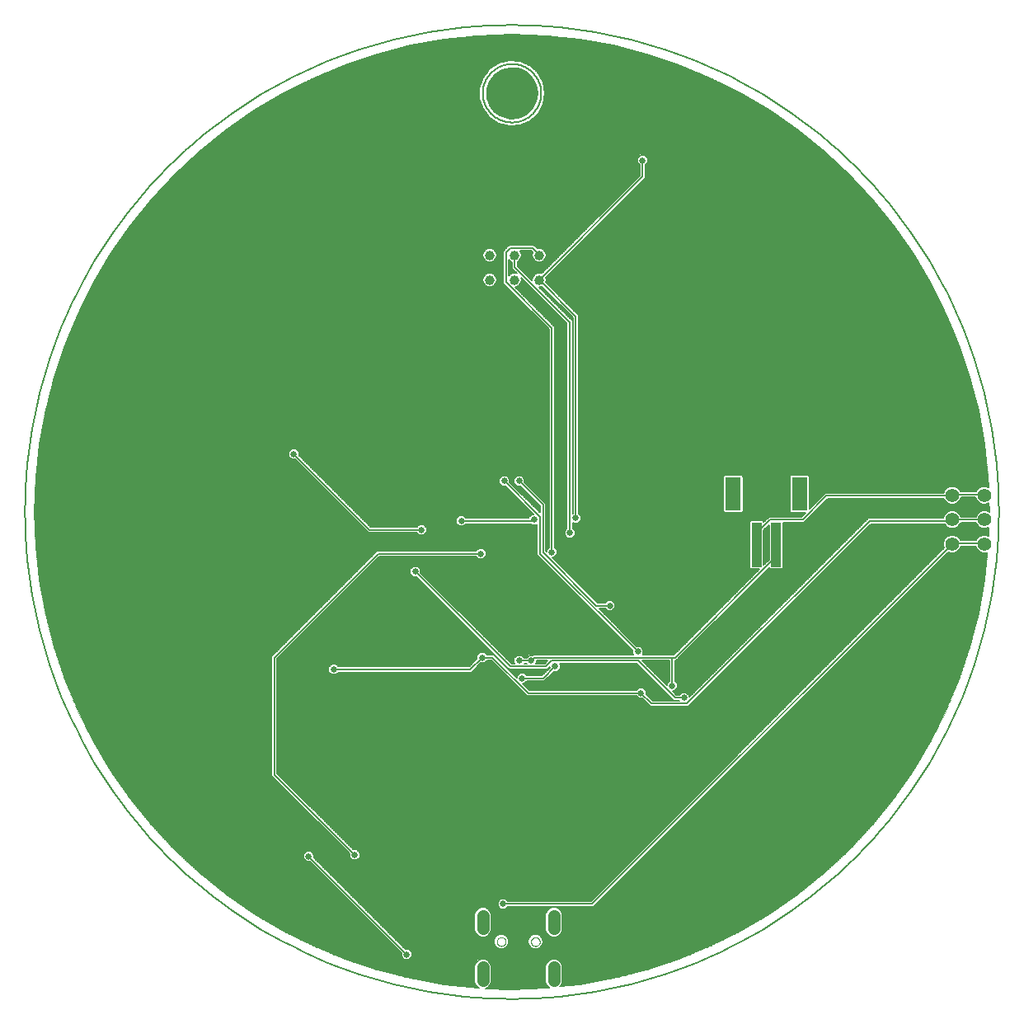
<source format=gbl>
G75*
%MOIN*%
%OFA0B0*%
%FSLAX25Y25*%
%IPPOS*%
%LPD*%
%AMOC8*
5,1,8,0,0,1.08239X$1,22.5*
%
%ADD10C,0.00600*%
%ADD11R,0.03937X0.18110*%
%ADD12R,0.06299X0.13386*%
%ADD13C,0.05543*%
%ADD14C,0.03969*%
%ADD15C,0.05150*%
%ADD16C,0.00000*%
%ADD17C,0.02578*%
D10*
X0062373Y0066938D02*
X0131152Y0066938D01*
X0130553Y0067536D02*
X0061731Y0067536D01*
X0061740Y0067527D02*
X0052356Y0077606D01*
X0043715Y0088328D01*
X0035861Y0099640D01*
X0028834Y0111483D01*
X0022670Y0123798D01*
X0017400Y0136521D01*
X0013051Y0149587D01*
X0009646Y0162930D01*
X0007201Y0176483D01*
X0005729Y0190175D01*
X0005237Y0203937D01*
X0005729Y0217699D01*
X0007201Y0231391D01*
X0009646Y0244944D01*
X0013051Y0258287D01*
X0017400Y0271353D01*
X0022670Y0284076D01*
X0028834Y0296391D01*
X0035861Y0308234D01*
X0043715Y0319546D01*
X0052356Y0330268D01*
X0061740Y0340347D01*
X0071819Y0349731D01*
X0082542Y0358372D01*
X0093854Y0366226D01*
X0105697Y0373253D01*
X0118011Y0379417D01*
X0130734Y0384687D01*
X0143800Y0389036D01*
X0157144Y0392442D01*
X0170696Y0394887D01*
X0184388Y0396359D01*
X0198150Y0396850D01*
X0211913Y0396359D01*
X0225605Y0394887D01*
X0239157Y0392442D01*
X0252500Y0389036D01*
X0265567Y0384687D01*
X0278290Y0379417D01*
X0290604Y0373253D01*
X0302447Y0366226D01*
X0313759Y0358372D01*
X0324482Y0349731D01*
X0334561Y0340347D01*
X0343945Y0330268D01*
X0352586Y0319546D01*
X0360439Y0308234D01*
X0367466Y0296391D01*
X0373631Y0284076D01*
X0378901Y0271353D01*
X0383249Y0258287D01*
X0386655Y0244944D01*
X0389100Y0231391D01*
X0390572Y0217699D01*
X0390703Y0214050D01*
X0389904Y0214380D01*
X0388444Y0214380D01*
X0387094Y0213821D01*
X0386061Y0212788D01*
X0385853Y0212287D01*
X0379502Y0212287D01*
X0379295Y0212788D01*
X0378262Y0213821D01*
X0376912Y0214380D01*
X0375452Y0214380D01*
X0374102Y0213821D01*
X0373069Y0212788D01*
X0372613Y0211687D01*
X0324803Y0211687D01*
X0318420Y0205304D01*
X0318420Y0218286D01*
X0317893Y0218813D01*
X0310848Y0218813D01*
X0310321Y0218286D01*
X0310321Y0204155D01*
X0310848Y0203628D01*
X0316744Y0203628D01*
X0315203Y0202087D01*
X0302003Y0202087D01*
X0299917Y0200000D01*
X0299917Y0200176D01*
X0299389Y0200703D01*
X0294707Y0200703D01*
X0294180Y0200176D01*
X0294180Y0181320D01*
X0294707Y0180793D01*
X0298109Y0180793D01*
X0263603Y0146287D01*
X0250996Y0146287D01*
X0251289Y0146580D01*
X0251289Y0148393D01*
X0250007Y0149676D01*
X0248608Y0149676D01*
X0233397Y0164887D01*
X0235804Y0164887D01*
X0236793Y0163898D01*
X0238607Y0163898D01*
X0239889Y0165180D01*
X0239889Y0166993D01*
X0238607Y0168276D01*
X0236793Y0168276D01*
X0235804Y0167287D01*
X0232797Y0167287D01*
X0214586Y0185498D01*
X0215207Y0185498D01*
X0216489Y0186780D01*
X0216489Y0188593D01*
X0215500Y0189582D01*
X0215500Y0278784D01*
X0199412Y0294872D01*
X0199669Y0294872D01*
X0200729Y0295311D01*
X0201540Y0296122D01*
X0201980Y0297182D01*
X0201980Y0298330D01*
X0201852Y0298638D01*
X0220300Y0280190D01*
X0220300Y0197382D01*
X0219311Y0196393D01*
X0219311Y0194580D01*
X0220593Y0193298D01*
X0222407Y0193298D01*
X0223689Y0194580D01*
X0223689Y0196393D01*
X0222700Y0197382D01*
X0222700Y0199591D01*
X0222993Y0199298D01*
X0224807Y0199298D01*
X0226089Y0200580D01*
X0226089Y0202393D01*
X0225100Y0203382D01*
X0225100Y0283584D01*
X0211839Y0296844D01*
X0211980Y0297182D01*
X0211980Y0298330D01*
X0211822Y0298711D01*
X0252100Y0338990D01*
X0252100Y0344191D01*
X0253089Y0345180D01*
X0253089Y0346993D01*
X0251807Y0348276D01*
X0249993Y0348276D01*
X0248711Y0346993D01*
X0248711Y0345180D01*
X0249700Y0344191D01*
X0249700Y0339984D01*
X0210155Y0300439D01*
X0209669Y0300640D01*
X0208522Y0300640D01*
X0207461Y0300201D01*
X0206650Y0299390D01*
X0206211Y0298330D01*
X0206211Y0297673D01*
X0200500Y0303384D01*
X0200500Y0305216D01*
X0200729Y0305311D01*
X0201540Y0306122D01*
X0201980Y0307182D01*
X0201980Y0308330D01*
X0201540Y0309390D01*
X0201443Y0309487D01*
X0206003Y0309487D01*
X0206489Y0309001D01*
X0206211Y0308330D01*
X0206211Y0307182D01*
X0206650Y0306122D01*
X0207461Y0305311D01*
X0208522Y0304872D01*
X0209669Y0304872D01*
X0210729Y0305311D01*
X0211540Y0306122D01*
X0211980Y0307182D01*
X0211980Y0308330D01*
X0211540Y0309390D01*
X0210729Y0310201D01*
X0209669Y0310640D01*
X0208522Y0310640D01*
X0208325Y0310559D01*
X0206997Y0311887D01*
X0197003Y0311887D01*
X0196300Y0311184D01*
X0194500Y0309384D01*
X0194500Y0296390D01*
X0195203Y0295687D01*
X0213100Y0277790D01*
X0213100Y0189582D01*
X0212111Y0188593D01*
X0212111Y0187973D01*
X0211900Y0188184D01*
X0211900Y0207384D01*
X0203289Y0215995D01*
X0203289Y0217393D01*
X0202007Y0218676D01*
X0200193Y0218676D01*
X0198911Y0217393D01*
X0198911Y0215580D01*
X0200193Y0214298D01*
X0201592Y0214298D01*
X0209500Y0206390D01*
X0209500Y0203784D01*
X0197289Y0215995D01*
X0197289Y0217393D01*
X0196007Y0218676D01*
X0194193Y0218676D01*
X0192911Y0217393D01*
X0192911Y0215580D01*
X0194193Y0214298D01*
X0195592Y0214298D01*
X0206814Y0203076D01*
X0206193Y0203076D01*
X0204911Y0201793D01*
X0204911Y0201487D01*
X0179596Y0201487D01*
X0178607Y0202476D01*
X0176793Y0202476D01*
X0175511Y0201193D01*
X0175511Y0199380D01*
X0176793Y0198098D01*
X0178607Y0198098D01*
X0179596Y0199087D01*
X0205804Y0199087D01*
X0206193Y0198698D01*
X0208007Y0198698D01*
X0208300Y0198991D01*
X0208300Y0186590D01*
X0246911Y0147979D01*
X0246911Y0146580D01*
X0247204Y0146287D01*
X0206603Y0146287D01*
X0206392Y0146076D01*
X0204993Y0146076D01*
X0204004Y0145087D01*
X0202996Y0145087D01*
X0202007Y0146076D01*
X0200193Y0146076D01*
X0198911Y0144793D01*
X0198911Y0142980D01*
X0199204Y0142687D01*
X0197997Y0142687D01*
X0161289Y0179395D01*
X0161289Y0180793D01*
X0160007Y0182076D01*
X0158193Y0182076D01*
X0156911Y0180793D01*
X0156911Y0178980D01*
X0158193Y0177698D01*
X0159592Y0177698D01*
X0196300Y0140990D01*
X0196300Y0140990D01*
X0197003Y0140287D01*
X0212397Y0140287D01*
X0213311Y0141201D01*
X0213311Y0140995D01*
X0210203Y0137887D01*
X0204196Y0137887D01*
X0203207Y0138876D01*
X0201393Y0138876D01*
X0200111Y0137593D01*
X0200111Y0136973D01*
X0190797Y0146287D01*
X0187996Y0146287D01*
X0187007Y0147276D01*
X0185193Y0147276D01*
X0183911Y0145993D01*
X0183911Y0144595D01*
X0180803Y0141487D01*
X0127996Y0141487D01*
X0127007Y0142476D01*
X0125193Y0142476D01*
X0123911Y0141193D01*
X0123911Y0139380D01*
X0125193Y0138098D01*
X0127007Y0138098D01*
X0127996Y0139087D01*
X0180803Y0139087D01*
X0181797Y0139087D01*
X0185608Y0142898D01*
X0187007Y0142898D01*
X0187996Y0143887D01*
X0189803Y0143887D01*
X0203500Y0130190D01*
X0204203Y0129487D01*
X0248404Y0129487D01*
X0249393Y0128498D01*
X0250792Y0128498D01*
X0254003Y0125287D01*
X0269397Y0125287D01*
X0270100Y0125990D01*
X0343197Y0199087D01*
X0372945Y0199087D01*
X0373069Y0198786D01*
X0374102Y0197753D01*
X0375452Y0197194D01*
X0376912Y0197194D01*
X0378262Y0197753D01*
X0379295Y0198786D01*
X0379667Y0199687D01*
X0385688Y0199687D01*
X0386061Y0198786D01*
X0387094Y0197753D01*
X0388444Y0197194D01*
X0389904Y0197194D01*
X0390837Y0197581D01*
X0390722Y0194357D01*
X0389904Y0194695D01*
X0388444Y0194695D01*
X0387094Y0194136D01*
X0386061Y0193103D01*
X0385806Y0192487D01*
X0379550Y0192487D01*
X0379295Y0193103D01*
X0378262Y0194136D01*
X0376912Y0194695D01*
X0375452Y0194695D01*
X0374102Y0194136D01*
X0373069Y0193103D01*
X0372510Y0191754D01*
X0372510Y0190293D01*
X0372832Y0189516D01*
X0230003Y0046687D01*
X0196396Y0046687D01*
X0195407Y0047676D01*
X0193593Y0047676D01*
X0192311Y0046393D01*
X0192311Y0044580D01*
X0193593Y0043298D01*
X0195407Y0043298D01*
X0196396Y0044287D01*
X0230997Y0044287D01*
X0374469Y0187759D01*
X0375452Y0187352D01*
X0376912Y0187352D01*
X0378262Y0187911D01*
X0379295Y0188944D01*
X0379768Y0190087D01*
X0385588Y0190087D01*
X0386061Y0188944D01*
X0387094Y0187911D01*
X0388444Y0187352D01*
X0389904Y0187352D01*
X0390286Y0187510D01*
X0389100Y0176483D01*
X0386655Y0162930D01*
X0383249Y0149587D01*
X0378901Y0136521D01*
X0373631Y0123798D01*
X0367466Y0111483D01*
X0360439Y0099640D01*
X0352586Y0088328D01*
X0343945Y0077606D01*
X0334561Y0067527D01*
X0324482Y0058143D01*
X0313759Y0049502D01*
X0302447Y0041648D01*
X0290604Y0034621D01*
X0278290Y0028457D01*
X0265567Y0023187D01*
X0252500Y0018838D01*
X0239157Y0015432D01*
X0225605Y0012987D01*
X0217477Y0012113D01*
X0218025Y0012662D01*
X0218554Y0013939D01*
X0218554Y0020471D01*
X0218025Y0021748D01*
X0217048Y0022725D01*
X0215771Y0023254D01*
X0214388Y0023254D01*
X0213111Y0022725D01*
X0212134Y0021748D01*
X0211605Y0020471D01*
X0211605Y0013939D01*
X0212134Y0012662D01*
X0213111Y0011684D01*
X0213188Y0011652D01*
X0211913Y0011515D01*
X0198150Y0011024D01*
X0187621Y0011400D01*
X0188308Y0011684D01*
X0189285Y0012662D01*
X0189814Y0013939D01*
X0189814Y0020471D01*
X0189285Y0021748D01*
X0188308Y0022725D01*
X0187031Y0023254D01*
X0185648Y0023254D01*
X0184371Y0022725D01*
X0183394Y0021748D01*
X0182865Y0020471D01*
X0182865Y0013939D01*
X0183394Y0012662D01*
X0184371Y0011684D01*
X0184816Y0011500D01*
X0184388Y0011515D01*
X0170696Y0012987D01*
X0157144Y0015432D01*
X0143800Y0018838D01*
X0130734Y0023187D01*
X0118011Y0028457D01*
X0105697Y0034621D01*
X0093854Y0041648D01*
X0082542Y0049502D01*
X0071819Y0058143D01*
X0061740Y0067527D01*
X0061174Y0068135D02*
X0129955Y0068135D01*
X0129356Y0068733D02*
X0060617Y0068733D01*
X0060059Y0069332D02*
X0128758Y0069332D01*
X0128159Y0069930D02*
X0059502Y0069930D01*
X0058945Y0070529D02*
X0127561Y0070529D01*
X0126962Y0071127D02*
X0058388Y0071127D01*
X0057830Y0071726D02*
X0126364Y0071726D01*
X0125765Y0072324D02*
X0057273Y0072324D01*
X0056716Y0072923D02*
X0125167Y0072923D01*
X0124568Y0073521D02*
X0056159Y0073521D01*
X0055602Y0074120D02*
X0123970Y0074120D01*
X0123371Y0074718D02*
X0055044Y0074718D01*
X0054487Y0075317D02*
X0122773Y0075317D01*
X0122174Y0075915D02*
X0053930Y0075915D01*
X0053373Y0076514D02*
X0121576Y0076514D01*
X0120977Y0077112D02*
X0052815Y0077112D01*
X0052271Y0077711D02*
X0120379Y0077711D01*
X0119780Y0078309D02*
X0051789Y0078309D01*
X0051307Y0078908D02*
X0119182Y0078908D01*
X0118583Y0079506D02*
X0050824Y0079506D01*
X0050342Y0080105D02*
X0117985Y0080105D01*
X0117386Y0080704D02*
X0049860Y0080704D01*
X0049377Y0081302D02*
X0116788Y0081302D01*
X0116189Y0081901D02*
X0048895Y0081901D01*
X0048413Y0082499D02*
X0115591Y0082499D01*
X0114992Y0083098D02*
X0047930Y0083098D01*
X0047448Y0083696D02*
X0114393Y0083696D01*
X0113795Y0084295D02*
X0046966Y0084295D01*
X0046484Y0084893D02*
X0113196Y0084893D01*
X0112598Y0085492D02*
X0046001Y0085492D01*
X0045519Y0086090D02*
X0111999Y0086090D01*
X0111401Y0086689D02*
X0045037Y0086689D01*
X0044554Y0087287D02*
X0110802Y0087287D01*
X0110204Y0087886D02*
X0044072Y0087886D01*
X0043607Y0088484D02*
X0109605Y0088484D01*
X0109007Y0089083D02*
X0043192Y0089083D01*
X0042776Y0089681D02*
X0108408Y0089681D01*
X0107810Y0090280D02*
X0042360Y0090280D01*
X0041945Y0090878D02*
X0107211Y0090878D01*
X0106613Y0091477D02*
X0041529Y0091477D01*
X0041114Y0092075D02*
X0106014Y0092075D01*
X0105416Y0092674D02*
X0040698Y0092674D01*
X0040283Y0093272D02*
X0104817Y0093272D01*
X0104219Y0093871D02*
X0039867Y0093871D01*
X0039452Y0094469D02*
X0103620Y0094469D01*
X0103022Y0095068D02*
X0039036Y0095068D01*
X0038620Y0095666D02*
X0102423Y0095666D01*
X0101825Y0096265D02*
X0038205Y0096265D01*
X0037789Y0096863D02*
X0101226Y0096863D01*
X0100900Y0097190D02*
X0132311Y0065779D01*
X0132311Y0064380D01*
X0133593Y0063098D01*
X0135407Y0063098D01*
X0136689Y0064380D01*
X0136689Y0066193D01*
X0135407Y0067476D01*
X0134008Y0067476D01*
X0103300Y0098184D01*
X0103300Y0144590D01*
X0144597Y0185887D01*
X0183604Y0185887D01*
X0184593Y0184898D01*
X0186407Y0184898D01*
X0187689Y0186180D01*
X0187689Y0187993D01*
X0186407Y0189276D01*
X0184593Y0189276D01*
X0183604Y0188287D01*
X0144597Y0188287D01*
X0143603Y0188287D01*
X0101603Y0146287D01*
X0100900Y0145584D01*
X0100900Y0097190D01*
X0100900Y0097462D02*
X0037374Y0097462D01*
X0036958Y0098060D02*
X0100900Y0098060D01*
X0100900Y0098659D02*
X0036543Y0098659D01*
X0036127Y0099257D02*
X0100900Y0099257D01*
X0100900Y0099856D02*
X0035733Y0099856D01*
X0035378Y0100454D02*
X0100900Y0100454D01*
X0100900Y0101053D02*
X0035023Y0101053D01*
X0034668Y0101651D02*
X0100900Y0101651D01*
X0100900Y0102250D02*
X0034313Y0102250D01*
X0033958Y0102848D02*
X0100900Y0102848D01*
X0100900Y0103447D02*
X0033603Y0103447D01*
X0033248Y0104045D02*
X0100900Y0104045D01*
X0100900Y0104644D02*
X0032892Y0104644D01*
X0032537Y0105242D02*
X0100900Y0105242D01*
X0100900Y0105841D02*
X0032182Y0105841D01*
X0031827Y0106439D02*
X0100900Y0106439D01*
X0100900Y0107038D02*
X0031472Y0107038D01*
X0031117Y0107637D02*
X0100900Y0107637D01*
X0100900Y0108235D02*
X0030762Y0108235D01*
X0030407Y0108834D02*
X0100900Y0108834D01*
X0100900Y0109432D02*
X0030052Y0109432D01*
X0029696Y0110031D02*
X0100900Y0110031D01*
X0100900Y0110629D02*
X0029341Y0110629D01*
X0028986Y0111228D02*
X0100900Y0111228D01*
X0100900Y0111826D02*
X0028663Y0111826D01*
X0028363Y0112425D02*
X0100900Y0112425D01*
X0100900Y0113023D02*
X0028064Y0113023D01*
X0027764Y0113622D02*
X0100900Y0113622D01*
X0100900Y0114220D02*
X0027464Y0114220D01*
X0027165Y0114819D02*
X0100900Y0114819D01*
X0100900Y0115417D02*
X0026865Y0115417D01*
X0026566Y0116016D02*
X0100900Y0116016D01*
X0100900Y0116614D02*
X0026266Y0116614D01*
X0025967Y0117213D02*
X0100900Y0117213D01*
X0100900Y0117811D02*
X0025667Y0117811D01*
X0025367Y0118410D02*
X0100900Y0118410D01*
X0100900Y0119008D02*
X0025068Y0119008D01*
X0024768Y0119607D02*
X0100900Y0119607D01*
X0100900Y0120205D02*
X0024469Y0120205D01*
X0024169Y0120804D02*
X0100900Y0120804D01*
X0100900Y0121402D02*
X0023869Y0121402D01*
X0023570Y0122001D02*
X0100900Y0122001D01*
X0100900Y0122599D02*
X0023270Y0122599D01*
X0022971Y0123198D02*
X0100900Y0123198D01*
X0100900Y0123796D02*
X0022671Y0123796D01*
X0022423Y0124395D02*
X0100900Y0124395D01*
X0100900Y0124993D02*
X0022175Y0124993D01*
X0021927Y0125592D02*
X0100900Y0125592D01*
X0100900Y0126190D02*
X0021679Y0126190D01*
X0021431Y0126789D02*
X0100900Y0126789D01*
X0100900Y0127387D02*
X0021183Y0127387D01*
X0020935Y0127986D02*
X0100900Y0127986D01*
X0100900Y0128584D02*
X0020688Y0128584D01*
X0020440Y0129183D02*
X0100900Y0129183D01*
X0100900Y0129781D02*
X0020192Y0129781D01*
X0019944Y0130380D02*
X0100900Y0130380D01*
X0100900Y0130978D02*
X0019696Y0130978D01*
X0019448Y0131577D02*
X0100900Y0131577D01*
X0100900Y0132175D02*
X0019200Y0132175D01*
X0018952Y0132774D02*
X0100900Y0132774D01*
X0100900Y0133373D02*
X0018704Y0133373D01*
X0018456Y0133971D02*
X0100900Y0133971D01*
X0100900Y0134570D02*
X0018208Y0134570D01*
X0017961Y0135168D02*
X0100900Y0135168D01*
X0100900Y0135767D02*
X0017713Y0135767D01*
X0017465Y0136365D02*
X0100900Y0136365D01*
X0100900Y0136964D02*
X0017253Y0136964D01*
X0017054Y0137562D02*
X0100900Y0137562D01*
X0100900Y0138161D02*
X0016854Y0138161D01*
X0016655Y0138759D02*
X0100900Y0138759D01*
X0100900Y0139358D02*
X0016456Y0139358D01*
X0016257Y0139956D02*
X0100900Y0139956D01*
X0100900Y0140555D02*
X0016058Y0140555D01*
X0015858Y0141153D02*
X0100900Y0141153D01*
X0100900Y0141752D02*
X0015659Y0141752D01*
X0015460Y0142350D02*
X0100900Y0142350D01*
X0100900Y0142949D02*
X0015261Y0142949D01*
X0015062Y0143547D02*
X0100900Y0143547D01*
X0100900Y0144146D02*
X0014862Y0144146D01*
X0014663Y0144744D02*
X0100900Y0144744D01*
X0100900Y0145343D02*
X0014464Y0145343D01*
X0014265Y0145941D02*
X0101258Y0145941D01*
X0101856Y0146540D02*
X0014066Y0146540D01*
X0013866Y0147138D02*
X0102455Y0147138D01*
X0103053Y0147737D02*
X0013667Y0147737D01*
X0013468Y0148335D02*
X0103652Y0148335D01*
X0104250Y0148934D02*
X0013269Y0148934D01*
X0013070Y0149532D02*
X0104849Y0149532D01*
X0105447Y0150131D02*
X0012913Y0150131D01*
X0012760Y0150729D02*
X0106046Y0150729D01*
X0106644Y0151328D02*
X0012607Y0151328D01*
X0012454Y0151926D02*
X0107243Y0151926D01*
X0107841Y0152525D02*
X0012302Y0152525D01*
X0012149Y0153123D02*
X0108440Y0153123D01*
X0109038Y0153722D02*
X0011996Y0153722D01*
X0011843Y0154320D02*
X0109637Y0154320D01*
X0110235Y0154919D02*
X0011690Y0154919D01*
X0011538Y0155517D02*
X0110834Y0155517D01*
X0111432Y0156116D02*
X0011385Y0156116D01*
X0011232Y0156714D02*
X0112031Y0156714D01*
X0112629Y0157313D02*
X0011079Y0157313D01*
X0010927Y0157911D02*
X0113228Y0157911D01*
X0113826Y0158510D02*
X0010774Y0158510D01*
X0010621Y0159108D02*
X0114425Y0159108D01*
X0115023Y0159707D02*
X0010468Y0159707D01*
X0010316Y0160306D02*
X0115622Y0160306D01*
X0116220Y0160904D02*
X0010163Y0160904D01*
X0010010Y0161503D02*
X0116819Y0161503D01*
X0117417Y0162101D02*
X0009857Y0162101D01*
X0009705Y0162700D02*
X0118016Y0162700D01*
X0118614Y0163298D02*
X0009579Y0163298D01*
X0009471Y0163897D02*
X0119213Y0163897D01*
X0119811Y0164495D02*
X0009363Y0164495D01*
X0009255Y0165094D02*
X0120410Y0165094D01*
X0121008Y0165692D02*
X0009147Y0165692D01*
X0009039Y0166291D02*
X0121607Y0166291D01*
X0122205Y0166889D02*
X0008931Y0166889D01*
X0008823Y0167488D02*
X0122804Y0167488D01*
X0123402Y0168086D02*
X0008715Y0168086D01*
X0008607Y0168685D02*
X0124001Y0168685D01*
X0124600Y0169283D02*
X0008500Y0169283D01*
X0008392Y0169882D02*
X0125198Y0169882D01*
X0125797Y0170480D02*
X0008284Y0170480D01*
X0008176Y0171079D02*
X0126395Y0171079D01*
X0126994Y0171677D02*
X0008068Y0171677D01*
X0007960Y0172276D02*
X0127592Y0172276D01*
X0128191Y0172874D02*
X0007852Y0172874D01*
X0007744Y0173473D02*
X0128789Y0173473D01*
X0129388Y0174071D02*
X0007636Y0174071D01*
X0007528Y0174670D02*
X0129986Y0174670D01*
X0130585Y0175268D02*
X0007420Y0175268D01*
X0007312Y0175867D02*
X0131183Y0175867D01*
X0131782Y0176465D02*
X0007204Y0176465D01*
X0007138Y0177064D02*
X0132380Y0177064D01*
X0132979Y0177662D02*
X0007074Y0177662D01*
X0007009Y0178261D02*
X0133577Y0178261D01*
X0134176Y0178859D02*
X0006945Y0178859D01*
X0006881Y0179458D02*
X0134774Y0179458D01*
X0135373Y0180056D02*
X0006816Y0180056D01*
X0006752Y0180655D02*
X0135971Y0180655D01*
X0136570Y0181253D02*
X0006688Y0181253D01*
X0006623Y0181852D02*
X0137168Y0181852D01*
X0137767Y0182450D02*
X0006559Y0182450D01*
X0006495Y0183049D02*
X0138365Y0183049D01*
X0138964Y0183647D02*
X0006430Y0183647D01*
X0006366Y0184246D02*
X0139562Y0184246D01*
X0140161Y0184844D02*
X0006302Y0184844D01*
X0006237Y0185443D02*
X0140759Y0185443D01*
X0141358Y0186041D02*
X0006173Y0186041D01*
X0006109Y0186640D02*
X0141956Y0186640D01*
X0142555Y0187239D02*
X0006044Y0187239D01*
X0005980Y0187837D02*
X0143153Y0187837D01*
X0144100Y0187087D02*
X0102100Y0145087D01*
X0102100Y0097687D01*
X0134500Y0065287D01*
X0135945Y0066938D02*
X0250254Y0066938D01*
X0250853Y0067536D02*
X0133947Y0067536D01*
X0133349Y0068135D02*
X0251451Y0068135D01*
X0252050Y0068733D02*
X0132750Y0068733D01*
X0132152Y0069332D02*
X0252648Y0069332D01*
X0253247Y0069930D02*
X0131553Y0069930D01*
X0130955Y0070529D02*
X0253845Y0070529D01*
X0254444Y0071127D02*
X0130356Y0071127D01*
X0129758Y0071726D02*
X0255042Y0071726D01*
X0255641Y0072324D02*
X0129159Y0072324D01*
X0128561Y0072923D02*
X0256239Y0072923D01*
X0256838Y0073521D02*
X0127962Y0073521D01*
X0127364Y0074120D02*
X0257436Y0074120D01*
X0258035Y0074718D02*
X0126765Y0074718D01*
X0126167Y0075317D02*
X0258633Y0075317D01*
X0259232Y0075915D02*
X0125568Y0075915D01*
X0124970Y0076514D02*
X0259830Y0076514D01*
X0260429Y0077112D02*
X0124371Y0077112D01*
X0123773Y0077711D02*
X0261027Y0077711D01*
X0261626Y0078309D02*
X0123174Y0078309D01*
X0122576Y0078908D02*
X0262224Y0078908D01*
X0262823Y0079506D02*
X0121977Y0079506D01*
X0121379Y0080105D02*
X0263421Y0080105D01*
X0264020Y0080704D02*
X0120780Y0080704D01*
X0120182Y0081302D02*
X0264618Y0081302D01*
X0265217Y0081901D02*
X0119583Y0081901D01*
X0118985Y0082499D02*
X0265815Y0082499D01*
X0266414Y0083098D02*
X0118386Y0083098D01*
X0117788Y0083696D02*
X0267012Y0083696D01*
X0267611Y0084295D02*
X0117189Y0084295D01*
X0116591Y0084893D02*
X0268209Y0084893D01*
X0268808Y0085492D02*
X0115992Y0085492D01*
X0115394Y0086090D02*
X0269406Y0086090D01*
X0270005Y0086689D02*
X0114795Y0086689D01*
X0114197Y0087287D02*
X0270603Y0087287D01*
X0271202Y0087886D02*
X0113598Y0087886D01*
X0112999Y0088484D02*
X0271800Y0088484D01*
X0272399Y0089083D02*
X0112401Y0089083D01*
X0111802Y0089681D02*
X0272998Y0089681D01*
X0273596Y0090280D02*
X0111204Y0090280D01*
X0110605Y0090878D02*
X0274195Y0090878D01*
X0274793Y0091477D02*
X0110007Y0091477D01*
X0109408Y0092075D02*
X0275392Y0092075D01*
X0275990Y0092674D02*
X0108810Y0092674D01*
X0108211Y0093272D02*
X0276589Y0093272D01*
X0277187Y0093871D02*
X0107613Y0093871D01*
X0107014Y0094469D02*
X0277786Y0094469D01*
X0278384Y0095068D02*
X0106416Y0095068D01*
X0105817Y0095666D02*
X0278983Y0095666D01*
X0279581Y0096265D02*
X0105219Y0096265D01*
X0104620Y0096863D02*
X0280180Y0096863D01*
X0280778Y0097462D02*
X0104022Y0097462D01*
X0103423Y0098060D02*
X0281377Y0098060D01*
X0281975Y0098659D02*
X0103300Y0098659D01*
X0103300Y0099257D02*
X0282574Y0099257D01*
X0283172Y0099856D02*
X0103300Y0099856D01*
X0103300Y0100454D02*
X0283771Y0100454D01*
X0284369Y0101053D02*
X0103300Y0101053D01*
X0103300Y0101651D02*
X0284968Y0101651D01*
X0285566Y0102250D02*
X0103300Y0102250D01*
X0103300Y0102848D02*
X0286165Y0102848D01*
X0286763Y0103447D02*
X0103300Y0103447D01*
X0103300Y0104045D02*
X0287362Y0104045D01*
X0287960Y0104644D02*
X0103300Y0104644D01*
X0103300Y0105242D02*
X0288559Y0105242D01*
X0289157Y0105841D02*
X0103300Y0105841D01*
X0103300Y0106439D02*
X0289756Y0106439D01*
X0290354Y0107038D02*
X0103300Y0107038D01*
X0103300Y0107637D02*
X0290953Y0107637D01*
X0291551Y0108235D02*
X0103300Y0108235D01*
X0103300Y0108834D02*
X0292150Y0108834D01*
X0292748Y0109432D02*
X0103300Y0109432D01*
X0103300Y0110031D02*
X0293347Y0110031D01*
X0293945Y0110629D02*
X0103300Y0110629D01*
X0103300Y0111228D02*
X0294544Y0111228D01*
X0295142Y0111826D02*
X0103300Y0111826D01*
X0103300Y0112425D02*
X0295741Y0112425D01*
X0296339Y0113023D02*
X0103300Y0113023D01*
X0103300Y0113622D02*
X0296938Y0113622D01*
X0297536Y0114220D02*
X0103300Y0114220D01*
X0103300Y0114819D02*
X0298135Y0114819D01*
X0298734Y0115417D02*
X0103300Y0115417D01*
X0103300Y0116016D02*
X0299332Y0116016D01*
X0299931Y0116614D02*
X0103300Y0116614D01*
X0103300Y0117213D02*
X0300529Y0117213D01*
X0301128Y0117811D02*
X0103300Y0117811D01*
X0103300Y0118410D02*
X0301726Y0118410D01*
X0302325Y0119008D02*
X0103300Y0119008D01*
X0103300Y0119607D02*
X0302923Y0119607D01*
X0303522Y0120205D02*
X0103300Y0120205D01*
X0103300Y0120804D02*
X0304120Y0120804D01*
X0304719Y0121402D02*
X0103300Y0121402D01*
X0103300Y0122001D02*
X0305317Y0122001D01*
X0305916Y0122599D02*
X0103300Y0122599D01*
X0103300Y0123198D02*
X0306514Y0123198D01*
X0307113Y0123796D02*
X0103300Y0123796D01*
X0103300Y0124395D02*
X0307711Y0124395D01*
X0308310Y0124993D02*
X0103300Y0124993D01*
X0103300Y0125592D02*
X0253698Y0125592D01*
X0253099Y0126190D02*
X0103300Y0126190D01*
X0103300Y0126789D02*
X0252501Y0126789D01*
X0251902Y0127387D02*
X0103300Y0127387D01*
X0103300Y0127986D02*
X0251304Y0127986D01*
X0249307Y0128584D02*
X0103300Y0128584D01*
X0103300Y0129183D02*
X0248708Y0129183D01*
X0250300Y0130687D02*
X0254500Y0126487D01*
X0268900Y0126487D01*
X0342700Y0200287D01*
X0375700Y0200287D01*
X0376182Y0200866D01*
X0376300Y0200887D01*
X0388900Y0200887D01*
X0389174Y0200866D01*
X0385753Y0202201D02*
X0379603Y0202201D01*
X0379651Y0202087D02*
X0379295Y0202946D01*
X0378262Y0203979D01*
X0376912Y0204538D01*
X0375452Y0204538D01*
X0374102Y0203979D01*
X0373069Y0202946D01*
X0372510Y0201596D01*
X0372510Y0201487D01*
X0342203Y0201487D01*
X0269889Y0129173D01*
X0269889Y0129793D01*
X0268607Y0131076D01*
X0266793Y0131076D01*
X0265804Y0130087D01*
X0264597Y0130087D01*
X0263186Y0131498D01*
X0263807Y0131498D01*
X0265089Y0132780D01*
X0265089Y0134593D01*
X0264100Y0135582D01*
X0264100Y0143887D01*
X0264597Y0143887D01*
X0265300Y0144590D01*
X0302054Y0181343D01*
X0302054Y0181320D01*
X0302581Y0180793D01*
X0307263Y0180793D01*
X0307791Y0181320D01*
X0307791Y0199687D01*
X0316197Y0199687D01*
X0316900Y0200390D01*
X0325797Y0209287D01*
X0372797Y0209287D01*
X0373069Y0208629D01*
X0374102Y0207596D01*
X0375452Y0207037D01*
X0376912Y0207037D01*
X0378262Y0207596D01*
X0379295Y0208629D01*
X0379816Y0209887D01*
X0385540Y0209887D01*
X0386061Y0208629D01*
X0387094Y0207596D01*
X0388444Y0207037D01*
X0389904Y0207037D01*
X0390938Y0207465D01*
X0391059Y0204059D01*
X0389904Y0204538D01*
X0388444Y0204538D01*
X0387094Y0203979D01*
X0386061Y0202946D01*
X0385705Y0202087D01*
X0379651Y0202087D01*
X0379355Y0202800D02*
X0386001Y0202800D01*
X0386514Y0203398D02*
X0378842Y0203398D01*
X0378218Y0203997D02*
X0387138Y0203997D01*
X0387114Y0207588D02*
X0378242Y0207588D01*
X0378852Y0208186D02*
X0386504Y0208186D01*
X0385997Y0208785D02*
X0379359Y0208785D01*
X0379607Y0209383D02*
X0385749Y0209383D01*
X0385890Y0212376D02*
X0379465Y0212376D01*
X0379109Y0212975D02*
X0386247Y0212975D01*
X0386846Y0213573D02*
X0378510Y0213573D01*
X0377416Y0214172D02*
X0387940Y0214172D01*
X0390408Y0214172D02*
X0390698Y0214172D01*
X0390677Y0214770D02*
X0318420Y0214770D01*
X0318420Y0214172D02*
X0374948Y0214172D01*
X0373854Y0213573D02*
X0318420Y0213573D01*
X0318420Y0212975D02*
X0373255Y0212975D01*
X0372898Y0212376D02*
X0318420Y0212376D01*
X0318420Y0211777D02*
X0372650Y0211777D01*
X0373005Y0208785D02*
X0325295Y0208785D01*
X0324697Y0208186D02*
X0373512Y0208186D01*
X0374122Y0207588D02*
X0324098Y0207588D01*
X0323500Y0206989D02*
X0390955Y0206989D01*
X0390976Y0206391D02*
X0322901Y0206391D01*
X0322303Y0205792D02*
X0390998Y0205792D01*
X0391019Y0205194D02*
X0321704Y0205194D01*
X0321106Y0204595D02*
X0391040Y0204595D01*
X0390831Y0197413D02*
X0390432Y0197413D01*
X0390809Y0196815D02*
X0340925Y0196815D01*
X0341524Y0197413D02*
X0374923Y0197413D01*
X0373844Y0198012D02*
X0342122Y0198012D01*
X0342721Y0198610D02*
X0373245Y0198610D01*
X0372513Y0201603D02*
X0318113Y0201603D01*
X0317515Y0201004D02*
X0341721Y0201004D01*
X0341122Y0200406D02*
X0316916Y0200406D01*
X0316318Y0199807D02*
X0340524Y0199807D01*
X0339925Y0199209D02*
X0307791Y0199209D01*
X0307791Y0198610D02*
X0339327Y0198610D01*
X0338728Y0198012D02*
X0307791Y0198012D01*
X0307791Y0197413D02*
X0338130Y0197413D01*
X0337531Y0196815D02*
X0307791Y0196815D01*
X0307791Y0196216D02*
X0336933Y0196216D01*
X0336334Y0195618D02*
X0307791Y0195618D01*
X0307791Y0195019D02*
X0335736Y0195019D01*
X0335137Y0194421D02*
X0307791Y0194421D01*
X0307791Y0193822D02*
X0334538Y0193822D01*
X0333940Y0193224D02*
X0307791Y0193224D01*
X0307791Y0192625D02*
X0333341Y0192625D01*
X0332743Y0192027D02*
X0307791Y0192027D01*
X0307791Y0191428D02*
X0332144Y0191428D01*
X0331546Y0190830D02*
X0307791Y0190830D01*
X0307791Y0190231D02*
X0330947Y0190231D01*
X0330349Y0189633D02*
X0307791Y0189633D01*
X0307791Y0189034D02*
X0329750Y0189034D01*
X0329152Y0188436D02*
X0307791Y0188436D01*
X0307791Y0187837D02*
X0328553Y0187837D01*
X0327955Y0187239D02*
X0307791Y0187239D01*
X0307791Y0186640D02*
X0327356Y0186640D01*
X0326758Y0186041D02*
X0307791Y0186041D01*
X0307791Y0185443D02*
X0326159Y0185443D01*
X0325561Y0184844D02*
X0307791Y0184844D01*
X0307791Y0184246D02*
X0324962Y0184246D01*
X0324364Y0183647D02*
X0307791Y0183647D01*
X0307791Y0183049D02*
X0323765Y0183049D01*
X0323167Y0182450D02*
X0307791Y0182450D01*
X0307791Y0181852D02*
X0322568Y0181852D01*
X0321970Y0181253D02*
X0307724Y0181253D01*
X0304900Y0185887D02*
X0264100Y0145087D01*
X0262900Y0145087D01*
X0262900Y0133687D01*
X0264485Y0132175D02*
X0272892Y0132175D01*
X0272293Y0131577D02*
X0263886Y0131577D01*
X0263705Y0130978D02*
X0266696Y0130978D01*
X0266098Y0130380D02*
X0264304Y0130380D01*
X0264100Y0128887D02*
X0267700Y0128887D01*
X0269302Y0130380D02*
X0271096Y0130380D01*
X0270498Y0129781D02*
X0269889Y0129781D01*
X0269889Y0129183D02*
X0269899Y0129183D01*
X0268704Y0130978D02*
X0271695Y0130978D01*
X0273293Y0129183D02*
X0312499Y0129183D01*
X0311901Y0128584D02*
X0272695Y0128584D01*
X0272096Y0127986D02*
X0311302Y0127986D01*
X0310704Y0127387D02*
X0271498Y0127387D01*
X0270899Y0126789D02*
X0310105Y0126789D01*
X0309507Y0126190D02*
X0270301Y0126190D01*
X0269702Y0125592D02*
X0308908Y0125592D01*
X0310507Y0123796D02*
X0373630Y0123796D01*
X0373878Y0124395D02*
X0311105Y0124395D01*
X0311704Y0124993D02*
X0374126Y0124993D01*
X0374374Y0125592D02*
X0312302Y0125592D01*
X0312901Y0126190D02*
X0374622Y0126190D01*
X0374870Y0126789D02*
X0313499Y0126789D01*
X0314098Y0127387D02*
X0375117Y0127387D01*
X0375365Y0127986D02*
X0314696Y0127986D01*
X0315295Y0128584D02*
X0375613Y0128584D01*
X0375861Y0129183D02*
X0315893Y0129183D01*
X0316492Y0129781D02*
X0376109Y0129781D01*
X0376357Y0130380D02*
X0317090Y0130380D01*
X0317689Y0130978D02*
X0376605Y0130978D01*
X0376853Y0131577D02*
X0318287Y0131577D01*
X0318886Y0132175D02*
X0377101Y0132175D01*
X0377349Y0132774D02*
X0319484Y0132774D01*
X0320083Y0133373D02*
X0377597Y0133373D01*
X0377844Y0133971D02*
X0320681Y0133971D01*
X0321280Y0134570D02*
X0378092Y0134570D01*
X0378340Y0135168D02*
X0321878Y0135168D01*
X0322477Y0135767D02*
X0378588Y0135767D01*
X0378836Y0136365D02*
X0323075Y0136365D01*
X0323674Y0136964D02*
X0379048Y0136964D01*
X0379247Y0137562D02*
X0324273Y0137562D01*
X0324871Y0138161D02*
X0379446Y0138161D01*
X0379646Y0138759D02*
X0325470Y0138759D01*
X0326068Y0139358D02*
X0379845Y0139358D01*
X0380044Y0139956D02*
X0326667Y0139956D01*
X0327265Y0140555D02*
X0380243Y0140555D01*
X0380442Y0141153D02*
X0327864Y0141153D01*
X0328462Y0141752D02*
X0380642Y0141752D01*
X0380841Y0142350D02*
X0329061Y0142350D01*
X0329659Y0142949D02*
X0381040Y0142949D01*
X0381239Y0143547D02*
X0330258Y0143547D01*
X0330856Y0144146D02*
X0381438Y0144146D01*
X0381638Y0144744D02*
X0331455Y0144744D01*
X0332053Y0145343D02*
X0381837Y0145343D01*
X0382036Y0145941D02*
X0332652Y0145941D01*
X0333250Y0146540D02*
X0382235Y0146540D01*
X0382434Y0147138D02*
X0333849Y0147138D01*
X0334447Y0147737D02*
X0382634Y0147737D01*
X0382833Y0148335D02*
X0335046Y0148335D01*
X0335644Y0148934D02*
X0383032Y0148934D01*
X0383231Y0149532D02*
X0336243Y0149532D01*
X0336841Y0150131D02*
X0383388Y0150131D01*
X0383541Y0150729D02*
X0337440Y0150729D01*
X0338038Y0151328D02*
X0383694Y0151328D01*
X0383847Y0151926D02*
X0338637Y0151926D01*
X0339235Y0152525D02*
X0383999Y0152525D01*
X0384152Y0153123D02*
X0339834Y0153123D01*
X0340432Y0153722D02*
X0384305Y0153722D01*
X0384458Y0154320D02*
X0341031Y0154320D01*
X0341629Y0154919D02*
X0384610Y0154919D01*
X0384763Y0155517D02*
X0342228Y0155517D01*
X0342826Y0156116D02*
X0384916Y0156116D01*
X0385069Y0156714D02*
X0343425Y0156714D01*
X0344023Y0157313D02*
X0385221Y0157313D01*
X0385374Y0157911D02*
X0344622Y0157911D01*
X0345220Y0158510D02*
X0385527Y0158510D01*
X0385680Y0159108D02*
X0345819Y0159108D01*
X0346417Y0159707D02*
X0385832Y0159707D01*
X0385985Y0160306D02*
X0347016Y0160306D01*
X0347614Y0160904D02*
X0386138Y0160904D01*
X0386291Y0161503D02*
X0348213Y0161503D01*
X0348811Y0162101D02*
X0386443Y0162101D01*
X0386596Y0162700D02*
X0349410Y0162700D01*
X0350008Y0163298D02*
X0386721Y0163298D01*
X0386829Y0163897D02*
X0350607Y0163897D01*
X0351206Y0164495D02*
X0386937Y0164495D01*
X0387045Y0165094D02*
X0351804Y0165094D01*
X0352403Y0165692D02*
X0387153Y0165692D01*
X0387261Y0166291D02*
X0353001Y0166291D01*
X0353600Y0166889D02*
X0387369Y0166889D01*
X0387477Y0167488D02*
X0354198Y0167488D01*
X0354797Y0168086D02*
X0387585Y0168086D01*
X0387693Y0168685D02*
X0355395Y0168685D01*
X0355994Y0169283D02*
X0387801Y0169283D01*
X0387909Y0169882D02*
X0356592Y0169882D01*
X0357191Y0170480D02*
X0388017Y0170480D01*
X0388125Y0171079D02*
X0357789Y0171079D01*
X0358388Y0171677D02*
X0388233Y0171677D01*
X0388341Y0172276D02*
X0358986Y0172276D01*
X0359585Y0172874D02*
X0388449Y0172874D01*
X0388557Y0173473D02*
X0360183Y0173473D01*
X0360782Y0174071D02*
X0388665Y0174071D01*
X0388773Y0174670D02*
X0361380Y0174670D01*
X0361979Y0175268D02*
X0388881Y0175268D01*
X0388989Y0175867D02*
X0362577Y0175867D01*
X0363176Y0176465D02*
X0389097Y0176465D01*
X0389163Y0177064D02*
X0363774Y0177064D01*
X0364373Y0177662D02*
X0389227Y0177662D01*
X0389291Y0178261D02*
X0364971Y0178261D01*
X0365570Y0178859D02*
X0389356Y0178859D01*
X0389420Y0179458D02*
X0366168Y0179458D01*
X0366767Y0180056D02*
X0389484Y0180056D01*
X0389549Y0180655D02*
X0367365Y0180655D01*
X0367964Y0181253D02*
X0389613Y0181253D01*
X0389677Y0181852D02*
X0368562Y0181852D01*
X0369161Y0182450D02*
X0389742Y0182450D01*
X0389806Y0183049D02*
X0369759Y0183049D01*
X0370358Y0183647D02*
X0389870Y0183647D01*
X0389935Y0184246D02*
X0370956Y0184246D01*
X0371555Y0184844D02*
X0389999Y0184844D01*
X0390064Y0185443D02*
X0372153Y0185443D01*
X0372752Y0186041D02*
X0390128Y0186041D01*
X0390192Y0186640D02*
X0373350Y0186640D01*
X0373949Y0187239D02*
X0390257Y0187239D01*
X0387273Y0187837D02*
X0378083Y0187837D01*
X0378786Y0188436D02*
X0386570Y0188436D01*
X0386024Y0189034D02*
X0379332Y0189034D01*
X0379580Y0189633D02*
X0385776Y0189633D01*
X0385863Y0192625D02*
X0379493Y0192625D01*
X0379174Y0193224D02*
X0386182Y0193224D01*
X0386780Y0193822D02*
X0378576Y0193822D01*
X0377575Y0194421D02*
X0387781Y0194421D01*
X0390567Y0194421D02*
X0390724Y0194421D01*
X0390745Y0195019D02*
X0339130Y0195019D01*
X0339728Y0195618D02*
X0390767Y0195618D01*
X0390788Y0196216D02*
X0340327Y0196216D01*
X0338531Y0194421D02*
X0374789Y0194421D01*
X0373788Y0193822D02*
X0337933Y0193822D01*
X0337334Y0193224D02*
X0373189Y0193224D01*
X0372871Y0192625D02*
X0336736Y0192625D01*
X0336137Y0192027D02*
X0372623Y0192027D01*
X0372510Y0191428D02*
X0335539Y0191428D01*
X0334940Y0190830D02*
X0372510Y0190830D01*
X0372536Y0190231D02*
X0334342Y0190231D01*
X0333743Y0189633D02*
X0372784Y0189633D01*
X0372350Y0189034D02*
X0333144Y0189034D01*
X0332546Y0188436D02*
X0371752Y0188436D01*
X0371153Y0187837D02*
X0331947Y0187837D01*
X0331349Y0187239D02*
X0370555Y0187239D01*
X0369956Y0186640D02*
X0330750Y0186640D01*
X0330152Y0186041D02*
X0369358Y0186041D01*
X0368759Y0185443D02*
X0329553Y0185443D01*
X0328955Y0184844D02*
X0368161Y0184844D01*
X0367562Y0184246D02*
X0328356Y0184246D01*
X0327758Y0183647D02*
X0366964Y0183647D01*
X0366365Y0183049D02*
X0327159Y0183049D01*
X0326561Y0182450D02*
X0365767Y0182450D01*
X0365168Y0181852D02*
X0325962Y0181852D01*
X0325364Y0181253D02*
X0364570Y0181253D01*
X0363971Y0180655D02*
X0324765Y0180655D01*
X0324167Y0180056D02*
X0363373Y0180056D01*
X0362774Y0179458D02*
X0323568Y0179458D01*
X0322970Y0178859D02*
X0362176Y0178859D01*
X0361577Y0178261D02*
X0322371Y0178261D01*
X0321773Y0177662D02*
X0360979Y0177662D01*
X0360380Y0177064D02*
X0321174Y0177064D01*
X0320576Y0176465D02*
X0359782Y0176465D01*
X0359183Y0175867D02*
X0319977Y0175867D01*
X0319379Y0175268D02*
X0358585Y0175268D01*
X0357986Y0174670D02*
X0318780Y0174670D01*
X0318182Y0174071D02*
X0357388Y0174071D01*
X0356789Y0173473D02*
X0317583Y0173473D01*
X0316985Y0172874D02*
X0356191Y0172874D01*
X0355592Y0172276D02*
X0316386Y0172276D01*
X0315788Y0171677D02*
X0354994Y0171677D01*
X0354395Y0171079D02*
X0315189Y0171079D01*
X0314591Y0170480D02*
X0353797Y0170480D01*
X0353198Y0169882D02*
X0313992Y0169882D01*
X0313394Y0169283D02*
X0352600Y0169283D01*
X0352001Y0168685D02*
X0312795Y0168685D01*
X0312197Y0168086D02*
X0351402Y0168086D01*
X0350804Y0167488D02*
X0311598Y0167488D01*
X0311000Y0166889D02*
X0350205Y0166889D01*
X0349607Y0166291D02*
X0310401Y0166291D01*
X0309803Y0165692D02*
X0349008Y0165692D01*
X0348410Y0165094D02*
X0309204Y0165094D01*
X0308606Y0164495D02*
X0347811Y0164495D01*
X0347213Y0163897D02*
X0308007Y0163897D01*
X0307409Y0163298D02*
X0346614Y0163298D01*
X0346016Y0162700D02*
X0306810Y0162700D01*
X0306211Y0162101D02*
X0345417Y0162101D01*
X0344819Y0161503D02*
X0305613Y0161503D01*
X0305014Y0160904D02*
X0344220Y0160904D01*
X0343622Y0160306D02*
X0304416Y0160306D01*
X0303817Y0159707D02*
X0343023Y0159707D01*
X0342425Y0159108D02*
X0303219Y0159108D01*
X0302620Y0158510D02*
X0341826Y0158510D01*
X0341228Y0157911D02*
X0302022Y0157911D01*
X0301423Y0157313D02*
X0340629Y0157313D01*
X0340031Y0156714D02*
X0300825Y0156714D01*
X0300226Y0156116D02*
X0339432Y0156116D01*
X0338834Y0155517D02*
X0299628Y0155517D01*
X0299029Y0154919D02*
X0338235Y0154919D01*
X0337637Y0154320D02*
X0298431Y0154320D01*
X0297832Y0153722D02*
X0337038Y0153722D01*
X0336440Y0153123D02*
X0297234Y0153123D01*
X0296635Y0152525D02*
X0335841Y0152525D01*
X0335243Y0151926D02*
X0296037Y0151926D01*
X0295438Y0151328D02*
X0334644Y0151328D01*
X0334046Y0150729D02*
X0294840Y0150729D01*
X0294241Y0150131D02*
X0333447Y0150131D01*
X0332849Y0149532D02*
X0293643Y0149532D01*
X0293044Y0148934D02*
X0332250Y0148934D01*
X0331652Y0148335D02*
X0292446Y0148335D01*
X0291847Y0147737D02*
X0331053Y0147737D01*
X0330455Y0147138D02*
X0291249Y0147138D01*
X0290650Y0146540D02*
X0329856Y0146540D01*
X0329258Y0145941D02*
X0290052Y0145941D01*
X0289453Y0145343D02*
X0328659Y0145343D01*
X0328061Y0144744D02*
X0288855Y0144744D01*
X0288256Y0144146D02*
X0327462Y0144146D01*
X0326864Y0143547D02*
X0287658Y0143547D01*
X0287059Y0142949D02*
X0326265Y0142949D01*
X0325667Y0142350D02*
X0286461Y0142350D01*
X0285862Y0141752D02*
X0325068Y0141752D01*
X0324469Y0141153D02*
X0285264Y0141153D01*
X0284665Y0140555D02*
X0323871Y0140555D01*
X0323272Y0139956D02*
X0284067Y0139956D01*
X0283468Y0139358D02*
X0322674Y0139358D01*
X0322075Y0138759D02*
X0282870Y0138759D01*
X0282271Y0138161D02*
X0321477Y0138161D01*
X0320878Y0137562D02*
X0281673Y0137562D01*
X0281074Y0136964D02*
X0320280Y0136964D01*
X0319681Y0136365D02*
X0280475Y0136365D01*
X0279877Y0135767D02*
X0319083Y0135767D01*
X0318484Y0135168D02*
X0279278Y0135168D01*
X0278680Y0134570D02*
X0317886Y0134570D01*
X0317287Y0133971D02*
X0278081Y0133971D01*
X0277483Y0133373D02*
X0316689Y0133373D01*
X0316090Y0132774D02*
X0276884Y0132774D01*
X0276286Y0132175D02*
X0315492Y0132175D01*
X0314893Y0131577D02*
X0275687Y0131577D01*
X0275089Y0130978D02*
X0314295Y0130978D01*
X0313696Y0130380D02*
X0274490Y0130380D01*
X0273892Y0129781D02*
X0313098Y0129781D01*
X0309908Y0123198D02*
X0373330Y0123198D01*
X0373031Y0122599D02*
X0309310Y0122599D01*
X0308711Y0122001D02*
X0372731Y0122001D01*
X0372431Y0121402D02*
X0308113Y0121402D01*
X0307514Y0120804D02*
X0372132Y0120804D01*
X0371832Y0120205D02*
X0306916Y0120205D01*
X0306317Y0119607D02*
X0371533Y0119607D01*
X0371233Y0119008D02*
X0305719Y0119008D01*
X0305120Y0118410D02*
X0370933Y0118410D01*
X0370634Y0117811D02*
X0304522Y0117811D01*
X0303923Y0117213D02*
X0370334Y0117213D01*
X0370035Y0116614D02*
X0303325Y0116614D01*
X0302726Y0116016D02*
X0369735Y0116016D01*
X0369435Y0115417D02*
X0302128Y0115417D01*
X0301529Y0114819D02*
X0369136Y0114819D01*
X0368836Y0114220D02*
X0300931Y0114220D01*
X0300332Y0113622D02*
X0368537Y0113622D01*
X0368237Y0113023D02*
X0299734Y0113023D01*
X0299135Y0112425D02*
X0367938Y0112425D01*
X0367638Y0111826D02*
X0298537Y0111826D01*
X0297938Y0111228D02*
X0367315Y0111228D01*
X0366959Y0110629D02*
X0297339Y0110629D01*
X0296741Y0110031D02*
X0366604Y0110031D01*
X0366249Y0109432D02*
X0296142Y0109432D01*
X0295544Y0108834D02*
X0365894Y0108834D01*
X0365539Y0108235D02*
X0294945Y0108235D01*
X0294347Y0107637D02*
X0365184Y0107637D01*
X0364829Y0107038D02*
X0293748Y0107038D01*
X0293150Y0106439D02*
X0364474Y0106439D01*
X0364119Y0105841D02*
X0292551Y0105841D01*
X0291953Y0105242D02*
X0363763Y0105242D01*
X0363408Y0104644D02*
X0291354Y0104644D01*
X0290756Y0104045D02*
X0363053Y0104045D01*
X0362698Y0103447D02*
X0290157Y0103447D01*
X0289559Y0102848D02*
X0362343Y0102848D01*
X0361988Y0102250D02*
X0288960Y0102250D01*
X0288362Y0101651D02*
X0361633Y0101651D01*
X0361278Y0101053D02*
X0287763Y0101053D01*
X0287165Y0100454D02*
X0360923Y0100454D01*
X0360567Y0099856D02*
X0286566Y0099856D01*
X0285968Y0099257D02*
X0360174Y0099257D01*
X0359758Y0098659D02*
X0285369Y0098659D01*
X0284771Y0098060D02*
X0359343Y0098060D01*
X0358927Y0097462D02*
X0284172Y0097462D01*
X0283574Y0096863D02*
X0358511Y0096863D01*
X0358096Y0096265D02*
X0282975Y0096265D01*
X0282377Y0095666D02*
X0357680Y0095666D01*
X0357265Y0095068D02*
X0281778Y0095068D01*
X0281180Y0094469D02*
X0356849Y0094469D01*
X0356434Y0093871D02*
X0280581Y0093871D01*
X0279983Y0093272D02*
X0356018Y0093272D01*
X0355603Y0092674D02*
X0279384Y0092674D01*
X0278786Y0092075D02*
X0355187Y0092075D01*
X0354771Y0091477D02*
X0278187Y0091477D01*
X0277589Y0090878D02*
X0354356Y0090878D01*
X0353940Y0090280D02*
X0276990Y0090280D01*
X0276392Y0089681D02*
X0353525Y0089681D01*
X0353109Y0089083D02*
X0275793Y0089083D01*
X0275195Y0088484D02*
X0352694Y0088484D01*
X0352229Y0087886D02*
X0274596Y0087886D01*
X0273998Y0087287D02*
X0351746Y0087287D01*
X0351264Y0086689D02*
X0273399Y0086689D01*
X0272801Y0086090D02*
X0350782Y0086090D01*
X0350300Y0085492D02*
X0272202Y0085492D01*
X0271604Y0084893D02*
X0349817Y0084893D01*
X0349335Y0084295D02*
X0271005Y0084295D01*
X0270406Y0083696D02*
X0348853Y0083696D01*
X0348370Y0083098D02*
X0269808Y0083098D01*
X0269209Y0082499D02*
X0347888Y0082499D01*
X0347406Y0081901D02*
X0268611Y0081901D01*
X0268012Y0081302D02*
X0346923Y0081302D01*
X0346441Y0080704D02*
X0267414Y0080704D01*
X0266815Y0080105D02*
X0345959Y0080105D01*
X0345476Y0079506D02*
X0266217Y0079506D01*
X0265618Y0078908D02*
X0344994Y0078908D01*
X0344512Y0078309D02*
X0265020Y0078309D01*
X0264421Y0077711D02*
X0344029Y0077711D01*
X0343485Y0077112D02*
X0263823Y0077112D01*
X0263224Y0076514D02*
X0342928Y0076514D01*
X0342371Y0075915D02*
X0262626Y0075915D01*
X0262027Y0075317D02*
X0341814Y0075317D01*
X0341257Y0074718D02*
X0261429Y0074718D01*
X0260830Y0074120D02*
X0340699Y0074120D01*
X0340142Y0073521D02*
X0260232Y0073521D01*
X0259633Y0072923D02*
X0339585Y0072923D01*
X0339028Y0072324D02*
X0259035Y0072324D01*
X0258436Y0071726D02*
X0338470Y0071726D01*
X0337913Y0071127D02*
X0257838Y0071127D01*
X0257239Y0070529D02*
X0337356Y0070529D01*
X0336799Y0069930D02*
X0256641Y0069930D01*
X0256042Y0069332D02*
X0336241Y0069332D01*
X0335684Y0068733D02*
X0255444Y0068733D01*
X0254845Y0068135D02*
X0335127Y0068135D01*
X0334570Y0067536D02*
X0254247Y0067536D01*
X0253648Y0066938D02*
X0333928Y0066938D01*
X0333285Y0066339D02*
X0253050Y0066339D01*
X0252451Y0065741D02*
X0332643Y0065741D01*
X0332000Y0065142D02*
X0251853Y0065142D01*
X0251254Y0064544D02*
X0331357Y0064544D01*
X0330714Y0063945D02*
X0250656Y0063945D01*
X0250057Y0063347D02*
X0330071Y0063347D01*
X0329428Y0062748D02*
X0249459Y0062748D01*
X0248860Y0062150D02*
X0328785Y0062150D01*
X0328143Y0061551D02*
X0248262Y0061551D01*
X0247663Y0060953D02*
X0327500Y0060953D01*
X0326857Y0060354D02*
X0247065Y0060354D01*
X0246466Y0059756D02*
X0326214Y0059756D01*
X0325571Y0059157D02*
X0245868Y0059157D01*
X0245269Y0058559D02*
X0324928Y0058559D01*
X0324255Y0057960D02*
X0244670Y0057960D01*
X0244072Y0057362D02*
X0323512Y0057362D01*
X0322770Y0056763D02*
X0243473Y0056763D01*
X0242875Y0056165D02*
X0322027Y0056165D01*
X0321284Y0055566D02*
X0242276Y0055566D01*
X0241678Y0054968D02*
X0320542Y0054968D01*
X0319799Y0054369D02*
X0241079Y0054369D01*
X0240481Y0053770D02*
X0319056Y0053770D01*
X0318313Y0053172D02*
X0239882Y0053172D01*
X0239284Y0052573D02*
X0317571Y0052573D01*
X0316828Y0051975D02*
X0238685Y0051975D01*
X0238087Y0051376D02*
X0316085Y0051376D01*
X0315343Y0050778D02*
X0237488Y0050778D01*
X0236890Y0050179D02*
X0314600Y0050179D01*
X0313857Y0049581D02*
X0236291Y0049581D01*
X0235693Y0048982D02*
X0313011Y0048982D01*
X0312149Y0048384D02*
X0235094Y0048384D01*
X0234496Y0047785D02*
X0311287Y0047785D01*
X0310425Y0047187D02*
X0233897Y0047187D01*
X0233299Y0046588D02*
X0309563Y0046588D01*
X0308701Y0045990D02*
X0232700Y0045990D01*
X0232102Y0045391D02*
X0307839Y0045391D01*
X0306977Y0044793D02*
X0231503Y0044793D01*
X0230500Y0045487D02*
X0375700Y0190687D01*
X0376182Y0191024D01*
X0376300Y0191287D01*
X0388900Y0191287D01*
X0389174Y0191024D01*
X0387916Y0197413D02*
X0377440Y0197413D01*
X0378520Y0198012D02*
X0386836Y0198012D01*
X0386237Y0198610D02*
X0379118Y0198610D01*
X0379470Y0199209D02*
X0385886Y0199209D01*
X0389174Y0210709D02*
X0388900Y0211087D01*
X0376300Y0211087D01*
X0376182Y0210709D01*
X0375700Y0210487D01*
X0325300Y0210487D01*
X0315700Y0200887D01*
X0302500Y0200887D01*
X0297100Y0195487D01*
X0297100Y0191287D01*
X0297048Y0190748D01*
X0294180Y0190830D02*
X0215500Y0190830D01*
X0215500Y0191428D02*
X0294180Y0191428D01*
X0294180Y0192027D02*
X0215500Y0192027D01*
X0215500Y0192625D02*
X0294180Y0192625D01*
X0294180Y0193224D02*
X0215500Y0193224D01*
X0215500Y0193822D02*
X0220069Y0193822D01*
X0219470Y0194421D02*
X0215500Y0194421D01*
X0215500Y0195019D02*
X0219311Y0195019D01*
X0219311Y0195618D02*
X0215500Y0195618D01*
X0215500Y0196216D02*
X0219311Y0196216D01*
X0219732Y0196815D02*
X0215500Y0196815D01*
X0215500Y0197413D02*
X0220300Y0197413D01*
X0220300Y0198012D02*
X0215500Y0198012D01*
X0215500Y0198610D02*
X0220300Y0198610D01*
X0220300Y0199209D02*
X0215500Y0199209D01*
X0215500Y0199807D02*
X0220300Y0199807D01*
X0220300Y0200406D02*
X0215500Y0200406D01*
X0215500Y0201004D02*
X0220300Y0201004D01*
X0220300Y0201603D02*
X0215500Y0201603D01*
X0215500Y0202201D02*
X0220300Y0202201D01*
X0220300Y0202800D02*
X0215500Y0202800D01*
X0215500Y0203398D02*
X0220300Y0203398D01*
X0220300Y0203997D02*
X0215500Y0203997D01*
X0215500Y0204595D02*
X0220300Y0204595D01*
X0220300Y0205194D02*
X0215500Y0205194D01*
X0215500Y0205792D02*
X0220300Y0205792D01*
X0220300Y0206391D02*
X0215500Y0206391D01*
X0215500Y0206989D02*
X0220300Y0206989D01*
X0220300Y0207588D02*
X0215500Y0207588D01*
X0215500Y0208186D02*
X0220300Y0208186D01*
X0220300Y0208785D02*
X0215500Y0208785D01*
X0215500Y0209383D02*
X0220300Y0209383D01*
X0220300Y0209982D02*
X0215500Y0209982D01*
X0215500Y0210580D02*
X0220300Y0210580D01*
X0220300Y0211179D02*
X0215500Y0211179D01*
X0215500Y0211777D02*
X0220300Y0211777D01*
X0220300Y0212376D02*
X0215500Y0212376D01*
X0215500Y0212975D02*
X0220300Y0212975D01*
X0220300Y0213573D02*
X0215500Y0213573D01*
X0215500Y0214172D02*
X0220300Y0214172D01*
X0220300Y0214770D02*
X0215500Y0214770D01*
X0215500Y0215369D02*
X0220300Y0215369D01*
X0220300Y0215967D02*
X0215500Y0215967D01*
X0215500Y0216566D02*
X0220300Y0216566D01*
X0220300Y0217164D02*
X0215500Y0217164D01*
X0215500Y0217763D02*
X0220300Y0217763D01*
X0220300Y0218361D02*
X0215500Y0218361D01*
X0215500Y0218960D02*
X0220300Y0218960D01*
X0220300Y0219558D02*
X0215500Y0219558D01*
X0215500Y0220157D02*
X0220300Y0220157D01*
X0220300Y0220755D02*
X0215500Y0220755D01*
X0215500Y0221354D02*
X0220300Y0221354D01*
X0220300Y0221952D02*
X0215500Y0221952D01*
X0215500Y0222551D02*
X0220300Y0222551D01*
X0220300Y0223149D02*
X0215500Y0223149D01*
X0215500Y0223748D02*
X0220300Y0223748D01*
X0220300Y0224346D02*
X0215500Y0224346D01*
X0215500Y0224945D02*
X0220300Y0224945D01*
X0220300Y0225543D02*
X0215500Y0225543D01*
X0215500Y0226142D02*
X0220300Y0226142D01*
X0220300Y0226740D02*
X0215500Y0226740D01*
X0215500Y0227339D02*
X0220300Y0227339D01*
X0220300Y0227937D02*
X0215500Y0227937D01*
X0215500Y0228536D02*
X0220300Y0228536D01*
X0220300Y0229134D02*
X0215500Y0229134D01*
X0215500Y0229733D02*
X0220300Y0229733D01*
X0220300Y0230331D02*
X0215500Y0230331D01*
X0215500Y0230930D02*
X0220300Y0230930D01*
X0220300Y0231528D02*
X0215500Y0231528D01*
X0215500Y0232127D02*
X0220300Y0232127D01*
X0220300Y0232725D02*
X0215500Y0232725D01*
X0215500Y0233324D02*
X0220300Y0233324D01*
X0220300Y0233922D02*
X0215500Y0233922D01*
X0215500Y0234521D02*
X0220300Y0234521D01*
X0220300Y0235119D02*
X0215500Y0235119D01*
X0215500Y0235718D02*
X0220300Y0235718D01*
X0220300Y0236316D02*
X0215500Y0236316D01*
X0215500Y0236915D02*
X0220300Y0236915D01*
X0220300Y0237513D02*
X0215500Y0237513D01*
X0215500Y0238112D02*
X0220300Y0238112D01*
X0220300Y0238710D02*
X0215500Y0238710D01*
X0215500Y0239309D02*
X0220300Y0239309D01*
X0220300Y0239908D02*
X0215500Y0239908D01*
X0215500Y0240506D02*
X0220300Y0240506D01*
X0220300Y0241105D02*
X0215500Y0241105D01*
X0215500Y0241703D02*
X0220300Y0241703D01*
X0220300Y0242302D02*
X0215500Y0242302D01*
X0215500Y0242900D02*
X0220300Y0242900D01*
X0220300Y0243499D02*
X0215500Y0243499D01*
X0215500Y0244097D02*
X0220300Y0244097D01*
X0220300Y0244696D02*
X0215500Y0244696D01*
X0215500Y0245294D02*
X0220300Y0245294D01*
X0220300Y0245893D02*
X0215500Y0245893D01*
X0215500Y0246491D02*
X0220300Y0246491D01*
X0220300Y0247090D02*
X0215500Y0247090D01*
X0215500Y0247688D02*
X0220300Y0247688D01*
X0220300Y0248287D02*
X0215500Y0248287D01*
X0215500Y0248885D02*
X0220300Y0248885D01*
X0220300Y0249484D02*
X0215500Y0249484D01*
X0215500Y0250082D02*
X0220300Y0250082D01*
X0220300Y0250681D02*
X0215500Y0250681D01*
X0215500Y0251279D02*
X0220300Y0251279D01*
X0220300Y0251878D02*
X0215500Y0251878D01*
X0215500Y0252476D02*
X0220300Y0252476D01*
X0220300Y0253075D02*
X0215500Y0253075D01*
X0215500Y0253673D02*
X0220300Y0253673D01*
X0220300Y0254272D02*
X0215500Y0254272D01*
X0215500Y0254870D02*
X0220300Y0254870D01*
X0220300Y0255469D02*
X0215500Y0255469D01*
X0215500Y0256067D02*
X0220300Y0256067D01*
X0220300Y0256666D02*
X0215500Y0256666D01*
X0215500Y0257264D02*
X0220300Y0257264D01*
X0220300Y0257863D02*
X0215500Y0257863D01*
X0215500Y0258461D02*
X0220300Y0258461D01*
X0220300Y0259060D02*
X0215500Y0259060D01*
X0215500Y0259658D02*
X0220300Y0259658D01*
X0220300Y0260257D02*
X0215500Y0260257D01*
X0215500Y0260855D02*
X0220300Y0260855D01*
X0220300Y0261454D02*
X0215500Y0261454D01*
X0215500Y0262052D02*
X0220300Y0262052D01*
X0220300Y0262651D02*
X0215500Y0262651D01*
X0215500Y0263249D02*
X0220300Y0263249D01*
X0220300Y0263848D02*
X0215500Y0263848D01*
X0215500Y0264446D02*
X0220300Y0264446D01*
X0220300Y0265045D02*
X0215500Y0265045D01*
X0215500Y0265644D02*
X0220300Y0265644D01*
X0220300Y0266242D02*
X0215500Y0266242D01*
X0215500Y0266841D02*
X0220300Y0266841D01*
X0220300Y0267439D02*
X0215500Y0267439D01*
X0215500Y0268038D02*
X0220300Y0268038D01*
X0220300Y0268636D02*
X0215500Y0268636D01*
X0215500Y0269235D02*
X0220300Y0269235D01*
X0220300Y0269833D02*
X0215500Y0269833D01*
X0215500Y0270432D02*
X0220300Y0270432D01*
X0220300Y0271030D02*
X0215500Y0271030D01*
X0215500Y0271629D02*
X0220300Y0271629D01*
X0220300Y0272227D02*
X0215500Y0272227D01*
X0215500Y0272826D02*
X0220300Y0272826D01*
X0220300Y0273424D02*
X0215500Y0273424D01*
X0215500Y0274023D02*
X0220300Y0274023D01*
X0220300Y0274621D02*
X0215500Y0274621D01*
X0215500Y0275220D02*
X0220300Y0275220D01*
X0220300Y0275818D02*
X0215500Y0275818D01*
X0215500Y0276417D02*
X0220300Y0276417D01*
X0220300Y0277015D02*
X0215500Y0277015D01*
X0215500Y0277614D02*
X0220300Y0277614D01*
X0220300Y0278212D02*
X0215500Y0278212D01*
X0215473Y0278811D02*
X0220300Y0278811D01*
X0220300Y0279409D02*
X0214874Y0279409D01*
X0214276Y0280008D02*
X0220300Y0280008D01*
X0219883Y0280606D02*
X0213677Y0280606D01*
X0213079Y0281205D02*
X0219285Y0281205D01*
X0218686Y0281803D02*
X0212480Y0281803D01*
X0211882Y0282402D02*
X0218088Y0282402D01*
X0217489Y0283000D02*
X0211283Y0283000D01*
X0210685Y0283599D02*
X0216891Y0283599D01*
X0216292Y0284197D02*
X0210086Y0284197D01*
X0209488Y0284796D02*
X0215694Y0284796D01*
X0215095Y0285394D02*
X0208889Y0285394D01*
X0208291Y0285993D02*
X0214497Y0285993D01*
X0213898Y0286591D02*
X0207692Y0286591D01*
X0207094Y0287190D02*
X0213300Y0287190D01*
X0212701Y0287788D02*
X0206495Y0287788D01*
X0205897Y0288387D02*
X0212103Y0288387D01*
X0211504Y0288985D02*
X0205298Y0288985D01*
X0204700Y0289584D02*
X0210906Y0289584D01*
X0210307Y0290182D02*
X0204101Y0290182D01*
X0203503Y0290781D02*
X0209709Y0290781D01*
X0209110Y0291379D02*
X0202904Y0291379D01*
X0202306Y0291978D02*
X0208512Y0291978D01*
X0207913Y0292577D02*
X0201707Y0292577D01*
X0201109Y0293175D02*
X0207315Y0293175D01*
X0206716Y0293774D02*
X0200510Y0293774D01*
X0199912Y0294372D02*
X0206118Y0294372D01*
X0205519Y0294971D02*
X0199908Y0294971D01*
X0200987Y0295569D02*
X0204920Y0295569D01*
X0204322Y0296168D02*
X0201559Y0296168D01*
X0201807Y0296766D02*
X0203723Y0296766D01*
X0203125Y0297365D02*
X0201980Y0297365D01*
X0201980Y0297963D02*
X0202526Y0297963D01*
X0201928Y0298562D02*
X0201883Y0298562D01*
X0203526Y0300357D02*
X0207838Y0300357D01*
X0207019Y0299759D02*
X0204125Y0299759D01*
X0204724Y0299160D02*
X0206555Y0299160D01*
X0206307Y0298562D02*
X0205322Y0298562D01*
X0205921Y0297963D02*
X0206211Y0297963D01*
X0209095Y0297756D02*
X0209500Y0298087D01*
X0250900Y0339487D01*
X0250900Y0346087D01*
X0252443Y0347640D02*
X0326728Y0347640D01*
X0326086Y0348238D02*
X0251844Y0348238D01*
X0253041Y0347041D02*
X0327371Y0347041D01*
X0328014Y0346443D02*
X0253089Y0346443D01*
X0253089Y0345844D02*
X0328657Y0345844D01*
X0329300Y0345246D02*
X0253089Y0345246D01*
X0252556Y0344647D02*
X0329943Y0344647D01*
X0330585Y0344048D02*
X0252100Y0344048D01*
X0252100Y0343450D02*
X0331228Y0343450D01*
X0331871Y0342851D02*
X0252100Y0342851D01*
X0252100Y0342253D02*
X0332514Y0342253D01*
X0333157Y0341654D02*
X0252100Y0341654D01*
X0252100Y0341056D02*
X0333800Y0341056D01*
X0334443Y0340457D02*
X0252100Y0340457D01*
X0252100Y0339859D02*
X0335016Y0339859D01*
X0335573Y0339260D02*
X0252100Y0339260D01*
X0251772Y0338662D02*
X0336130Y0338662D01*
X0336687Y0338063D02*
X0251174Y0338063D01*
X0250575Y0337465D02*
X0337244Y0337465D01*
X0337802Y0336866D02*
X0249977Y0336866D01*
X0249378Y0336268D02*
X0338359Y0336268D01*
X0338916Y0335669D02*
X0248780Y0335669D01*
X0248181Y0335071D02*
X0339473Y0335071D01*
X0340031Y0334472D02*
X0247583Y0334472D01*
X0246984Y0333874D02*
X0340588Y0333874D01*
X0341145Y0333275D02*
X0246386Y0333275D01*
X0245787Y0332677D02*
X0341702Y0332677D01*
X0342260Y0332078D02*
X0245189Y0332078D01*
X0244590Y0331480D02*
X0342817Y0331480D01*
X0343374Y0330881D02*
X0243992Y0330881D01*
X0243393Y0330283D02*
X0343931Y0330283D01*
X0344415Y0329684D02*
X0242795Y0329684D01*
X0242196Y0329086D02*
X0344898Y0329086D01*
X0345380Y0328487D02*
X0241598Y0328487D01*
X0240999Y0327889D02*
X0345862Y0327889D01*
X0346345Y0327290D02*
X0240401Y0327290D01*
X0239802Y0326692D02*
X0346827Y0326692D01*
X0347309Y0326093D02*
X0239204Y0326093D01*
X0238605Y0325495D02*
X0347792Y0325495D01*
X0348274Y0324896D02*
X0238007Y0324896D01*
X0237408Y0324298D02*
X0348756Y0324298D01*
X0349238Y0323699D02*
X0236810Y0323699D01*
X0236211Y0323101D02*
X0349721Y0323101D01*
X0350203Y0322502D02*
X0235613Y0322502D01*
X0235014Y0321904D02*
X0350685Y0321904D01*
X0351168Y0321305D02*
X0234415Y0321305D01*
X0233817Y0320707D02*
X0351650Y0320707D01*
X0352132Y0320108D02*
X0233218Y0320108D01*
X0232620Y0319510D02*
X0352611Y0319510D01*
X0353026Y0318911D02*
X0232021Y0318911D01*
X0231423Y0318313D02*
X0353442Y0318313D01*
X0353857Y0317714D02*
X0230824Y0317714D01*
X0230226Y0317115D02*
X0354273Y0317115D01*
X0354688Y0316517D02*
X0229627Y0316517D01*
X0229029Y0315918D02*
X0355104Y0315918D01*
X0355520Y0315320D02*
X0228430Y0315320D01*
X0227832Y0314721D02*
X0355935Y0314721D01*
X0356351Y0314123D02*
X0227233Y0314123D01*
X0226635Y0313524D02*
X0356766Y0313524D01*
X0357182Y0312926D02*
X0226036Y0312926D01*
X0225438Y0312327D02*
X0357597Y0312327D01*
X0358013Y0311729D02*
X0224839Y0311729D01*
X0224241Y0311130D02*
X0358428Y0311130D01*
X0358844Y0310532D02*
X0223642Y0310532D01*
X0223044Y0309933D02*
X0359259Y0309933D01*
X0359675Y0309335D02*
X0222445Y0309335D01*
X0221847Y0308736D02*
X0360091Y0308736D01*
X0360496Y0308138D02*
X0221248Y0308138D01*
X0220650Y0307539D02*
X0360852Y0307539D01*
X0361207Y0306941D02*
X0220051Y0306941D01*
X0219453Y0306342D02*
X0361562Y0306342D01*
X0361917Y0305744D02*
X0218854Y0305744D01*
X0218256Y0305145D02*
X0362272Y0305145D01*
X0362627Y0304547D02*
X0217657Y0304547D01*
X0217059Y0303948D02*
X0362982Y0303948D01*
X0363337Y0303350D02*
X0216460Y0303350D01*
X0215862Y0302751D02*
X0363692Y0302751D01*
X0364048Y0302153D02*
X0215263Y0302153D01*
X0214665Y0301554D02*
X0364403Y0301554D01*
X0364758Y0300956D02*
X0214066Y0300956D01*
X0213468Y0300357D02*
X0365113Y0300357D01*
X0365468Y0299759D02*
X0212869Y0299759D01*
X0212271Y0299160D02*
X0365823Y0299160D01*
X0366178Y0298562D02*
X0211883Y0298562D01*
X0211980Y0297963D02*
X0366533Y0297963D01*
X0366888Y0297365D02*
X0211980Y0297365D01*
X0211918Y0296766D02*
X0367244Y0296766D01*
X0367578Y0296168D02*
X0212516Y0296168D01*
X0213115Y0295569D02*
X0367878Y0295569D01*
X0368177Y0294971D02*
X0213713Y0294971D01*
X0214312Y0294372D02*
X0368477Y0294372D01*
X0368776Y0293774D02*
X0214910Y0293774D01*
X0215509Y0293175D02*
X0369076Y0293175D01*
X0369376Y0292577D02*
X0216107Y0292577D01*
X0216706Y0291978D02*
X0369675Y0291978D01*
X0369975Y0291379D02*
X0217304Y0291379D01*
X0217903Y0290781D02*
X0370274Y0290781D01*
X0370574Y0290182D02*
X0218501Y0290182D01*
X0219100Y0289584D02*
X0370874Y0289584D01*
X0371173Y0288985D02*
X0219698Y0288985D01*
X0220297Y0288387D02*
X0371473Y0288387D01*
X0371772Y0287788D02*
X0220895Y0287788D01*
X0221494Y0287190D02*
X0372072Y0287190D01*
X0372372Y0286591D02*
X0222092Y0286591D01*
X0222691Y0285993D02*
X0372671Y0285993D01*
X0372971Y0285394D02*
X0223289Y0285394D01*
X0223888Y0284796D02*
X0373270Y0284796D01*
X0373570Y0284197D02*
X0224486Y0284197D01*
X0225085Y0283599D02*
X0373828Y0283599D01*
X0374076Y0283000D02*
X0225100Y0283000D01*
X0225100Y0282402D02*
X0374324Y0282402D01*
X0374572Y0281803D02*
X0225100Y0281803D01*
X0225100Y0281205D02*
X0374820Y0281205D01*
X0375068Y0280606D02*
X0225100Y0280606D01*
X0225100Y0280008D02*
X0375316Y0280008D01*
X0375564Y0279409D02*
X0225100Y0279409D01*
X0225100Y0278811D02*
X0375812Y0278811D01*
X0376059Y0278212D02*
X0225100Y0278212D01*
X0225100Y0277614D02*
X0376307Y0277614D01*
X0376555Y0277015D02*
X0225100Y0277015D01*
X0225100Y0276417D02*
X0376803Y0276417D01*
X0377051Y0275818D02*
X0225100Y0275818D01*
X0225100Y0275220D02*
X0377299Y0275220D01*
X0377547Y0274621D02*
X0225100Y0274621D01*
X0225100Y0274023D02*
X0377795Y0274023D01*
X0378043Y0273424D02*
X0225100Y0273424D01*
X0225100Y0272826D02*
X0378291Y0272826D01*
X0378539Y0272227D02*
X0225100Y0272227D01*
X0225100Y0271629D02*
X0378787Y0271629D01*
X0379008Y0271030D02*
X0225100Y0271030D01*
X0225100Y0270432D02*
X0379207Y0270432D01*
X0379407Y0269833D02*
X0225100Y0269833D01*
X0225100Y0269235D02*
X0379606Y0269235D01*
X0379805Y0268636D02*
X0225100Y0268636D01*
X0225100Y0268038D02*
X0380004Y0268038D01*
X0380203Y0267439D02*
X0225100Y0267439D01*
X0225100Y0266841D02*
X0380403Y0266841D01*
X0380602Y0266242D02*
X0225100Y0266242D01*
X0225100Y0265644D02*
X0380801Y0265644D01*
X0381000Y0265045D02*
X0225100Y0265045D01*
X0225100Y0264446D02*
X0381199Y0264446D01*
X0381399Y0263848D02*
X0225100Y0263848D01*
X0225100Y0263249D02*
X0381598Y0263249D01*
X0381797Y0262651D02*
X0225100Y0262651D01*
X0225100Y0262052D02*
X0381996Y0262052D01*
X0382195Y0261454D02*
X0225100Y0261454D01*
X0225100Y0260855D02*
X0382395Y0260855D01*
X0382594Y0260257D02*
X0225100Y0260257D01*
X0225100Y0259658D02*
X0382793Y0259658D01*
X0382992Y0259060D02*
X0225100Y0259060D01*
X0225100Y0258461D02*
X0383191Y0258461D01*
X0383358Y0257863D02*
X0225100Y0257863D01*
X0225100Y0257264D02*
X0383510Y0257264D01*
X0383663Y0256666D02*
X0225100Y0256666D01*
X0225100Y0256067D02*
X0383816Y0256067D01*
X0383969Y0255469D02*
X0225100Y0255469D01*
X0225100Y0254870D02*
X0384121Y0254870D01*
X0384274Y0254272D02*
X0225100Y0254272D01*
X0225100Y0253673D02*
X0384427Y0253673D01*
X0384580Y0253075D02*
X0225100Y0253075D01*
X0225100Y0252476D02*
X0384733Y0252476D01*
X0384885Y0251878D02*
X0225100Y0251878D01*
X0225100Y0251279D02*
X0385038Y0251279D01*
X0385191Y0250681D02*
X0225100Y0250681D01*
X0225100Y0250082D02*
X0385344Y0250082D01*
X0385496Y0249484D02*
X0225100Y0249484D01*
X0225100Y0248885D02*
X0385649Y0248885D01*
X0385802Y0248287D02*
X0225100Y0248287D01*
X0225100Y0247688D02*
X0385955Y0247688D01*
X0386107Y0247090D02*
X0225100Y0247090D01*
X0225100Y0246491D02*
X0386260Y0246491D01*
X0386413Y0245893D02*
X0225100Y0245893D01*
X0225100Y0245294D02*
X0386566Y0245294D01*
X0386700Y0244696D02*
X0225100Y0244696D01*
X0225100Y0244097D02*
X0386808Y0244097D01*
X0386916Y0243499D02*
X0225100Y0243499D01*
X0225100Y0242900D02*
X0387024Y0242900D01*
X0387132Y0242302D02*
X0225100Y0242302D01*
X0225100Y0241703D02*
X0387240Y0241703D01*
X0387348Y0241105D02*
X0225100Y0241105D01*
X0225100Y0240506D02*
X0387456Y0240506D01*
X0387564Y0239908D02*
X0225100Y0239908D01*
X0225100Y0239309D02*
X0387672Y0239309D01*
X0387780Y0238710D02*
X0225100Y0238710D01*
X0225100Y0238112D02*
X0387888Y0238112D01*
X0387996Y0237513D02*
X0225100Y0237513D01*
X0225100Y0236915D02*
X0388104Y0236915D01*
X0388212Y0236316D02*
X0225100Y0236316D01*
X0225100Y0235718D02*
X0388320Y0235718D01*
X0388428Y0235119D02*
X0225100Y0235119D01*
X0225100Y0234521D02*
X0388536Y0234521D01*
X0388644Y0233922D02*
X0225100Y0233922D01*
X0225100Y0233324D02*
X0388752Y0233324D01*
X0388860Y0232725D02*
X0225100Y0232725D01*
X0225100Y0232127D02*
X0388968Y0232127D01*
X0389075Y0231528D02*
X0225100Y0231528D01*
X0225100Y0230930D02*
X0389150Y0230930D01*
X0389214Y0230331D02*
X0225100Y0230331D01*
X0225100Y0229733D02*
X0389279Y0229733D01*
X0389343Y0229134D02*
X0225100Y0229134D01*
X0225100Y0228536D02*
X0389407Y0228536D01*
X0389472Y0227937D02*
X0225100Y0227937D01*
X0225100Y0227339D02*
X0389536Y0227339D01*
X0389600Y0226740D02*
X0225100Y0226740D01*
X0225100Y0226142D02*
X0389665Y0226142D01*
X0389729Y0225543D02*
X0225100Y0225543D01*
X0225100Y0224945D02*
X0389793Y0224945D01*
X0389858Y0224346D02*
X0225100Y0224346D01*
X0225100Y0223748D02*
X0389922Y0223748D01*
X0389986Y0223149D02*
X0225100Y0223149D01*
X0225100Y0222551D02*
X0390051Y0222551D01*
X0390115Y0221952D02*
X0225100Y0221952D01*
X0225100Y0221354D02*
X0390179Y0221354D01*
X0390244Y0220755D02*
X0225100Y0220755D01*
X0225100Y0220157D02*
X0390308Y0220157D01*
X0390372Y0219558D02*
X0225100Y0219558D01*
X0225100Y0218960D02*
X0390437Y0218960D01*
X0390501Y0218361D02*
X0318346Y0218361D01*
X0318420Y0217763D02*
X0390565Y0217763D01*
X0390591Y0217164D02*
X0318420Y0217164D01*
X0318420Y0216566D02*
X0390613Y0216566D01*
X0390634Y0215967D02*
X0318420Y0215967D01*
X0318420Y0215369D02*
X0390655Y0215369D01*
X0374146Y0203997D02*
X0320507Y0203997D01*
X0319909Y0203398D02*
X0373522Y0203398D01*
X0373009Y0202800D02*
X0319310Y0202800D01*
X0318712Y0202201D02*
X0372761Y0202201D01*
X0324295Y0211179D02*
X0318420Y0211179D01*
X0318420Y0210580D02*
X0323697Y0210580D01*
X0323098Y0209982D02*
X0318420Y0209982D01*
X0318420Y0209383D02*
X0322500Y0209383D01*
X0321901Y0208785D02*
X0318420Y0208785D01*
X0318420Y0208186D02*
X0321303Y0208186D01*
X0320704Y0207588D02*
X0318420Y0207588D01*
X0318420Y0206989D02*
X0320106Y0206989D01*
X0319507Y0206391D02*
X0318420Y0206391D01*
X0318420Y0205792D02*
X0318909Y0205792D01*
X0316515Y0203398D02*
X0225100Y0203398D01*
X0225100Y0203997D02*
X0283708Y0203997D01*
X0283550Y0204155D02*
X0284077Y0203628D01*
X0291122Y0203628D01*
X0291649Y0204155D01*
X0291649Y0218286D01*
X0291122Y0218813D01*
X0284077Y0218813D01*
X0283550Y0218286D01*
X0283550Y0204155D01*
X0283550Y0204595D02*
X0225100Y0204595D01*
X0225100Y0205194D02*
X0283550Y0205194D01*
X0283550Y0205792D02*
X0225100Y0205792D01*
X0225100Y0206391D02*
X0283550Y0206391D01*
X0283550Y0206989D02*
X0225100Y0206989D01*
X0225100Y0207588D02*
X0283550Y0207588D01*
X0283550Y0208186D02*
X0225100Y0208186D01*
X0225100Y0208785D02*
X0283550Y0208785D01*
X0283550Y0209383D02*
X0225100Y0209383D01*
X0225100Y0209982D02*
X0283550Y0209982D01*
X0283550Y0210580D02*
X0225100Y0210580D01*
X0225100Y0211179D02*
X0283550Y0211179D01*
X0283550Y0211777D02*
X0225100Y0211777D01*
X0225100Y0212376D02*
X0283550Y0212376D01*
X0283550Y0212975D02*
X0225100Y0212975D01*
X0225100Y0213573D02*
X0283550Y0213573D01*
X0283550Y0214172D02*
X0225100Y0214172D01*
X0225100Y0214770D02*
X0283550Y0214770D01*
X0283550Y0215369D02*
X0225100Y0215369D01*
X0225100Y0215967D02*
X0283550Y0215967D01*
X0283550Y0216566D02*
X0225100Y0216566D01*
X0225100Y0217164D02*
X0283550Y0217164D01*
X0283550Y0217763D02*
X0225100Y0217763D01*
X0225100Y0218361D02*
X0283625Y0218361D01*
X0291574Y0218361D02*
X0310396Y0218361D01*
X0310321Y0217763D02*
X0291649Y0217763D01*
X0291649Y0217164D02*
X0310321Y0217164D01*
X0310321Y0216566D02*
X0291649Y0216566D01*
X0291649Y0215967D02*
X0310321Y0215967D01*
X0310321Y0215369D02*
X0291649Y0215369D01*
X0291649Y0214770D02*
X0310321Y0214770D01*
X0310321Y0214172D02*
X0291649Y0214172D01*
X0291649Y0213573D02*
X0310321Y0213573D01*
X0310321Y0212975D02*
X0291649Y0212975D01*
X0291649Y0212376D02*
X0310321Y0212376D01*
X0310321Y0211777D02*
X0291649Y0211777D01*
X0291649Y0211179D02*
X0310321Y0211179D01*
X0310321Y0210580D02*
X0291649Y0210580D01*
X0291649Y0209982D02*
X0310321Y0209982D01*
X0310321Y0209383D02*
X0291649Y0209383D01*
X0291649Y0208785D02*
X0310321Y0208785D01*
X0310321Y0208186D02*
X0291649Y0208186D01*
X0291649Y0207588D02*
X0310321Y0207588D01*
X0310321Y0206989D02*
X0291649Y0206989D01*
X0291649Y0206391D02*
X0310321Y0206391D01*
X0310321Y0205792D02*
X0291649Y0205792D01*
X0291649Y0205194D02*
X0310321Y0205194D01*
X0310321Y0204595D02*
X0291649Y0204595D01*
X0291491Y0203997D02*
X0310479Y0203997D01*
X0315318Y0202201D02*
X0226089Y0202201D01*
X0226089Y0201603D02*
X0301519Y0201603D01*
X0300921Y0201004D02*
X0226089Y0201004D01*
X0225915Y0200406D02*
X0294409Y0200406D01*
X0294180Y0199807D02*
X0225316Y0199807D01*
X0223900Y0201487D02*
X0223900Y0283087D01*
X0209500Y0297487D01*
X0209095Y0297756D01*
X0210199Y0295091D02*
X0222700Y0282590D01*
X0222700Y0203382D01*
X0222700Y0280190D01*
X0222700Y0281184D01*
X0209012Y0294872D01*
X0209669Y0294872D01*
X0210199Y0295091D01*
X0210319Y0294971D02*
X0209908Y0294971D01*
X0209512Y0294372D02*
X0210918Y0294372D01*
X0211516Y0293774D02*
X0210110Y0293774D01*
X0210709Y0293175D02*
X0212115Y0293175D01*
X0212713Y0292577D02*
X0211307Y0292577D01*
X0211906Y0291978D02*
X0213312Y0291978D01*
X0213910Y0291379D02*
X0212504Y0291379D01*
X0213103Y0290781D02*
X0214509Y0290781D01*
X0215107Y0290182D02*
X0213701Y0290182D01*
X0214300Y0289584D02*
X0215706Y0289584D01*
X0216304Y0288985D02*
X0214898Y0288985D01*
X0215497Y0288387D02*
X0216903Y0288387D01*
X0217501Y0287788D02*
X0216095Y0287788D01*
X0216694Y0287190D02*
X0218100Y0287190D01*
X0218698Y0286591D02*
X0217292Y0286591D01*
X0217891Y0285993D02*
X0219297Y0285993D01*
X0219895Y0285394D02*
X0218489Y0285394D01*
X0219088Y0284796D02*
X0220494Y0284796D01*
X0221092Y0284197D02*
X0219686Y0284197D01*
X0220285Y0283599D02*
X0221691Y0283599D01*
X0222289Y0283000D02*
X0220883Y0283000D01*
X0221482Y0282402D02*
X0222700Y0282402D01*
X0222700Y0281803D02*
X0222080Y0281803D01*
X0222679Y0281205D02*
X0222700Y0281205D01*
X0222700Y0280606D02*
X0222700Y0280606D01*
X0222700Y0280008D02*
X0222700Y0280008D01*
X0222700Y0279409D02*
X0222700Y0279409D01*
X0222700Y0278811D02*
X0222700Y0278811D01*
X0222700Y0278212D02*
X0222700Y0278212D01*
X0222700Y0277614D02*
X0222700Y0277614D01*
X0222700Y0277015D02*
X0222700Y0277015D01*
X0222700Y0276417D02*
X0222700Y0276417D01*
X0222700Y0275818D02*
X0222700Y0275818D01*
X0222700Y0275220D02*
X0222700Y0275220D01*
X0222700Y0274621D02*
X0222700Y0274621D01*
X0222700Y0274023D02*
X0222700Y0274023D01*
X0222700Y0273424D02*
X0222700Y0273424D01*
X0222700Y0272826D02*
X0222700Y0272826D01*
X0222700Y0272227D02*
X0222700Y0272227D01*
X0222700Y0271629D02*
X0222700Y0271629D01*
X0222700Y0271030D02*
X0222700Y0271030D01*
X0222700Y0270432D02*
X0222700Y0270432D01*
X0222700Y0269833D02*
X0222700Y0269833D01*
X0222700Y0269235D02*
X0222700Y0269235D01*
X0222700Y0268636D02*
X0222700Y0268636D01*
X0222700Y0268038D02*
X0222700Y0268038D01*
X0222700Y0267439D02*
X0222700Y0267439D01*
X0222700Y0266841D02*
X0222700Y0266841D01*
X0222700Y0266242D02*
X0222700Y0266242D01*
X0222700Y0265644D02*
X0222700Y0265644D01*
X0222700Y0265045D02*
X0222700Y0265045D01*
X0222700Y0264446D02*
X0222700Y0264446D01*
X0222700Y0263848D02*
X0222700Y0263848D01*
X0222700Y0263249D02*
X0222700Y0263249D01*
X0222700Y0262651D02*
X0222700Y0262651D01*
X0222700Y0262052D02*
X0222700Y0262052D01*
X0222700Y0261454D02*
X0222700Y0261454D01*
X0222700Y0260855D02*
X0222700Y0260855D01*
X0222700Y0260257D02*
X0222700Y0260257D01*
X0222700Y0259658D02*
X0222700Y0259658D01*
X0222700Y0259060D02*
X0222700Y0259060D01*
X0222700Y0258461D02*
X0222700Y0258461D01*
X0222700Y0257863D02*
X0222700Y0257863D01*
X0222700Y0257264D02*
X0222700Y0257264D01*
X0222700Y0256666D02*
X0222700Y0256666D01*
X0222700Y0256067D02*
X0222700Y0256067D01*
X0222700Y0255469D02*
X0222700Y0255469D01*
X0222700Y0254870D02*
X0222700Y0254870D01*
X0222700Y0254272D02*
X0222700Y0254272D01*
X0222700Y0253673D02*
X0222700Y0253673D01*
X0222700Y0253075D02*
X0222700Y0253075D01*
X0222700Y0252476D02*
X0222700Y0252476D01*
X0222700Y0251878D02*
X0222700Y0251878D01*
X0222700Y0251279D02*
X0222700Y0251279D01*
X0222700Y0250681D02*
X0222700Y0250681D01*
X0222700Y0250082D02*
X0222700Y0250082D01*
X0222700Y0249484D02*
X0222700Y0249484D01*
X0222700Y0248885D02*
X0222700Y0248885D01*
X0222700Y0248287D02*
X0222700Y0248287D01*
X0222700Y0247688D02*
X0222700Y0247688D01*
X0222700Y0247090D02*
X0222700Y0247090D01*
X0222700Y0246491D02*
X0222700Y0246491D01*
X0222700Y0245893D02*
X0222700Y0245893D01*
X0222700Y0245294D02*
X0222700Y0245294D01*
X0222700Y0244696D02*
X0222700Y0244696D01*
X0222700Y0244097D02*
X0222700Y0244097D01*
X0222700Y0243499D02*
X0222700Y0243499D01*
X0222700Y0242900D02*
X0222700Y0242900D01*
X0222700Y0242302D02*
X0222700Y0242302D01*
X0222700Y0241703D02*
X0222700Y0241703D01*
X0222700Y0241105D02*
X0222700Y0241105D01*
X0222700Y0240506D02*
X0222700Y0240506D01*
X0222700Y0239908D02*
X0222700Y0239908D01*
X0222700Y0239309D02*
X0222700Y0239309D01*
X0222700Y0238710D02*
X0222700Y0238710D01*
X0222700Y0238112D02*
X0222700Y0238112D01*
X0222700Y0237513D02*
X0222700Y0237513D01*
X0222700Y0236915D02*
X0222700Y0236915D01*
X0222700Y0236316D02*
X0222700Y0236316D01*
X0222700Y0235718D02*
X0222700Y0235718D01*
X0222700Y0235119D02*
X0222700Y0235119D01*
X0222700Y0234521D02*
X0222700Y0234521D01*
X0222700Y0233922D02*
X0222700Y0233922D01*
X0222700Y0233324D02*
X0222700Y0233324D01*
X0222700Y0232725D02*
X0222700Y0232725D01*
X0222700Y0232127D02*
X0222700Y0232127D01*
X0222700Y0231528D02*
X0222700Y0231528D01*
X0222700Y0230930D02*
X0222700Y0230930D01*
X0222700Y0230331D02*
X0222700Y0230331D01*
X0222700Y0229733D02*
X0222700Y0229733D01*
X0222700Y0229134D02*
X0222700Y0229134D01*
X0222700Y0228536D02*
X0222700Y0228536D01*
X0222700Y0227937D02*
X0222700Y0227937D01*
X0222700Y0227339D02*
X0222700Y0227339D01*
X0222700Y0226740D02*
X0222700Y0226740D01*
X0222700Y0226142D02*
X0222700Y0226142D01*
X0222700Y0225543D02*
X0222700Y0225543D01*
X0222700Y0224945D02*
X0222700Y0224945D01*
X0222700Y0224346D02*
X0222700Y0224346D01*
X0222700Y0223748D02*
X0222700Y0223748D01*
X0222700Y0223149D02*
X0222700Y0223149D01*
X0222700Y0222551D02*
X0222700Y0222551D01*
X0222700Y0221952D02*
X0222700Y0221952D01*
X0222700Y0221354D02*
X0222700Y0221354D01*
X0222700Y0220755D02*
X0222700Y0220755D01*
X0222700Y0220157D02*
X0222700Y0220157D01*
X0222700Y0219558D02*
X0222700Y0219558D01*
X0222700Y0218960D02*
X0222700Y0218960D01*
X0222700Y0218361D02*
X0222700Y0218361D01*
X0222700Y0217763D02*
X0222700Y0217763D01*
X0222700Y0217164D02*
X0222700Y0217164D01*
X0222700Y0216566D02*
X0222700Y0216566D01*
X0222700Y0215967D02*
X0222700Y0215967D01*
X0222700Y0215369D02*
X0222700Y0215369D01*
X0222700Y0214770D02*
X0222700Y0214770D01*
X0222700Y0214172D02*
X0222700Y0214172D01*
X0222700Y0213573D02*
X0222700Y0213573D01*
X0222700Y0212975D02*
X0222700Y0212975D01*
X0222700Y0212376D02*
X0222700Y0212376D01*
X0222700Y0211777D02*
X0222700Y0211777D01*
X0222700Y0211179D02*
X0222700Y0211179D01*
X0222700Y0210580D02*
X0222700Y0210580D01*
X0222700Y0209982D02*
X0222700Y0209982D01*
X0222700Y0209383D02*
X0222700Y0209383D01*
X0222700Y0208785D02*
X0222700Y0208785D01*
X0222700Y0208186D02*
X0222700Y0208186D01*
X0222700Y0207588D02*
X0222700Y0207588D01*
X0222700Y0206989D02*
X0222700Y0206989D01*
X0222700Y0206391D02*
X0222700Y0206391D01*
X0222700Y0205792D02*
X0222700Y0205792D01*
X0222700Y0205194D02*
X0222700Y0205194D01*
X0222700Y0204595D02*
X0222700Y0204595D01*
X0222700Y0203997D02*
X0222700Y0203997D01*
X0222700Y0203398D02*
X0222700Y0203398D01*
X0222700Y0203382D02*
X0222700Y0203382D01*
X0225682Y0202800D02*
X0315916Y0202800D01*
X0302054Y0198743D02*
X0302054Y0184737D01*
X0299917Y0182600D01*
X0299917Y0196606D01*
X0302054Y0198743D01*
X0302054Y0198610D02*
X0301921Y0198610D01*
X0302054Y0198012D02*
X0301322Y0198012D01*
X0300724Y0197413D02*
X0302054Y0197413D01*
X0302054Y0196815D02*
X0300125Y0196815D01*
X0299917Y0196216D02*
X0302054Y0196216D01*
X0302054Y0195618D02*
X0299917Y0195618D01*
X0299917Y0195019D02*
X0302054Y0195019D01*
X0302054Y0194421D02*
X0299917Y0194421D01*
X0299917Y0193822D02*
X0302054Y0193822D01*
X0302054Y0193224D02*
X0299917Y0193224D01*
X0299917Y0192625D02*
X0302054Y0192625D01*
X0302054Y0192027D02*
X0299917Y0192027D01*
X0299917Y0191428D02*
X0302054Y0191428D01*
X0302054Y0190830D02*
X0299917Y0190830D01*
X0299917Y0190231D02*
X0302054Y0190231D01*
X0302054Y0189633D02*
X0299917Y0189633D01*
X0299917Y0189034D02*
X0302054Y0189034D01*
X0302054Y0188436D02*
X0299917Y0188436D01*
X0299917Y0187837D02*
X0302054Y0187837D01*
X0302054Y0187239D02*
X0299917Y0187239D01*
X0299917Y0186640D02*
X0302054Y0186640D01*
X0302054Y0186041D02*
X0299917Y0186041D01*
X0299917Y0185443D02*
X0302054Y0185443D01*
X0302054Y0184844D02*
X0299917Y0184844D01*
X0299917Y0184246D02*
X0301562Y0184246D01*
X0300964Y0183647D02*
X0299917Y0183647D01*
X0299917Y0183049D02*
X0300365Y0183049D01*
X0301964Y0181253D02*
X0302120Y0181253D01*
X0301365Y0180655D02*
X0321371Y0180655D01*
X0320773Y0180056D02*
X0300767Y0180056D01*
X0300168Y0179458D02*
X0320174Y0179458D01*
X0319576Y0178859D02*
X0299570Y0178859D01*
X0298971Y0178261D02*
X0318977Y0178261D01*
X0318379Y0177662D02*
X0298373Y0177662D01*
X0297774Y0177064D02*
X0317780Y0177064D01*
X0317182Y0176465D02*
X0297176Y0176465D01*
X0296577Y0175867D02*
X0316583Y0175867D01*
X0315985Y0175268D02*
X0295979Y0175268D01*
X0295380Y0174670D02*
X0315386Y0174670D01*
X0314788Y0174071D02*
X0294782Y0174071D01*
X0294183Y0173473D02*
X0314189Y0173473D01*
X0313591Y0172874D02*
X0293585Y0172874D01*
X0292986Y0172276D02*
X0312992Y0172276D01*
X0312394Y0171677D02*
X0292388Y0171677D01*
X0291789Y0171079D02*
X0311795Y0171079D01*
X0311197Y0170480D02*
X0291191Y0170480D01*
X0290592Y0169882D02*
X0310598Y0169882D01*
X0310000Y0169283D02*
X0289994Y0169283D01*
X0289395Y0168685D02*
X0309401Y0168685D01*
X0308803Y0168086D02*
X0288797Y0168086D01*
X0288198Y0167488D02*
X0308204Y0167488D01*
X0307605Y0166889D02*
X0287600Y0166889D01*
X0287001Y0166291D02*
X0307007Y0166291D01*
X0306408Y0165692D02*
X0286403Y0165692D01*
X0285804Y0165094D02*
X0305810Y0165094D01*
X0305211Y0164495D02*
X0285206Y0164495D01*
X0284607Y0163897D02*
X0304613Y0163897D01*
X0304014Y0163298D02*
X0284008Y0163298D01*
X0283410Y0162700D02*
X0303416Y0162700D01*
X0302817Y0162101D02*
X0282811Y0162101D01*
X0282213Y0161503D02*
X0302219Y0161503D01*
X0301620Y0160904D02*
X0281614Y0160904D01*
X0281016Y0160306D02*
X0301022Y0160306D01*
X0300423Y0159707D02*
X0280417Y0159707D01*
X0279819Y0159108D02*
X0299825Y0159108D01*
X0299226Y0158510D02*
X0279220Y0158510D01*
X0278622Y0157911D02*
X0298628Y0157911D01*
X0298029Y0157313D02*
X0278023Y0157313D01*
X0277425Y0156714D02*
X0297431Y0156714D01*
X0296832Y0156116D02*
X0276826Y0156116D01*
X0276228Y0155517D02*
X0296234Y0155517D01*
X0295635Y0154919D02*
X0275629Y0154919D01*
X0275031Y0154320D02*
X0295037Y0154320D01*
X0294438Y0153722D02*
X0274432Y0153722D01*
X0273834Y0153123D02*
X0293840Y0153123D01*
X0293241Y0152525D02*
X0273235Y0152525D01*
X0272637Y0151926D02*
X0292643Y0151926D01*
X0292044Y0151328D02*
X0272038Y0151328D01*
X0271440Y0150729D02*
X0291446Y0150729D01*
X0290847Y0150131D02*
X0270841Y0150131D01*
X0270243Y0149532D02*
X0290249Y0149532D01*
X0289650Y0148934D02*
X0269644Y0148934D01*
X0269046Y0148335D02*
X0289052Y0148335D01*
X0288453Y0147737D02*
X0268447Y0147737D01*
X0267849Y0147138D02*
X0287855Y0147138D01*
X0287256Y0146540D02*
X0267250Y0146540D01*
X0266652Y0145941D02*
X0286658Y0145941D01*
X0286059Y0145343D02*
X0266053Y0145343D01*
X0265455Y0144744D02*
X0285461Y0144744D01*
X0284862Y0144146D02*
X0264856Y0144146D01*
X0264100Y0143547D02*
X0284264Y0143547D01*
X0283665Y0142949D02*
X0264100Y0142949D01*
X0264100Y0142350D02*
X0283067Y0142350D01*
X0282468Y0141752D02*
X0264100Y0141752D01*
X0264100Y0141153D02*
X0281870Y0141153D01*
X0281271Y0140555D02*
X0264100Y0140555D01*
X0264100Y0139956D02*
X0280672Y0139956D01*
X0280074Y0139358D02*
X0264100Y0139358D01*
X0264100Y0138759D02*
X0279475Y0138759D01*
X0278877Y0138161D02*
X0264100Y0138161D01*
X0264100Y0137562D02*
X0278278Y0137562D01*
X0277680Y0136964D02*
X0264100Y0136964D01*
X0264100Y0136365D02*
X0277081Y0136365D01*
X0276483Y0135767D02*
X0264100Y0135767D01*
X0264514Y0135168D02*
X0275884Y0135168D01*
X0275286Y0134570D02*
X0265089Y0134570D01*
X0265089Y0133971D02*
X0274687Y0133971D01*
X0274089Y0133373D02*
X0265089Y0133373D01*
X0265083Y0132774D02*
X0273490Y0132774D01*
X0265804Y0127687D02*
X0254997Y0127687D01*
X0252489Y0130195D01*
X0252489Y0131593D01*
X0251207Y0132876D01*
X0249393Y0132876D01*
X0248404Y0131887D01*
X0205197Y0131887D01*
X0202586Y0134498D01*
X0203207Y0134498D01*
X0204196Y0135487D01*
X0211197Y0135487D01*
X0215008Y0139298D01*
X0216407Y0139298D01*
X0217689Y0140580D01*
X0217689Y0142393D01*
X0217396Y0142687D01*
X0248603Y0142687D01*
X0262900Y0128390D01*
X0263603Y0127687D01*
X0265804Y0127687D01*
X0265804Y0127687D01*
X0264100Y0128887D02*
X0249100Y0143887D01*
X0214300Y0143887D01*
X0211900Y0141487D01*
X0197500Y0141487D01*
X0159100Y0179887D01*
X0157630Y0178261D02*
X0136971Y0178261D01*
X0136373Y0177662D02*
X0159627Y0177662D01*
X0160226Y0177064D02*
X0135774Y0177064D01*
X0135176Y0176465D02*
X0160824Y0176465D01*
X0161423Y0175867D02*
X0134577Y0175867D01*
X0133979Y0175268D02*
X0162021Y0175268D01*
X0162620Y0174670D02*
X0133380Y0174670D01*
X0132782Y0174071D02*
X0163218Y0174071D01*
X0163817Y0173473D02*
X0132183Y0173473D01*
X0131585Y0172874D02*
X0164415Y0172874D01*
X0165014Y0172276D02*
X0130986Y0172276D01*
X0130388Y0171677D02*
X0165612Y0171677D01*
X0166211Y0171079D02*
X0129789Y0171079D01*
X0129191Y0170480D02*
X0166809Y0170480D01*
X0167408Y0169882D02*
X0128592Y0169882D01*
X0127994Y0169283D02*
X0168006Y0169283D01*
X0168605Y0168685D02*
X0127395Y0168685D01*
X0126797Y0168086D02*
X0169203Y0168086D01*
X0169802Y0167488D02*
X0126198Y0167488D01*
X0125600Y0166889D02*
X0170400Y0166889D01*
X0170999Y0166291D02*
X0125001Y0166291D01*
X0124403Y0165692D02*
X0171597Y0165692D01*
X0172196Y0165094D02*
X0123804Y0165094D01*
X0123206Y0164495D02*
X0172794Y0164495D01*
X0173393Y0163897D02*
X0122607Y0163897D01*
X0122009Y0163298D02*
X0173991Y0163298D01*
X0174590Y0162700D02*
X0121410Y0162700D01*
X0120811Y0162101D02*
X0175189Y0162101D01*
X0175787Y0161503D02*
X0120213Y0161503D01*
X0119614Y0160904D02*
X0176386Y0160904D01*
X0176984Y0160306D02*
X0119016Y0160306D01*
X0118417Y0159707D02*
X0177583Y0159707D01*
X0178181Y0159108D02*
X0117819Y0159108D01*
X0117220Y0158510D02*
X0178780Y0158510D01*
X0179378Y0157911D02*
X0116622Y0157911D01*
X0116023Y0157313D02*
X0179977Y0157313D01*
X0180575Y0156714D02*
X0115425Y0156714D01*
X0114826Y0156116D02*
X0181174Y0156116D01*
X0181772Y0155517D02*
X0114228Y0155517D01*
X0113629Y0154919D02*
X0182371Y0154919D01*
X0182969Y0154320D02*
X0113031Y0154320D01*
X0112432Y0153722D02*
X0183568Y0153722D01*
X0184166Y0153123D02*
X0111834Y0153123D01*
X0111235Y0152525D02*
X0184765Y0152525D01*
X0185363Y0151926D02*
X0110637Y0151926D01*
X0110038Y0151328D02*
X0185962Y0151328D01*
X0186560Y0150729D02*
X0109440Y0150729D01*
X0108841Y0150131D02*
X0187159Y0150131D01*
X0187757Y0149532D02*
X0108243Y0149532D01*
X0107644Y0148934D02*
X0188356Y0148934D01*
X0188954Y0148335D02*
X0107046Y0148335D01*
X0106447Y0147737D02*
X0189553Y0147737D01*
X0190151Y0147138D02*
X0187144Y0147138D01*
X0187743Y0146540D02*
X0190750Y0146540D01*
X0191142Y0145941D02*
X0191348Y0145941D01*
X0191741Y0145343D02*
X0191947Y0145343D01*
X0192339Y0144744D02*
X0192545Y0144744D01*
X0192938Y0144146D02*
X0193144Y0144146D01*
X0193536Y0143547D02*
X0193742Y0143547D01*
X0194135Y0142949D02*
X0194341Y0142949D01*
X0194733Y0142350D02*
X0194939Y0142350D01*
X0195332Y0141752D02*
X0195538Y0141752D01*
X0195930Y0141153D02*
X0196136Y0141153D01*
X0196529Y0140555D02*
X0196735Y0140555D01*
X0197128Y0139956D02*
X0212272Y0139956D01*
X0212665Y0140555D02*
X0212871Y0140555D01*
X0213264Y0141153D02*
X0213311Y0141153D01*
X0215500Y0141487D02*
X0210700Y0136687D01*
X0202300Y0136687D01*
X0203877Y0135168D02*
X0256122Y0135168D01*
X0256720Y0134570D02*
X0203279Y0134570D01*
X0203113Y0133971D02*
X0257319Y0133971D01*
X0257917Y0133373D02*
X0203711Y0133373D01*
X0204310Y0132774D02*
X0249292Y0132774D01*
X0248693Y0132175D02*
X0204908Y0132175D01*
X0204700Y0130687D02*
X0250300Y0130687D01*
X0251907Y0132175D02*
X0259114Y0132175D01*
X0259713Y0131577D02*
X0252489Y0131577D01*
X0252489Y0130978D02*
X0260311Y0130978D01*
X0260910Y0130380D02*
X0252489Y0130380D01*
X0252902Y0129781D02*
X0261508Y0129781D01*
X0262107Y0129183D02*
X0253501Y0129183D01*
X0254099Y0128584D02*
X0262705Y0128584D01*
X0263304Y0127986D02*
X0254698Y0127986D01*
X0251308Y0132774D02*
X0258516Y0132774D01*
X0260114Y0134570D02*
X0260711Y0134570D01*
X0260711Y0134593D02*
X0260711Y0133973D01*
X0250797Y0143887D01*
X0261700Y0143887D01*
X0261700Y0135582D01*
X0260711Y0134593D01*
X0261286Y0135168D02*
X0259516Y0135168D01*
X0258917Y0135767D02*
X0261700Y0135767D01*
X0261700Y0136365D02*
X0258319Y0136365D01*
X0257720Y0136964D02*
X0261700Y0136964D01*
X0261700Y0137562D02*
X0257122Y0137562D01*
X0256523Y0138161D02*
X0261700Y0138161D01*
X0261700Y0138759D02*
X0255925Y0138759D01*
X0255326Y0139358D02*
X0261700Y0139358D01*
X0261700Y0139956D02*
X0254728Y0139956D01*
X0254129Y0140555D02*
X0261700Y0140555D01*
X0261700Y0141153D02*
X0253530Y0141153D01*
X0252932Y0141752D02*
X0261700Y0141752D01*
X0261700Y0142350D02*
X0252333Y0142350D01*
X0251735Y0142949D02*
X0261700Y0142949D01*
X0261700Y0143547D02*
X0251136Y0143547D01*
X0249538Y0141752D02*
X0217689Y0141752D01*
X0217689Y0142350D02*
X0248939Y0142350D01*
X0250136Y0141153D02*
X0217689Y0141153D01*
X0217664Y0140555D02*
X0250735Y0140555D01*
X0251333Y0139956D02*
X0217065Y0139956D01*
X0216467Y0139358D02*
X0251932Y0139358D01*
X0252530Y0138759D02*
X0214470Y0138759D01*
X0213871Y0138161D02*
X0253129Y0138161D01*
X0253727Y0137562D02*
X0213273Y0137562D01*
X0212674Y0136964D02*
X0254326Y0136964D01*
X0254924Y0136365D02*
X0212075Y0136365D01*
X0211477Y0135767D02*
X0255523Y0135767D01*
X0251249Y0146540D02*
X0263856Y0146540D01*
X0264455Y0147138D02*
X0251289Y0147138D01*
X0251289Y0147737D02*
X0265053Y0147737D01*
X0265652Y0148335D02*
X0251289Y0148335D01*
X0250748Y0148934D02*
X0266250Y0148934D01*
X0266849Y0149532D02*
X0250150Y0149532D01*
X0248153Y0150131D02*
X0267447Y0150131D01*
X0268046Y0150729D02*
X0247554Y0150729D01*
X0246956Y0151328D02*
X0268644Y0151328D01*
X0269243Y0151926D02*
X0246357Y0151926D01*
X0245759Y0152525D02*
X0269841Y0152525D01*
X0270440Y0153123D02*
X0245160Y0153123D01*
X0244562Y0153722D02*
X0271038Y0153722D01*
X0271637Y0154320D02*
X0243963Y0154320D01*
X0243365Y0154919D02*
X0272235Y0154919D01*
X0272834Y0155517D02*
X0242766Y0155517D01*
X0242168Y0156116D02*
X0273432Y0156116D01*
X0274031Y0156714D02*
X0241569Y0156714D01*
X0240971Y0157313D02*
X0274629Y0157313D01*
X0275228Y0157911D02*
X0240372Y0157911D01*
X0239774Y0158510D02*
X0275826Y0158510D01*
X0276425Y0159108D02*
X0239175Y0159108D01*
X0238577Y0159707D02*
X0277023Y0159707D01*
X0277622Y0160306D02*
X0237978Y0160306D01*
X0237380Y0160904D02*
X0278220Y0160904D01*
X0278819Y0161503D02*
X0236781Y0161503D01*
X0236183Y0162101D02*
X0279417Y0162101D01*
X0280016Y0162700D02*
X0235584Y0162700D01*
X0234986Y0163298D02*
X0280614Y0163298D01*
X0281213Y0163897D02*
X0234387Y0163897D01*
X0233789Y0164495D02*
X0236196Y0164495D01*
X0237700Y0166087D02*
X0232300Y0166087D01*
X0210700Y0187687D01*
X0210700Y0206887D01*
X0201100Y0216487D01*
X0203289Y0216566D02*
X0213100Y0216566D01*
X0213100Y0217164D02*
X0203289Y0217164D01*
X0202920Y0217763D02*
X0213100Y0217763D01*
X0213100Y0218361D02*
X0202321Y0218361D01*
X0199879Y0218361D02*
X0196321Y0218361D01*
X0196920Y0217763D02*
X0199280Y0217763D01*
X0198911Y0217164D02*
X0197289Y0217164D01*
X0197289Y0216566D02*
X0198911Y0216566D01*
X0198911Y0215967D02*
X0197317Y0215967D01*
X0197915Y0215369D02*
X0199122Y0215369D01*
X0199721Y0214770D02*
X0198514Y0214770D01*
X0199112Y0214172D02*
X0201718Y0214172D01*
X0202317Y0213573D02*
X0199711Y0213573D01*
X0200309Y0212975D02*
X0202915Y0212975D01*
X0203514Y0212376D02*
X0200908Y0212376D01*
X0201506Y0211777D02*
X0204112Y0211777D01*
X0204711Y0211179D02*
X0202105Y0211179D01*
X0202703Y0210580D02*
X0205309Y0210580D01*
X0205908Y0209982D02*
X0203302Y0209982D01*
X0203900Y0209383D02*
X0206506Y0209383D01*
X0207105Y0208785D02*
X0204499Y0208785D01*
X0205097Y0208186D02*
X0207703Y0208186D01*
X0208302Y0207588D02*
X0205696Y0207588D01*
X0206294Y0206989D02*
X0208900Y0206989D01*
X0209499Y0206391D02*
X0206893Y0206391D01*
X0207491Y0205792D02*
X0209500Y0205792D01*
X0209500Y0205194D02*
X0208090Y0205194D01*
X0208688Y0204595D02*
X0209500Y0204595D01*
X0209500Y0203997D02*
X0209287Y0203997D01*
X0209500Y0202087D02*
X0209500Y0187087D01*
X0249100Y0147487D01*
X0246911Y0147737D02*
X0192947Y0147737D01*
X0192348Y0148335D02*
X0246554Y0148335D01*
X0245956Y0148934D02*
X0191750Y0148934D01*
X0191151Y0149532D02*
X0245357Y0149532D01*
X0244759Y0150131D02*
X0190553Y0150131D01*
X0189954Y0150729D02*
X0244160Y0150729D01*
X0243562Y0151328D02*
X0189356Y0151328D01*
X0188757Y0151926D02*
X0242963Y0151926D01*
X0242365Y0152525D02*
X0188159Y0152525D01*
X0187560Y0153123D02*
X0241766Y0153123D01*
X0241168Y0153722D02*
X0186962Y0153722D01*
X0186363Y0154320D02*
X0240569Y0154320D01*
X0239971Y0154919D02*
X0185765Y0154919D01*
X0185166Y0155517D02*
X0239372Y0155517D01*
X0238774Y0156116D02*
X0184568Y0156116D01*
X0183969Y0156714D02*
X0238175Y0156714D01*
X0237577Y0157313D02*
X0183371Y0157313D01*
X0182772Y0157911D02*
X0236978Y0157911D01*
X0236380Y0158510D02*
X0182174Y0158510D01*
X0181575Y0159108D02*
X0235781Y0159108D01*
X0235183Y0159707D02*
X0180977Y0159707D01*
X0180378Y0160306D02*
X0234584Y0160306D01*
X0233986Y0160904D02*
X0179780Y0160904D01*
X0179181Y0161503D02*
X0233387Y0161503D01*
X0232789Y0162101D02*
X0178583Y0162101D01*
X0177984Y0162700D02*
X0232190Y0162700D01*
X0231591Y0163298D02*
X0177386Y0163298D01*
X0176787Y0163897D02*
X0230993Y0163897D01*
X0230394Y0164495D02*
X0176189Y0164495D01*
X0175590Y0165094D02*
X0229796Y0165094D01*
X0229197Y0165692D02*
X0174992Y0165692D01*
X0174393Y0166291D02*
X0228599Y0166291D01*
X0228000Y0166889D02*
X0173795Y0166889D01*
X0173196Y0167488D02*
X0227402Y0167488D01*
X0226803Y0168086D02*
X0172597Y0168086D01*
X0171999Y0168685D02*
X0226205Y0168685D01*
X0225606Y0169283D02*
X0171400Y0169283D01*
X0170802Y0169882D02*
X0225008Y0169882D01*
X0224409Y0170480D02*
X0170203Y0170480D01*
X0169605Y0171079D02*
X0223811Y0171079D01*
X0223212Y0171677D02*
X0169006Y0171677D01*
X0168408Y0172276D02*
X0222614Y0172276D01*
X0222015Y0172874D02*
X0167809Y0172874D01*
X0167211Y0173473D02*
X0221417Y0173473D01*
X0220818Y0174071D02*
X0166612Y0174071D01*
X0166014Y0174670D02*
X0220220Y0174670D01*
X0219621Y0175268D02*
X0165415Y0175268D01*
X0164817Y0175867D02*
X0219023Y0175867D01*
X0218424Y0176465D02*
X0164218Y0176465D01*
X0163620Y0177064D02*
X0217826Y0177064D01*
X0217227Y0177662D02*
X0163021Y0177662D01*
X0162423Y0178261D02*
X0216629Y0178261D01*
X0216030Y0178859D02*
X0161824Y0178859D01*
X0161289Y0179458D02*
X0215432Y0179458D01*
X0214833Y0180056D02*
X0161289Y0180056D01*
X0161289Y0180655D02*
X0214235Y0180655D01*
X0213636Y0181253D02*
X0160829Y0181253D01*
X0160230Y0181852D02*
X0213038Y0181852D01*
X0212439Y0182450D02*
X0141161Y0182450D01*
X0140562Y0181852D02*
X0157970Y0181852D01*
X0157371Y0181253D02*
X0139964Y0181253D01*
X0139365Y0180655D02*
X0156911Y0180655D01*
X0156911Y0180056D02*
X0138767Y0180056D01*
X0138168Y0179458D02*
X0156911Y0179458D01*
X0157032Y0178859D02*
X0137570Y0178859D01*
X0141759Y0183049D02*
X0211841Y0183049D01*
X0211242Y0183647D02*
X0142358Y0183647D01*
X0142956Y0184246D02*
X0210644Y0184246D01*
X0210045Y0184844D02*
X0143555Y0184844D01*
X0144153Y0185443D02*
X0184048Y0185443D01*
X0185500Y0187087D02*
X0144100Y0187087D01*
X0140003Y0195487D02*
X0159604Y0195487D01*
X0160593Y0194498D01*
X0162407Y0194498D01*
X0163689Y0195780D01*
X0163689Y0197593D01*
X0162407Y0198876D01*
X0160593Y0198876D01*
X0159604Y0197887D01*
X0140997Y0197887D01*
X0112089Y0226795D01*
X0112089Y0228193D01*
X0110807Y0229476D01*
X0108993Y0229476D01*
X0107711Y0228193D01*
X0107711Y0226380D01*
X0108993Y0225098D01*
X0110392Y0225098D01*
X0140003Y0195487D01*
X0139872Y0195618D02*
X0005534Y0195618D01*
X0005513Y0196216D02*
X0139273Y0196216D01*
X0138675Y0196815D02*
X0005491Y0196815D01*
X0005470Y0197413D02*
X0138076Y0197413D01*
X0137478Y0198012D02*
X0005449Y0198012D01*
X0005427Y0198610D02*
X0136879Y0198610D01*
X0136281Y0199209D02*
X0005406Y0199209D01*
X0005385Y0199807D02*
X0135682Y0199807D01*
X0135084Y0200406D02*
X0005363Y0200406D01*
X0005342Y0201004D02*
X0134485Y0201004D01*
X0133887Y0201603D02*
X0005320Y0201603D01*
X0005299Y0202201D02*
X0133288Y0202201D01*
X0132690Y0202800D02*
X0005278Y0202800D01*
X0005256Y0203398D02*
X0132091Y0203398D01*
X0131493Y0203997D02*
X0005239Y0203997D01*
X0005261Y0204595D02*
X0130894Y0204595D01*
X0130296Y0205194D02*
X0005282Y0205194D01*
X0005303Y0205792D02*
X0129697Y0205792D01*
X0129099Y0206391D02*
X0005325Y0206391D01*
X0005346Y0206989D02*
X0128500Y0206989D01*
X0127902Y0207588D02*
X0005367Y0207588D01*
X0005389Y0208186D02*
X0127303Y0208186D01*
X0126705Y0208785D02*
X0005410Y0208785D01*
X0005432Y0209383D02*
X0126106Y0209383D01*
X0125508Y0209982D02*
X0005453Y0209982D01*
X0005474Y0210580D02*
X0124909Y0210580D01*
X0124311Y0211179D02*
X0005496Y0211179D01*
X0005517Y0211777D02*
X0123712Y0211777D01*
X0123114Y0212376D02*
X0005538Y0212376D01*
X0005560Y0212975D02*
X0122515Y0212975D01*
X0121917Y0213573D02*
X0005581Y0213573D01*
X0005603Y0214172D02*
X0121318Y0214172D01*
X0120720Y0214770D02*
X0005624Y0214770D01*
X0005645Y0215369D02*
X0120121Y0215369D01*
X0119522Y0215967D02*
X0005667Y0215967D01*
X0005688Y0216566D02*
X0118924Y0216566D01*
X0118325Y0217164D02*
X0005709Y0217164D01*
X0005735Y0217763D02*
X0117727Y0217763D01*
X0117128Y0218361D02*
X0005800Y0218361D01*
X0005864Y0218960D02*
X0116530Y0218960D01*
X0115931Y0219558D02*
X0005928Y0219558D01*
X0005993Y0220157D02*
X0115333Y0220157D01*
X0114734Y0220755D02*
X0006057Y0220755D01*
X0006121Y0221354D02*
X0114136Y0221354D01*
X0113537Y0221952D02*
X0006186Y0221952D01*
X0006250Y0222551D02*
X0112939Y0222551D01*
X0112340Y0223149D02*
X0006314Y0223149D01*
X0006379Y0223748D02*
X0111742Y0223748D01*
X0111143Y0224346D02*
X0006443Y0224346D01*
X0006507Y0224945D02*
X0110545Y0224945D01*
X0108548Y0225543D02*
X0006572Y0225543D01*
X0006636Y0226142D02*
X0107949Y0226142D01*
X0107711Y0226740D02*
X0006701Y0226740D01*
X0006765Y0227339D02*
X0107711Y0227339D01*
X0107711Y0227937D02*
X0006829Y0227937D01*
X0006894Y0228536D02*
X0108054Y0228536D01*
X0108652Y0229134D02*
X0006958Y0229134D01*
X0007022Y0229733D02*
X0213100Y0229733D01*
X0213100Y0230331D02*
X0007087Y0230331D01*
X0007151Y0230930D02*
X0213100Y0230930D01*
X0213100Y0231528D02*
X0007225Y0231528D01*
X0007333Y0232127D02*
X0213100Y0232127D01*
X0213100Y0232725D02*
X0007441Y0232725D01*
X0007549Y0233324D02*
X0213100Y0233324D01*
X0213100Y0233922D02*
X0007657Y0233922D01*
X0007765Y0234521D02*
X0213100Y0234521D01*
X0213100Y0235119D02*
X0007873Y0235119D01*
X0007981Y0235718D02*
X0213100Y0235718D01*
X0213100Y0236316D02*
X0008089Y0236316D01*
X0008197Y0236915D02*
X0213100Y0236915D01*
X0213100Y0237513D02*
X0008305Y0237513D01*
X0008413Y0238112D02*
X0213100Y0238112D01*
X0213100Y0238710D02*
X0008521Y0238710D01*
X0008629Y0239309D02*
X0213100Y0239309D01*
X0213100Y0239908D02*
X0008737Y0239908D01*
X0008845Y0240506D02*
X0213100Y0240506D01*
X0213100Y0241105D02*
X0008953Y0241105D01*
X0009061Y0241703D02*
X0213100Y0241703D01*
X0213100Y0242302D02*
X0009169Y0242302D01*
X0009277Y0242900D02*
X0213100Y0242900D01*
X0213100Y0243499D02*
X0009385Y0243499D01*
X0009493Y0244097D02*
X0213100Y0244097D01*
X0213100Y0244696D02*
X0009601Y0244696D01*
X0009735Y0245294D02*
X0213100Y0245294D01*
X0213100Y0245893D02*
X0009888Y0245893D01*
X0010041Y0246491D02*
X0213100Y0246491D01*
X0213100Y0247090D02*
X0010193Y0247090D01*
X0010346Y0247688D02*
X0213100Y0247688D01*
X0213100Y0248287D02*
X0010499Y0248287D01*
X0010652Y0248885D02*
X0213100Y0248885D01*
X0213100Y0249484D02*
X0010804Y0249484D01*
X0010957Y0250082D02*
X0213100Y0250082D01*
X0213100Y0250681D02*
X0011110Y0250681D01*
X0011263Y0251279D02*
X0213100Y0251279D01*
X0213100Y0251878D02*
X0011415Y0251878D01*
X0011568Y0252476D02*
X0213100Y0252476D01*
X0213100Y0253075D02*
X0011721Y0253075D01*
X0011874Y0253673D02*
X0213100Y0253673D01*
X0213100Y0254272D02*
X0012027Y0254272D01*
X0012179Y0254870D02*
X0213100Y0254870D01*
X0213100Y0255469D02*
X0012332Y0255469D01*
X0012485Y0256067D02*
X0213100Y0256067D01*
X0213100Y0256666D02*
X0012638Y0256666D01*
X0012790Y0257264D02*
X0213100Y0257264D01*
X0213100Y0257863D02*
X0012943Y0257863D01*
X0013109Y0258461D02*
X0213100Y0258461D01*
X0213100Y0259060D02*
X0013309Y0259060D01*
X0013508Y0259658D02*
X0213100Y0259658D01*
X0213100Y0260257D02*
X0013707Y0260257D01*
X0013906Y0260855D02*
X0213100Y0260855D01*
X0213100Y0261454D02*
X0014105Y0261454D01*
X0014305Y0262052D02*
X0213100Y0262052D01*
X0213100Y0262651D02*
X0014504Y0262651D01*
X0014703Y0263249D02*
X0213100Y0263249D01*
X0213100Y0263848D02*
X0014902Y0263848D01*
X0015101Y0264446D02*
X0213100Y0264446D01*
X0213100Y0265045D02*
X0015301Y0265045D01*
X0015500Y0265644D02*
X0213100Y0265644D01*
X0213100Y0266242D02*
X0015699Y0266242D01*
X0015898Y0266841D02*
X0213100Y0266841D01*
X0213100Y0267439D02*
X0016097Y0267439D01*
X0016297Y0268038D02*
X0213100Y0268038D01*
X0213100Y0268636D02*
X0016496Y0268636D01*
X0016695Y0269235D02*
X0213100Y0269235D01*
X0213100Y0269833D02*
X0016894Y0269833D01*
X0017093Y0270432D02*
X0213100Y0270432D01*
X0213100Y0271030D02*
X0017293Y0271030D01*
X0017514Y0271629D02*
X0213100Y0271629D01*
X0213100Y0272227D02*
X0017762Y0272227D01*
X0018010Y0272826D02*
X0213100Y0272826D01*
X0213100Y0273424D02*
X0018258Y0273424D01*
X0018506Y0274023D02*
X0213100Y0274023D01*
X0213100Y0274621D02*
X0018754Y0274621D01*
X0019002Y0275220D02*
X0213100Y0275220D01*
X0213100Y0275818D02*
X0019250Y0275818D01*
X0019498Y0276417D02*
X0213100Y0276417D01*
X0213100Y0277015D02*
X0019745Y0277015D01*
X0019993Y0277614D02*
X0213100Y0277614D01*
X0212677Y0278212D02*
X0020241Y0278212D01*
X0020489Y0278811D02*
X0212079Y0278811D01*
X0211480Y0279409D02*
X0020737Y0279409D01*
X0020985Y0280008D02*
X0210882Y0280008D01*
X0210283Y0280606D02*
X0021233Y0280606D01*
X0021481Y0281205D02*
X0209685Y0281205D01*
X0209086Y0281803D02*
X0021729Y0281803D01*
X0021977Y0282402D02*
X0208488Y0282402D01*
X0207889Y0283000D02*
X0022225Y0283000D01*
X0022473Y0283599D02*
X0207291Y0283599D01*
X0206692Y0284197D02*
X0022731Y0284197D01*
X0023030Y0284796D02*
X0206094Y0284796D01*
X0205495Y0285394D02*
X0023330Y0285394D01*
X0023630Y0285993D02*
X0204897Y0285993D01*
X0204298Y0286591D02*
X0023929Y0286591D01*
X0024229Y0287190D02*
X0203700Y0287190D01*
X0203101Y0287788D02*
X0024528Y0287788D01*
X0024828Y0288387D02*
X0202503Y0288387D01*
X0201904Y0288985D02*
X0025128Y0288985D01*
X0025427Y0289584D02*
X0201306Y0289584D01*
X0200707Y0290182D02*
X0025727Y0290182D01*
X0026026Y0290781D02*
X0200109Y0290781D01*
X0199510Y0291379D02*
X0026326Y0291379D01*
X0026626Y0291978D02*
X0198912Y0291978D01*
X0198313Y0292577D02*
X0026925Y0292577D01*
X0027225Y0293175D02*
X0197715Y0293175D01*
X0197116Y0293774D02*
X0027524Y0293774D01*
X0027824Y0294372D02*
X0196518Y0294372D01*
X0195919Y0294971D02*
X0189908Y0294971D01*
X0189669Y0294872D02*
X0190729Y0295311D01*
X0191540Y0296122D01*
X0191980Y0297182D01*
X0191980Y0298330D01*
X0191540Y0299390D01*
X0190729Y0300201D01*
X0189669Y0300640D01*
X0188522Y0300640D01*
X0187461Y0300201D01*
X0186650Y0299390D01*
X0186211Y0298330D01*
X0186211Y0297182D01*
X0186650Y0296122D01*
X0187461Y0295311D01*
X0188522Y0294872D01*
X0189669Y0294872D01*
X0188283Y0294971D02*
X0028124Y0294971D01*
X0028423Y0295569D02*
X0187203Y0295569D01*
X0186631Y0296168D02*
X0028723Y0296168D01*
X0029057Y0296766D02*
X0186383Y0296766D01*
X0186211Y0297365D02*
X0029412Y0297365D01*
X0029767Y0297963D02*
X0186211Y0297963D01*
X0186307Y0298562D02*
X0030123Y0298562D01*
X0030478Y0299160D02*
X0186555Y0299160D01*
X0187019Y0299759D02*
X0030833Y0299759D01*
X0031188Y0300357D02*
X0187838Y0300357D01*
X0190352Y0300357D02*
X0194500Y0300357D01*
X0194500Y0299759D02*
X0191171Y0299759D01*
X0191636Y0299160D02*
X0194500Y0299160D01*
X0194500Y0298562D02*
X0191883Y0298562D01*
X0191980Y0297963D02*
X0194500Y0297963D01*
X0194500Y0297365D02*
X0191980Y0297365D01*
X0191807Y0296766D02*
X0194500Y0296766D01*
X0194722Y0296168D02*
X0191559Y0296168D01*
X0190987Y0295569D02*
X0195320Y0295569D01*
X0195700Y0296887D02*
X0195700Y0308887D01*
X0197500Y0310687D01*
X0206500Y0310687D01*
X0208900Y0308287D01*
X0209095Y0307756D01*
X0207028Y0305744D02*
X0201162Y0305744D01*
X0201632Y0306342D02*
X0206559Y0306342D01*
X0206311Y0306941D02*
X0201880Y0306941D01*
X0201980Y0307539D02*
X0206211Y0307539D01*
X0206211Y0308138D02*
X0201980Y0308138D01*
X0201811Y0308736D02*
X0206380Y0308736D01*
X0206155Y0309335D02*
X0201563Y0309335D01*
X0199300Y0307687D02*
X0199300Y0302887D01*
X0221500Y0280687D01*
X0221500Y0195487D01*
X0223689Y0195618D02*
X0294180Y0195618D01*
X0294180Y0196216D02*
X0223689Y0196216D01*
X0223268Y0196815D02*
X0294180Y0196815D01*
X0294180Y0197413D02*
X0222700Y0197413D01*
X0222700Y0198012D02*
X0294180Y0198012D01*
X0294180Y0198610D02*
X0222700Y0198610D01*
X0222700Y0199209D02*
X0294180Y0199209D01*
X0294180Y0195019D02*
X0223689Y0195019D01*
X0223530Y0194421D02*
X0294180Y0194421D01*
X0294180Y0193822D02*
X0222931Y0193822D01*
X0215500Y0190231D02*
X0294180Y0190231D01*
X0294180Y0189633D02*
X0215500Y0189633D01*
X0216048Y0189034D02*
X0294180Y0189034D01*
X0294180Y0188436D02*
X0216489Y0188436D01*
X0216489Y0187837D02*
X0294180Y0187837D01*
X0294180Y0187239D02*
X0216489Y0187239D01*
X0216349Y0186640D02*
X0294180Y0186640D01*
X0294180Y0186041D02*
X0215751Y0186041D01*
X0214641Y0185443D02*
X0294180Y0185443D01*
X0294180Y0184844D02*
X0215239Y0184844D01*
X0215838Y0184246D02*
X0294180Y0184246D01*
X0294180Y0183647D02*
X0216436Y0183647D01*
X0217035Y0183049D02*
X0294180Y0183049D01*
X0294180Y0182450D02*
X0217633Y0182450D01*
X0218232Y0181852D02*
X0294180Y0181852D01*
X0294246Y0181253D02*
X0218830Y0181253D01*
X0219429Y0180655D02*
X0297971Y0180655D01*
X0297373Y0180056D02*
X0220027Y0180056D01*
X0220626Y0179458D02*
X0296774Y0179458D01*
X0296176Y0178859D02*
X0221224Y0178859D01*
X0221823Y0178261D02*
X0295577Y0178261D01*
X0294979Y0177662D02*
X0222421Y0177662D01*
X0223020Y0177064D02*
X0294380Y0177064D01*
X0293782Y0176465D02*
X0223618Y0176465D01*
X0224217Y0175867D02*
X0293183Y0175867D01*
X0292585Y0175268D02*
X0224815Y0175268D01*
X0225414Y0174670D02*
X0291986Y0174670D01*
X0291388Y0174071D02*
X0226012Y0174071D01*
X0226611Y0173473D02*
X0290789Y0173473D01*
X0290191Y0172874D02*
X0227209Y0172874D01*
X0227808Y0172276D02*
X0289592Y0172276D01*
X0288994Y0171677D02*
X0228406Y0171677D01*
X0229005Y0171079D02*
X0288395Y0171079D01*
X0287797Y0170480D02*
X0229603Y0170480D01*
X0230202Y0169882D02*
X0287198Y0169882D01*
X0286600Y0169283D02*
X0230800Y0169283D01*
X0231399Y0168685D02*
X0286001Y0168685D01*
X0285403Y0168086D02*
X0238796Y0168086D01*
X0239395Y0167488D02*
X0284804Y0167488D01*
X0284205Y0166889D02*
X0239889Y0166889D01*
X0239889Y0166291D02*
X0283607Y0166291D01*
X0283008Y0165692D02*
X0239889Y0165692D01*
X0239803Y0165094D02*
X0282410Y0165094D01*
X0281811Y0164495D02*
X0239204Y0164495D01*
X0236005Y0167488D02*
X0232596Y0167488D01*
X0231997Y0168086D02*
X0236604Y0168086D01*
X0246911Y0147138D02*
X0193545Y0147138D01*
X0194144Y0146540D02*
X0246951Y0146540D01*
X0262900Y0145087D02*
X0207100Y0145087D01*
X0205900Y0143887D01*
X0201100Y0143887D01*
X0199460Y0145343D02*
X0195341Y0145343D01*
X0194742Y0145941D02*
X0200059Y0145941D01*
X0198911Y0144744D02*
X0195939Y0144744D01*
X0196538Y0144146D02*
X0198911Y0144146D01*
X0198911Y0143547D02*
X0197136Y0143547D01*
X0197735Y0142949D02*
X0198942Y0142949D01*
X0197726Y0139358D02*
X0211674Y0139358D01*
X0211075Y0138759D02*
X0203323Y0138759D01*
X0203922Y0138161D02*
X0210477Y0138161D01*
X0211403Y0142687D02*
X0207796Y0142687D01*
X0208089Y0142980D01*
X0208089Y0143887D01*
X0212603Y0143887D01*
X0211403Y0142687D01*
X0211665Y0142949D02*
X0208058Y0142949D01*
X0208089Y0143547D02*
X0212264Y0143547D01*
X0204859Y0145941D02*
X0202141Y0145941D01*
X0202740Y0145343D02*
X0204260Y0145343D01*
X0204004Y0142687D02*
X0204004Y0142687D01*
X0202996Y0142687D01*
X0202996Y0142687D01*
X0204004Y0142687D01*
X0201277Y0138759D02*
X0198325Y0138759D01*
X0198923Y0138161D02*
X0200678Y0138161D01*
X0200111Y0137562D02*
X0199522Y0137562D01*
X0197923Y0135767D02*
X0103300Y0135767D01*
X0103300Y0136365D02*
X0197324Y0136365D01*
X0196726Y0136964D02*
X0103300Y0136964D01*
X0103300Y0137562D02*
X0196127Y0137562D01*
X0195529Y0138161D02*
X0127070Y0138161D01*
X0127668Y0138759D02*
X0194930Y0138759D01*
X0194332Y0139358D02*
X0182068Y0139358D01*
X0182667Y0139956D02*
X0193733Y0139956D01*
X0193135Y0140555D02*
X0183265Y0140555D01*
X0183864Y0141153D02*
X0192536Y0141153D01*
X0191938Y0141752D02*
X0184462Y0141752D01*
X0185061Y0142350D02*
X0191339Y0142350D01*
X0190741Y0142949D02*
X0187058Y0142949D01*
X0187656Y0143547D02*
X0190142Y0143547D01*
X0190300Y0145087D02*
X0186100Y0145087D01*
X0181300Y0140287D01*
X0126100Y0140287D01*
X0124532Y0138759D02*
X0103300Y0138759D01*
X0103300Y0138161D02*
X0125130Y0138161D01*
X0123933Y0139358D02*
X0103300Y0139358D01*
X0103300Y0139956D02*
X0123911Y0139956D01*
X0123911Y0140555D02*
X0103300Y0140555D01*
X0103300Y0141153D02*
X0123911Y0141153D01*
X0124469Y0141752D02*
X0103300Y0141752D01*
X0103300Y0142350D02*
X0125068Y0142350D01*
X0127132Y0142350D02*
X0181667Y0142350D01*
X0182265Y0142949D02*
X0103300Y0142949D01*
X0103300Y0143547D02*
X0182864Y0143547D01*
X0183462Y0144146D02*
X0103300Y0144146D01*
X0103455Y0144744D02*
X0183911Y0144744D01*
X0183911Y0145343D02*
X0104053Y0145343D01*
X0104652Y0145941D02*
X0183911Y0145941D01*
X0184457Y0146540D02*
X0105250Y0146540D01*
X0105849Y0147138D02*
X0185056Y0147138D01*
X0181068Y0141752D02*
X0127731Y0141752D01*
X0103300Y0135168D02*
X0198522Y0135168D01*
X0199120Y0134570D02*
X0103300Y0134570D01*
X0103300Y0133971D02*
X0199719Y0133971D01*
X0200317Y0133373D02*
X0103300Y0133373D01*
X0103300Y0132774D02*
X0200916Y0132774D01*
X0201514Y0132175D02*
X0103300Y0132175D01*
X0103300Y0131577D02*
X0202113Y0131577D01*
X0202711Y0130978D02*
X0103300Y0130978D01*
X0103300Y0130380D02*
X0203310Y0130380D01*
X0203908Y0129781D02*
X0103300Y0129781D01*
X0114993Y0066876D02*
X0113711Y0065593D01*
X0113711Y0063780D01*
X0114993Y0062498D01*
X0116392Y0062498D01*
X0153311Y0025579D01*
X0153311Y0024180D01*
X0154593Y0022898D01*
X0156407Y0022898D01*
X0157689Y0024180D01*
X0157689Y0025993D01*
X0156407Y0027276D01*
X0155008Y0027276D01*
X0118089Y0064195D01*
X0118089Y0065593D01*
X0116807Y0066876D01*
X0114993Y0066876D01*
X0114457Y0066339D02*
X0063015Y0066339D01*
X0063658Y0065741D02*
X0113858Y0065741D01*
X0113711Y0065142D02*
X0064301Y0065142D01*
X0064944Y0064544D02*
X0113711Y0064544D01*
X0113711Y0063945D02*
X0065587Y0063945D01*
X0066230Y0063347D02*
X0114144Y0063347D01*
X0114743Y0062748D02*
X0066872Y0062748D01*
X0067515Y0062150D02*
X0116740Y0062150D01*
X0117338Y0061551D02*
X0068158Y0061551D01*
X0068801Y0060953D02*
X0117937Y0060953D01*
X0118535Y0060354D02*
X0069444Y0060354D01*
X0070087Y0059756D02*
X0119134Y0059756D01*
X0119732Y0059157D02*
X0070730Y0059157D01*
X0071372Y0058559D02*
X0120331Y0058559D01*
X0120929Y0057960D02*
X0072046Y0057960D01*
X0072788Y0057362D02*
X0121528Y0057362D01*
X0122127Y0056763D02*
X0073531Y0056763D01*
X0074274Y0056165D02*
X0122725Y0056165D01*
X0123324Y0055566D02*
X0075017Y0055566D01*
X0075759Y0054968D02*
X0123922Y0054968D01*
X0124521Y0054369D02*
X0076502Y0054369D01*
X0077245Y0053770D02*
X0125119Y0053770D01*
X0125718Y0053172D02*
X0077987Y0053172D01*
X0078730Y0052573D02*
X0126316Y0052573D01*
X0126915Y0051975D02*
X0079473Y0051975D01*
X0080216Y0051376D02*
X0127513Y0051376D01*
X0128112Y0050778D02*
X0080958Y0050778D01*
X0081701Y0050179D02*
X0128710Y0050179D01*
X0129309Y0049581D02*
X0082444Y0049581D01*
X0083290Y0048982D02*
X0129907Y0048982D01*
X0130506Y0048384D02*
X0084152Y0048384D01*
X0085014Y0047785D02*
X0131104Y0047785D01*
X0131703Y0047187D02*
X0085876Y0047187D01*
X0086738Y0046588D02*
X0132301Y0046588D01*
X0132900Y0045990D02*
X0087600Y0045990D01*
X0088462Y0045391D02*
X0133498Y0045391D01*
X0134097Y0044793D02*
X0089324Y0044793D01*
X0090186Y0044194D02*
X0134695Y0044194D01*
X0135294Y0043596D02*
X0091048Y0043596D01*
X0091910Y0042997D02*
X0135892Y0042997D01*
X0136491Y0042399D02*
X0092772Y0042399D01*
X0093634Y0041800D02*
X0137089Y0041800D01*
X0137688Y0041202D02*
X0094606Y0041202D01*
X0095614Y0040603D02*
X0138286Y0040603D01*
X0138885Y0040005D02*
X0096623Y0040005D01*
X0097632Y0039406D02*
X0139483Y0039406D01*
X0140082Y0038808D02*
X0098641Y0038808D01*
X0099649Y0038209D02*
X0140680Y0038209D01*
X0141279Y0037611D02*
X0100658Y0037611D01*
X0101667Y0037012D02*
X0141877Y0037012D01*
X0142476Y0036414D02*
X0102675Y0036414D01*
X0103684Y0035815D02*
X0143074Y0035815D01*
X0143673Y0035217D02*
X0104693Y0035217D01*
X0105703Y0034618D02*
X0144271Y0034618D01*
X0144870Y0034020D02*
X0106898Y0034020D01*
X0108094Y0033421D02*
X0145468Y0033421D01*
X0146067Y0032823D02*
X0109290Y0032823D01*
X0110485Y0032224D02*
X0146665Y0032224D01*
X0147264Y0031626D02*
X0111681Y0031626D01*
X0112877Y0031027D02*
X0147862Y0031027D01*
X0148461Y0030429D02*
X0114072Y0030429D01*
X0115268Y0029830D02*
X0149060Y0029830D01*
X0149658Y0029232D02*
X0116464Y0029232D01*
X0117659Y0028633D02*
X0150257Y0028633D01*
X0150855Y0028035D02*
X0119031Y0028035D01*
X0120476Y0027436D02*
X0151454Y0027436D01*
X0152052Y0026837D02*
X0121921Y0026837D01*
X0123366Y0026239D02*
X0152651Y0026239D01*
X0153249Y0025640D02*
X0124811Y0025640D01*
X0126255Y0025042D02*
X0153311Y0025042D01*
X0153311Y0024443D02*
X0127700Y0024443D01*
X0129145Y0023845D02*
X0153646Y0023845D01*
X0154245Y0023246D02*
X0130590Y0023246D01*
X0132353Y0022648D02*
X0184294Y0022648D01*
X0183695Y0022049D02*
X0134152Y0022049D01*
X0135950Y0021451D02*
X0183271Y0021451D01*
X0183023Y0020852D02*
X0137748Y0020852D01*
X0139546Y0020254D02*
X0182865Y0020254D01*
X0182865Y0019655D02*
X0141345Y0019655D01*
X0143143Y0019057D02*
X0182865Y0019057D01*
X0182865Y0018458D02*
X0145288Y0018458D01*
X0147633Y0017860D02*
X0182865Y0017860D01*
X0182865Y0017261D02*
X0149978Y0017261D01*
X0152323Y0016663D02*
X0182865Y0016663D01*
X0182865Y0016064D02*
X0154668Y0016064D01*
X0157013Y0015466D02*
X0182865Y0015466D01*
X0182865Y0014867D02*
X0160275Y0014867D01*
X0163593Y0014269D02*
X0182865Y0014269D01*
X0182976Y0013670D02*
X0166910Y0013670D01*
X0170227Y0013072D02*
X0183224Y0013072D01*
X0183582Y0012473D02*
X0175477Y0012473D01*
X0181044Y0011875D02*
X0184180Y0011875D01*
X0188498Y0011875D02*
X0212921Y0011875D01*
X0212322Y0012473D02*
X0189097Y0012473D01*
X0189455Y0013072D02*
X0211964Y0013072D01*
X0211716Y0013670D02*
X0189703Y0013670D01*
X0189814Y0014269D02*
X0211605Y0014269D01*
X0211605Y0014867D02*
X0189814Y0014867D01*
X0189814Y0015466D02*
X0211605Y0015466D01*
X0211605Y0016064D02*
X0189814Y0016064D01*
X0189814Y0016663D02*
X0211605Y0016663D01*
X0211605Y0017261D02*
X0189814Y0017261D01*
X0189814Y0017860D02*
X0211605Y0017860D01*
X0211605Y0018458D02*
X0189814Y0018458D01*
X0189814Y0019057D02*
X0211605Y0019057D01*
X0211605Y0019655D02*
X0189814Y0019655D01*
X0189814Y0020254D02*
X0211605Y0020254D01*
X0211763Y0020852D02*
X0189656Y0020852D01*
X0189408Y0021451D02*
X0212011Y0021451D01*
X0212435Y0022049D02*
X0188984Y0022049D01*
X0188385Y0022648D02*
X0213034Y0022648D01*
X0214369Y0023246D02*
X0187050Y0023246D01*
X0185629Y0023246D02*
X0156755Y0023246D01*
X0157354Y0023845D02*
X0267155Y0023845D01*
X0265711Y0023246D02*
X0215790Y0023246D01*
X0217125Y0022648D02*
X0263947Y0022648D01*
X0262149Y0022049D02*
X0217724Y0022049D01*
X0218148Y0021451D02*
X0260351Y0021451D01*
X0258553Y0020852D02*
X0218396Y0020852D01*
X0218554Y0020254D02*
X0256754Y0020254D01*
X0254956Y0019655D02*
X0218554Y0019655D01*
X0218554Y0019057D02*
X0253158Y0019057D01*
X0251013Y0018458D02*
X0218554Y0018458D01*
X0218554Y0017860D02*
X0248668Y0017860D01*
X0246323Y0017261D02*
X0218554Y0017261D01*
X0218554Y0016663D02*
X0243978Y0016663D01*
X0241633Y0016064D02*
X0218554Y0016064D01*
X0218554Y0015466D02*
X0239288Y0015466D01*
X0236025Y0014867D02*
X0218554Y0014867D01*
X0218554Y0014269D02*
X0232708Y0014269D01*
X0229391Y0013670D02*
X0218443Y0013670D01*
X0218195Y0013072D02*
X0226073Y0013072D01*
X0220824Y0012473D02*
X0217837Y0012473D01*
X0209339Y0027593D02*
X0208210Y0027125D01*
X0206988Y0027125D01*
X0205859Y0027593D01*
X0204995Y0028457D01*
X0204528Y0029586D01*
X0204528Y0030808D01*
X0204995Y0031937D01*
X0205859Y0032801D01*
X0206988Y0033268D01*
X0208210Y0033268D01*
X0209339Y0032801D01*
X0210203Y0031937D01*
X0210671Y0030808D01*
X0210671Y0029586D01*
X0210203Y0028457D01*
X0209339Y0027593D01*
X0208961Y0027436D02*
X0275825Y0027436D01*
X0274380Y0026837D02*
X0156845Y0026837D01*
X0157443Y0026239D02*
X0272935Y0026239D01*
X0271490Y0025640D02*
X0157689Y0025640D01*
X0157689Y0025042D02*
X0270045Y0025042D01*
X0268600Y0024443D02*
X0157689Y0024443D01*
X0155500Y0025087D02*
X0115900Y0064687D01*
X0118089Y0064544D02*
X0132311Y0064544D01*
X0132311Y0065142D02*
X0118089Y0065142D01*
X0117942Y0065741D02*
X0132311Y0065741D01*
X0131750Y0066339D02*
X0117343Y0066339D01*
X0118338Y0063945D02*
X0132746Y0063945D01*
X0133344Y0063347D02*
X0118937Y0063347D01*
X0119535Y0062748D02*
X0246065Y0062748D01*
X0246663Y0063347D02*
X0135656Y0063347D01*
X0136254Y0063945D02*
X0247262Y0063945D01*
X0247860Y0064544D02*
X0136689Y0064544D01*
X0136689Y0065142D02*
X0248459Y0065142D01*
X0249057Y0065741D02*
X0136689Y0065741D01*
X0136543Y0066339D02*
X0249656Y0066339D01*
X0245466Y0062150D02*
X0120134Y0062150D01*
X0120733Y0061551D02*
X0244867Y0061551D01*
X0244269Y0060953D02*
X0121331Y0060953D01*
X0121930Y0060354D02*
X0243670Y0060354D01*
X0243072Y0059756D02*
X0122528Y0059756D01*
X0123127Y0059157D02*
X0242473Y0059157D01*
X0241875Y0058559D02*
X0123725Y0058559D01*
X0124324Y0057960D02*
X0241276Y0057960D01*
X0240678Y0057362D02*
X0124922Y0057362D01*
X0125521Y0056763D02*
X0240079Y0056763D01*
X0239481Y0056165D02*
X0126119Y0056165D01*
X0126718Y0055566D02*
X0238882Y0055566D01*
X0238284Y0054968D02*
X0127316Y0054968D01*
X0127915Y0054369D02*
X0237685Y0054369D01*
X0237087Y0053770D02*
X0128513Y0053770D01*
X0129112Y0053172D02*
X0236488Y0053172D01*
X0235890Y0052573D02*
X0129710Y0052573D01*
X0130309Y0051975D02*
X0235291Y0051975D01*
X0234693Y0051376D02*
X0130907Y0051376D01*
X0131506Y0050778D02*
X0234094Y0050778D01*
X0233496Y0050179D02*
X0132104Y0050179D01*
X0132703Y0049581D02*
X0232897Y0049581D01*
X0232299Y0048982D02*
X0133301Y0048982D01*
X0133900Y0048384D02*
X0231700Y0048384D01*
X0231102Y0047785D02*
X0134498Y0047785D01*
X0135097Y0047187D02*
X0193105Y0047187D01*
X0192506Y0046588D02*
X0135695Y0046588D01*
X0136294Y0045990D02*
X0192311Y0045990D01*
X0192311Y0045391D02*
X0136892Y0045391D01*
X0137491Y0044793D02*
X0192311Y0044793D01*
X0192697Y0044194D02*
X0138089Y0044194D01*
X0138688Y0043596D02*
X0184382Y0043596D01*
X0184371Y0043591D02*
X0183394Y0042614D01*
X0182865Y0041337D01*
X0182865Y0034805D01*
X0183394Y0033528D01*
X0184371Y0032550D01*
X0185648Y0032021D01*
X0187031Y0032021D01*
X0188308Y0032550D01*
X0189285Y0033528D01*
X0189814Y0034805D01*
X0189814Y0041337D01*
X0189285Y0042614D01*
X0188308Y0043591D01*
X0187031Y0044120D01*
X0185648Y0044120D01*
X0184371Y0043591D01*
X0183777Y0042997D02*
X0139286Y0042997D01*
X0139885Y0042399D02*
X0183304Y0042399D01*
X0183057Y0041800D02*
X0140483Y0041800D01*
X0141082Y0041202D02*
X0182865Y0041202D01*
X0182865Y0040603D02*
X0141680Y0040603D01*
X0142279Y0040005D02*
X0182865Y0040005D01*
X0182865Y0039406D02*
X0142877Y0039406D01*
X0143476Y0038808D02*
X0182865Y0038808D01*
X0182865Y0038209D02*
X0144074Y0038209D01*
X0144673Y0037611D02*
X0182865Y0037611D01*
X0182865Y0037012D02*
X0145271Y0037012D01*
X0145870Y0036414D02*
X0182865Y0036414D01*
X0182865Y0035815D02*
X0146468Y0035815D01*
X0147067Y0035217D02*
X0182865Y0035217D01*
X0182942Y0034618D02*
X0147666Y0034618D01*
X0148264Y0034020D02*
X0183190Y0034020D01*
X0183500Y0033421D02*
X0148863Y0033421D01*
X0149461Y0032823D02*
X0184099Y0032823D01*
X0185159Y0032224D02*
X0150060Y0032224D01*
X0150658Y0031626D02*
X0191087Y0031626D01*
X0191216Y0031937D02*
X0190748Y0030808D01*
X0190748Y0029586D01*
X0191216Y0028457D01*
X0192080Y0027593D01*
X0193209Y0027125D01*
X0194431Y0027125D01*
X0195560Y0027593D01*
X0196424Y0028457D01*
X0196891Y0029586D01*
X0196891Y0030808D01*
X0196424Y0031937D01*
X0195560Y0032801D01*
X0194431Y0033268D01*
X0193209Y0033268D01*
X0192080Y0032801D01*
X0191216Y0031937D01*
X0191503Y0032224D02*
X0187520Y0032224D01*
X0188580Y0032823D02*
X0192132Y0032823D01*
X0190839Y0031027D02*
X0151257Y0031027D01*
X0151855Y0030429D02*
X0190748Y0030429D01*
X0190748Y0029830D02*
X0152454Y0029830D01*
X0153052Y0029232D02*
X0190895Y0029232D01*
X0191143Y0028633D02*
X0153651Y0028633D01*
X0154249Y0028035D02*
X0191638Y0028035D01*
X0192458Y0027436D02*
X0154848Y0027436D01*
X0188297Y0043596D02*
X0193295Y0043596D01*
X0194500Y0045487D02*
X0230500Y0045487D01*
X0230503Y0047187D02*
X0195895Y0047187D01*
X0196303Y0044194D02*
X0306115Y0044194D01*
X0305253Y0043596D02*
X0217037Y0043596D01*
X0217048Y0043591D02*
X0215771Y0044120D01*
X0214388Y0044120D01*
X0213111Y0043591D01*
X0212134Y0042614D01*
X0211605Y0041337D01*
X0211605Y0034805D01*
X0212134Y0033528D01*
X0213111Y0032550D01*
X0214388Y0032021D01*
X0215771Y0032021D01*
X0217048Y0032550D01*
X0218025Y0033528D01*
X0218554Y0034805D01*
X0218554Y0041337D01*
X0218025Y0042614D01*
X0217048Y0043591D01*
X0217642Y0042997D02*
X0304391Y0042997D01*
X0303529Y0042399D02*
X0218114Y0042399D01*
X0218362Y0041800D02*
X0302667Y0041800D01*
X0301695Y0041202D02*
X0218554Y0041202D01*
X0218554Y0040603D02*
X0300687Y0040603D01*
X0299678Y0040005D02*
X0218554Y0040005D01*
X0218554Y0039406D02*
X0298669Y0039406D01*
X0297660Y0038808D02*
X0218554Y0038808D01*
X0218554Y0038209D02*
X0296652Y0038209D01*
X0295643Y0037611D02*
X0218554Y0037611D01*
X0218554Y0037012D02*
X0294634Y0037012D01*
X0293625Y0036414D02*
X0218554Y0036414D01*
X0218554Y0035815D02*
X0292617Y0035815D01*
X0291608Y0035217D02*
X0218554Y0035217D01*
X0218477Y0034618D02*
X0290598Y0034618D01*
X0289403Y0034020D02*
X0218229Y0034020D01*
X0217919Y0033421D02*
X0288207Y0033421D01*
X0287011Y0032823D02*
X0217320Y0032823D01*
X0216260Y0032224D02*
X0285816Y0032224D01*
X0284620Y0031626D02*
X0210332Y0031626D01*
X0210580Y0031027D02*
X0283424Y0031027D01*
X0282229Y0030429D02*
X0210671Y0030429D01*
X0210671Y0029830D02*
X0281033Y0029830D01*
X0279837Y0029232D02*
X0210524Y0029232D01*
X0210276Y0028633D02*
X0278642Y0028633D01*
X0277270Y0028035D02*
X0209781Y0028035D01*
X0206238Y0027436D02*
X0195181Y0027436D01*
X0196001Y0028035D02*
X0205418Y0028035D01*
X0204922Y0028633D02*
X0196497Y0028633D01*
X0196745Y0029232D02*
X0204674Y0029232D01*
X0204528Y0029830D02*
X0196891Y0029830D01*
X0196891Y0030429D02*
X0204528Y0030429D01*
X0204618Y0031027D02*
X0196801Y0031027D01*
X0196553Y0031626D02*
X0204866Y0031626D01*
X0205282Y0032224D02*
X0196136Y0032224D01*
X0195507Y0032823D02*
X0205912Y0032823D01*
X0209287Y0032823D02*
X0212839Y0032823D01*
X0212240Y0033421D02*
X0189179Y0033421D01*
X0189489Y0034020D02*
X0211930Y0034020D01*
X0211682Y0034618D02*
X0189737Y0034618D01*
X0189814Y0035217D02*
X0211605Y0035217D01*
X0211605Y0035815D02*
X0189814Y0035815D01*
X0189814Y0036414D02*
X0211605Y0036414D01*
X0211605Y0037012D02*
X0189814Y0037012D01*
X0189814Y0037611D02*
X0211605Y0037611D01*
X0211605Y0038209D02*
X0189814Y0038209D01*
X0189814Y0038808D02*
X0211605Y0038808D01*
X0211605Y0039406D02*
X0189814Y0039406D01*
X0189814Y0040005D02*
X0211605Y0040005D01*
X0211605Y0040603D02*
X0189814Y0040603D01*
X0189814Y0041202D02*
X0211605Y0041202D01*
X0211797Y0041800D02*
X0189622Y0041800D01*
X0189374Y0042399D02*
X0212045Y0042399D01*
X0212517Y0042997D02*
X0188902Y0042997D01*
X0195705Y0043596D02*
X0213122Y0043596D01*
X0213899Y0032224D02*
X0209916Y0032224D01*
X0205222Y0011276D02*
X0191079Y0011276D01*
X0204700Y0130687D02*
X0190300Y0145087D01*
X0186952Y0185443D02*
X0209447Y0185443D01*
X0208848Y0186041D02*
X0187551Y0186041D01*
X0187689Y0186640D02*
X0208300Y0186640D01*
X0208300Y0187239D02*
X0187689Y0187239D01*
X0187689Y0187837D02*
X0208300Y0187837D01*
X0208300Y0188436D02*
X0187247Y0188436D01*
X0186648Y0189034D02*
X0208300Y0189034D01*
X0208300Y0189633D02*
X0005787Y0189633D01*
X0005727Y0190231D02*
X0208300Y0190231D01*
X0208300Y0190830D02*
X0005705Y0190830D01*
X0005684Y0191428D02*
X0208300Y0191428D01*
X0208300Y0192027D02*
X0005662Y0192027D01*
X0005641Y0192625D02*
X0208300Y0192625D01*
X0208300Y0193224D02*
X0005620Y0193224D01*
X0005598Y0193822D02*
X0208300Y0193822D01*
X0208300Y0194421D02*
X0005577Y0194421D01*
X0005556Y0195019D02*
X0160072Y0195019D01*
X0161500Y0196687D02*
X0140500Y0196687D01*
X0109900Y0227287D01*
X0112089Y0227339D02*
X0213100Y0227339D01*
X0213100Y0227937D02*
X0112089Y0227937D01*
X0111746Y0228536D02*
X0213100Y0228536D01*
X0213100Y0229134D02*
X0111148Y0229134D01*
X0112143Y0226740D02*
X0213100Y0226740D01*
X0213100Y0226142D02*
X0112742Y0226142D01*
X0113340Y0225543D02*
X0213100Y0225543D01*
X0213100Y0224945D02*
X0113939Y0224945D01*
X0114537Y0224346D02*
X0213100Y0224346D01*
X0213100Y0223748D02*
X0115136Y0223748D01*
X0115734Y0223149D02*
X0213100Y0223149D01*
X0213100Y0222551D02*
X0116333Y0222551D01*
X0116931Y0221952D02*
X0213100Y0221952D01*
X0213100Y0221354D02*
X0117530Y0221354D01*
X0118128Y0220755D02*
X0213100Y0220755D01*
X0213100Y0220157D02*
X0118727Y0220157D01*
X0119326Y0219558D02*
X0213100Y0219558D01*
X0213100Y0218960D02*
X0119924Y0218960D01*
X0120523Y0218361D02*
X0193879Y0218361D01*
X0193280Y0217763D02*
X0121121Y0217763D01*
X0121720Y0217164D02*
X0192911Y0217164D01*
X0192911Y0216566D02*
X0122318Y0216566D01*
X0122917Y0215967D02*
X0192911Y0215967D01*
X0193122Y0215369D02*
X0123515Y0215369D01*
X0124114Y0214770D02*
X0193721Y0214770D01*
X0195718Y0214172D02*
X0124712Y0214172D01*
X0125311Y0213573D02*
X0196317Y0213573D01*
X0196915Y0212975D02*
X0125909Y0212975D01*
X0126508Y0212376D02*
X0197514Y0212376D01*
X0198112Y0211777D02*
X0127106Y0211777D01*
X0127705Y0211179D02*
X0198711Y0211179D01*
X0199309Y0210580D02*
X0128303Y0210580D01*
X0128902Y0209982D02*
X0199908Y0209982D01*
X0200506Y0209383D02*
X0129500Y0209383D01*
X0130099Y0208785D02*
X0201105Y0208785D01*
X0201703Y0208186D02*
X0130697Y0208186D01*
X0131296Y0207588D02*
X0202302Y0207588D01*
X0202900Y0206989D02*
X0131894Y0206989D01*
X0132493Y0206391D02*
X0203499Y0206391D01*
X0204097Y0205792D02*
X0133091Y0205792D01*
X0133690Y0205194D02*
X0204696Y0205194D01*
X0205294Y0204595D02*
X0134288Y0204595D01*
X0134887Y0203997D02*
X0205893Y0203997D01*
X0206491Y0203398D02*
X0135485Y0203398D01*
X0136084Y0202800D02*
X0205918Y0202800D01*
X0205319Y0202201D02*
X0178881Y0202201D01*
X0179479Y0201603D02*
X0204911Y0201603D01*
X0206500Y0200287D02*
X0207100Y0200887D01*
X0206500Y0200287D02*
X0177700Y0200287D01*
X0175511Y0200406D02*
X0138478Y0200406D01*
X0137879Y0201004D02*
X0175511Y0201004D01*
X0175921Y0201603D02*
X0137281Y0201603D01*
X0136682Y0202201D02*
X0176519Y0202201D01*
X0175511Y0199807D02*
X0139076Y0199807D01*
X0139675Y0199209D02*
X0175682Y0199209D01*
X0176281Y0198610D02*
X0162672Y0198610D01*
X0163271Y0198012D02*
X0208300Y0198012D01*
X0208300Y0198610D02*
X0179119Y0198610D01*
X0184352Y0189034D02*
X0005851Y0189034D01*
X0005916Y0188436D02*
X0183753Y0188436D01*
X0001300Y0203937D02*
X0001359Y0208768D01*
X0001537Y0213596D01*
X0001833Y0218418D01*
X0002248Y0223232D01*
X0002780Y0228034D01*
X0003431Y0232821D01*
X0004198Y0237591D01*
X0005082Y0242341D01*
X0006083Y0247067D01*
X0007199Y0251768D01*
X0008431Y0256439D01*
X0009776Y0261080D01*
X0011235Y0265685D01*
X0012807Y0270254D01*
X0014490Y0274782D01*
X0016284Y0279268D01*
X0018188Y0283709D01*
X0020200Y0288101D01*
X0022319Y0292443D01*
X0024544Y0296731D01*
X0026873Y0300964D01*
X0029306Y0305138D01*
X0031841Y0309251D01*
X0034475Y0313301D01*
X0037208Y0317285D01*
X0040039Y0321200D01*
X0042964Y0325045D01*
X0045983Y0328817D01*
X0049093Y0332514D01*
X0052294Y0336133D01*
X0055582Y0339673D01*
X0058956Y0343131D01*
X0062414Y0346505D01*
X0065954Y0349793D01*
X0069573Y0352994D01*
X0073270Y0356104D01*
X0077042Y0359123D01*
X0080887Y0362048D01*
X0084802Y0364879D01*
X0088786Y0367612D01*
X0092836Y0370246D01*
X0096949Y0372781D01*
X0101123Y0375214D01*
X0105356Y0377543D01*
X0109644Y0379768D01*
X0113986Y0381887D01*
X0118378Y0383899D01*
X0122819Y0385803D01*
X0127305Y0387597D01*
X0131833Y0389280D01*
X0136402Y0390852D01*
X0141007Y0392311D01*
X0145648Y0393656D01*
X0150319Y0394888D01*
X0155020Y0396004D01*
X0159746Y0397005D01*
X0164496Y0397889D01*
X0169266Y0398656D01*
X0174053Y0399307D01*
X0178855Y0399839D01*
X0183669Y0400254D01*
X0188491Y0400550D01*
X0193319Y0400728D01*
X0198150Y0400787D01*
X0202981Y0400728D01*
X0207809Y0400550D01*
X0212631Y0400254D01*
X0217445Y0399839D01*
X0222247Y0399307D01*
X0227034Y0398656D01*
X0231804Y0397889D01*
X0236554Y0397005D01*
X0241280Y0396004D01*
X0245981Y0394888D01*
X0250652Y0393656D01*
X0255293Y0392311D01*
X0259898Y0390852D01*
X0264467Y0389280D01*
X0268995Y0387597D01*
X0273481Y0385803D01*
X0277922Y0383899D01*
X0282314Y0381887D01*
X0286656Y0379768D01*
X0290944Y0377543D01*
X0295177Y0375214D01*
X0299351Y0372781D01*
X0303464Y0370246D01*
X0307514Y0367612D01*
X0311498Y0364879D01*
X0315413Y0362048D01*
X0319258Y0359123D01*
X0323030Y0356104D01*
X0326727Y0352994D01*
X0330346Y0349793D01*
X0333886Y0346505D01*
X0337344Y0343131D01*
X0340718Y0339673D01*
X0344006Y0336133D01*
X0347207Y0332514D01*
X0350317Y0328817D01*
X0353336Y0325045D01*
X0356261Y0321200D01*
X0359092Y0317285D01*
X0361825Y0313301D01*
X0364459Y0309251D01*
X0366994Y0305138D01*
X0369427Y0300964D01*
X0371756Y0296731D01*
X0373981Y0292443D01*
X0376100Y0288101D01*
X0378112Y0283709D01*
X0380016Y0279268D01*
X0381810Y0274782D01*
X0383493Y0270254D01*
X0385065Y0265685D01*
X0386524Y0261080D01*
X0387869Y0256439D01*
X0389101Y0251768D01*
X0390217Y0247067D01*
X0391218Y0242341D01*
X0392102Y0237591D01*
X0392869Y0232821D01*
X0393520Y0228034D01*
X0394052Y0223232D01*
X0394467Y0218418D01*
X0394763Y0213596D01*
X0394941Y0208768D01*
X0395000Y0203937D01*
X0394941Y0199106D01*
X0394763Y0194278D01*
X0394467Y0189456D01*
X0394052Y0184642D01*
X0393520Y0179840D01*
X0392869Y0175053D01*
X0392102Y0170283D01*
X0391218Y0165533D01*
X0390217Y0160807D01*
X0389101Y0156106D01*
X0387869Y0151435D01*
X0386524Y0146794D01*
X0385065Y0142189D01*
X0383493Y0137620D01*
X0381810Y0133092D01*
X0380016Y0128606D01*
X0378112Y0124165D01*
X0376100Y0119773D01*
X0373981Y0115431D01*
X0371756Y0111143D01*
X0369427Y0106910D01*
X0366994Y0102736D01*
X0364459Y0098623D01*
X0361825Y0094573D01*
X0359092Y0090589D01*
X0356261Y0086674D01*
X0353336Y0082829D01*
X0350317Y0079057D01*
X0347207Y0075360D01*
X0344006Y0071741D01*
X0340718Y0068201D01*
X0337344Y0064743D01*
X0333886Y0061369D01*
X0330346Y0058081D01*
X0326727Y0054880D01*
X0323030Y0051770D01*
X0319258Y0048751D01*
X0315413Y0045826D01*
X0311498Y0042995D01*
X0307514Y0040262D01*
X0303464Y0037628D01*
X0299351Y0035093D01*
X0295177Y0032660D01*
X0290944Y0030331D01*
X0286656Y0028106D01*
X0282314Y0025987D01*
X0277922Y0023975D01*
X0273481Y0022071D01*
X0268995Y0020277D01*
X0264467Y0018594D01*
X0259898Y0017022D01*
X0255293Y0015563D01*
X0250652Y0014218D01*
X0245981Y0012986D01*
X0241280Y0011870D01*
X0236554Y0010869D01*
X0231804Y0009985D01*
X0227034Y0009218D01*
X0222247Y0008567D01*
X0217445Y0008035D01*
X0212631Y0007620D01*
X0207809Y0007324D01*
X0202981Y0007146D01*
X0198150Y0007087D01*
X0193319Y0007146D01*
X0188491Y0007324D01*
X0183669Y0007620D01*
X0178855Y0008035D01*
X0174053Y0008567D01*
X0169266Y0009218D01*
X0164496Y0009985D01*
X0159746Y0010869D01*
X0155020Y0011870D01*
X0150319Y0012986D01*
X0145648Y0014218D01*
X0141007Y0015563D01*
X0136402Y0017022D01*
X0131833Y0018594D01*
X0127305Y0020277D01*
X0122819Y0022071D01*
X0118378Y0023975D01*
X0113986Y0025987D01*
X0109644Y0028106D01*
X0105356Y0030331D01*
X0101123Y0032660D01*
X0096949Y0035093D01*
X0092836Y0037628D01*
X0088786Y0040262D01*
X0084802Y0042995D01*
X0080887Y0045826D01*
X0077042Y0048751D01*
X0073270Y0051770D01*
X0069573Y0054880D01*
X0065954Y0058081D01*
X0062414Y0061369D01*
X0058956Y0064743D01*
X0055582Y0068201D01*
X0052294Y0071741D01*
X0049093Y0075360D01*
X0045983Y0079057D01*
X0042964Y0082829D01*
X0040039Y0086674D01*
X0037208Y0090589D01*
X0034475Y0094573D01*
X0031841Y0098623D01*
X0029306Y0102736D01*
X0026873Y0106910D01*
X0024544Y0111143D01*
X0022319Y0115431D01*
X0020200Y0119773D01*
X0018188Y0124165D01*
X0016284Y0128606D01*
X0014490Y0133092D01*
X0012807Y0137620D01*
X0011235Y0142189D01*
X0009776Y0146794D01*
X0008431Y0151435D01*
X0007199Y0156106D01*
X0006083Y0160807D01*
X0005082Y0165533D01*
X0004198Y0170283D01*
X0003431Y0175053D01*
X0002780Y0179840D01*
X0002248Y0184642D01*
X0001833Y0189456D01*
X0001537Y0194278D01*
X0001359Y0199106D01*
X0001300Y0203937D01*
X0031543Y0300956D02*
X0194500Y0300956D01*
X0194500Y0301554D02*
X0031898Y0301554D01*
X0032253Y0302153D02*
X0194500Y0302153D01*
X0194500Y0302751D02*
X0032608Y0302751D01*
X0032963Y0303350D02*
X0194500Y0303350D01*
X0194500Y0303948D02*
X0033319Y0303948D01*
X0033674Y0304547D02*
X0194500Y0304547D01*
X0194500Y0305145D02*
X0190330Y0305145D01*
X0190729Y0305311D02*
X0191540Y0306122D01*
X0191980Y0307182D01*
X0191980Y0308330D01*
X0191540Y0309390D01*
X0190729Y0310201D01*
X0189669Y0310640D01*
X0188522Y0310640D01*
X0187461Y0310201D01*
X0186650Y0309390D01*
X0186211Y0308330D01*
X0186211Y0307182D01*
X0186650Y0306122D01*
X0187461Y0305311D01*
X0188522Y0304872D01*
X0189669Y0304872D01*
X0190729Y0305311D01*
X0191162Y0305744D02*
X0194500Y0305744D01*
X0194500Y0306342D02*
X0191632Y0306342D01*
X0191880Y0306941D02*
X0194500Y0306941D01*
X0194500Y0307539D02*
X0191980Y0307539D01*
X0191980Y0308138D02*
X0194500Y0308138D01*
X0194500Y0308736D02*
X0191811Y0308736D01*
X0191563Y0309335D02*
X0194500Y0309335D01*
X0195050Y0309933D02*
X0190997Y0309933D01*
X0189930Y0310532D02*
X0195648Y0310532D01*
X0196247Y0311130D02*
X0037872Y0311130D01*
X0037457Y0310532D02*
X0188260Y0310532D01*
X0187194Y0309933D02*
X0037041Y0309933D01*
X0036626Y0309335D02*
X0186627Y0309335D01*
X0186379Y0308736D02*
X0036210Y0308736D01*
X0035804Y0308138D02*
X0186211Y0308138D01*
X0186211Y0307539D02*
X0035449Y0307539D01*
X0035094Y0306941D02*
X0186311Y0306941D01*
X0186559Y0306342D02*
X0034739Y0306342D01*
X0034384Y0305744D02*
X0187028Y0305744D01*
X0187861Y0305145D02*
X0034029Y0305145D01*
X0038288Y0311729D02*
X0196845Y0311729D01*
X0199095Y0307756D02*
X0199300Y0307687D01*
X0200500Y0305145D02*
X0207861Y0305145D01*
X0210330Y0305145D02*
X0214862Y0305145D01*
X0215460Y0305744D02*
X0211162Y0305744D01*
X0211632Y0306342D02*
X0216059Y0306342D01*
X0216657Y0306941D02*
X0211880Y0306941D01*
X0211980Y0307539D02*
X0217256Y0307539D01*
X0217854Y0308138D02*
X0211980Y0308138D01*
X0211811Y0308736D02*
X0218453Y0308736D01*
X0219051Y0309335D02*
X0211563Y0309335D01*
X0210997Y0309933D02*
X0219650Y0309933D01*
X0220248Y0310532D02*
X0209930Y0310532D01*
X0207753Y0311130D02*
X0220847Y0311130D01*
X0221445Y0311729D02*
X0207155Y0311729D01*
X0200500Y0304547D02*
X0214263Y0304547D01*
X0213665Y0303948D02*
X0200500Y0303948D01*
X0200534Y0303350D02*
X0213066Y0303350D01*
X0212468Y0302751D02*
X0201132Y0302751D01*
X0201731Y0302153D02*
X0211869Y0302153D01*
X0211271Y0301554D02*
X0202329Y0301554D01*
X0202928Y0300956D02*
X0210672Y0300956D01*
X0199977Y0300513D02*
X0198803Y0301687D01*
X0198100Y0302390D01*
X0198100Y0305046D01*
X0197461Y0305311D01*
X0196900Y0305872D01*
X0196900Y0299640D01*
X0197461Y0300201D01*
X0198522Y0300640D01*
X0199669Y0300640D01*
X0199977Y0300513D01*
X0199534Y0300956D02*
X0196900Y0300956D01*
X0196900Y0301554D02*
X0198935Y0301554D01*
X0198337Y0302153D02*
X0196900Y0302153D01*
X0196900Y0302751D02*
X0198100Y0302751D01*
X0198100Y0303350D02*
X0196900Y0303350D01*
X0196900Y0303948D02*
X0198100Y0303948D01*
X0198100Y0304547D02*
X0196900Y0304547D01*
X0196900Y0305145D02*
X0197861Y0305145D01*
X0197028Y0305744D02*
X0196900Y0305744D01*
X0196900Y0300357D02*
X0197838Y0300357D01*
X0197019Y0299759D02*
X0196900Y0299759D01*
X0195700Y0296887D02*
X0214300Y0278287D01*
X0214300Y0187687D01*
X0212552Y0189034D02*
X0211900Y0189034D01*
X0211900Y0188436D02*
X0212111Y0188436D01*
X0211900Y0189633D02*
X0213100Y0189633D01*
X0213100Y0190231D02*
X0211900Y0190231D01*
X0211900Y0190830D02*
X0213100Y0190830D01*
X0213100Y0191428D02*
X0211900Y0191428D01*
X0211900Y0192027D02*
X0213100Y0192027D01*
X0213100Y0192625D02*
X0211900Y0192625D01*
X0211900Y0193224D02*
X0213100Y0193224D01*
X0213100Y0193822D02*
X0211900Y0193822D01*
X0211900Y0194421D02*
X0213100Y0194421D01*
X0213100Y0195019D02*
X0211900Y0195019D01*
X0211900Y0195618D02*
X0213100Y0195618D01*
X0213100Y0196216D02*
X0211900Y0196216D01*
X0211900Y0196815D02*
X0213100Y0196815D01*
X0213100Y0197413D02*
X0211900Y0197413D01*
X0211900Y0198012D02*
X0213100Y0198012D01*
X0213100Y0198610D02*
X0211900Y0198610D01*
X0211900Y0199209D02*
X0213100Y0199209D01*
X0213100Y0199807D02*
X0211900Y0199807D01*
X0211900Y0200406D02*
X0213100Y0200406D01*
X0213100Y0201004D02*
X0211900Y0201004D01*
X0211900Y0201603D02*
X0213100Y0201603D01*
X0213100Y0202201D02*
X0211900Y0202201D01*
X0211900Y0202800D02*
X0213100Y0202800D01*
X0213100Y0203398D02*
X0211900Y0203398D01*
X0211900Y0203997D02*
X0213100Y0203997D01*
X0213100Y0204595D02*
X0211900Y0204595D01*
X0211900Y0205194D02*
X0213100Y0205194D01*
X0213100Y0205792D02*
X0211900Y0205792D01*
X0211900Y0206391D02*
X0213100Y0206391D01*
X0213100Y0206989D02*
X0211900Y0206989D01*
X0211696Y0207588D02*
X0213100Y0207588D01*
X0213100Y0208186D02*
X0211097Y0208186D01*
X0210499Y0208785D02*
X0213100Y0208785D01*
X0213100Y0209383D02*
X0209900Y0209383D01*
X0209302Y0209982D02*
X0213100Y0209982D01*
X0213100Y0210580D02*
X0208703Y0210580D01*
X0208105Y0211179D02*
X0213100Y0211179D01*
X0213100Y0211777D02*
X0207506Y0211777D01*
X0206908Y0212376D02*
X0213100Y0212376D01*
X0213100Y0212975D02*
X0206309Y0212975D01*
X0205711Y0213573D02*
X0213100Y0213573D01*
X0213100Y0214172D02*
X0205112Y0214172D01*
X0204514Y0214770D02*
X0213100Y0214770D01*
X0213100Y0215369D02*
X0203915Y0215369D01*
X0203317Y0215967D02*
X0213100Y0215967D01*
X0209500Y0202087D02*
X0195100Y0216487D01*
X0208300Y0197413D02*
X0163689Y0197413D01*
X0163689Y0196815D02*
X0208300Y0196815D01*
X0208300Y0196216D02*
X0163689Y0196216D01*
X0163527Y0195618D02*
X0208300Y0195618D01*
X0208300Y0195019D02*
X0162928Y0195019D01*
X0159729Y0198012D02*
X0140872Y0198012D01*
X0140273Y0198610D02*
X0160328Y0198610D01*
X0222044Y0312327D02*
X0038704Y0312327D01*
X0039119Y0312926D02*
X0222642Y0312926D01*
X0223241Y0313524D02*
X0039535Y0313524D01*
X0039950Y0314123D02*
X0223839Y0314123D01*
X0224438Y0314721D02*
X0040366Y0314721D01*
X0040781Y0315320D02*
X0225036Y0315320D01*
X0225635Y0315918D02*
X0041197Y0315918D01*
X0041612Y0316517D02*
X0226233Y0316517D01*
X0226832Y0317115D02*
X0042028Y0317115D01*
X0042443Y0317714D02*
X0227430Y0317714D01*
X0228029Y0318313D02*
X0042859Y0318313D01*
X0043275Y0318911D02*
X0228627Y0318911D01*
X0229226Y0319510D02*
X0043690Y0319510D01*
X0044168Y0320108D02*
X0229824Y0320108D01*
X0230423Y0320707D02*
X0044651Y0320707D01*
X0045133Y0321305D02*
X0231021Y0321305D01*
X0231620Y0321904D02*
X0045615Y0321904D01*
X0046098Y0322502D02*
X0232218Y0322502D01*
X0232817Y0323101D02*
X0046580Y0323101D01*
X0047062Y0323699D02*
X0233415Y0323699D01*
X0234014Y0324298D02*
X0047545Y0324298D01*
X0048027Y0324896D02*
X0234612Y0324896D01*
X0235211Y0325495D02*
X0048509Y0325495D01*
X0048992Y0326093D02*
X0235809Y0326093D01*
X0236408Y0326692D02*
X0049474Y0326692D01*
X0049956Y0327290D02*
X0237007Y0327290D01*
X0237605Y0327889D02*
X0050438Y0327889D01*
X0050921Y0328487D02*
X0238204Y0328487D01*
X0238802Y0329086D02*
X0051403Y0329086D01*
X0051885Y0329684D02*
X0239401Y0329684D01*
X0239999Y0330283D02*
X0052370Y0330283D01*
X0052927Y0330881D02*
X0240598Y0330881D01*
X0241196Y0331480D02*
X0053484Y0331480D01*
X0054041Y0332078D02*
X0241795Y0332078D01*
X0242393Y0332677D02*
X0054598Y0332677D01*
X0055156Y0333275D02*
X0242992Y0333275D01*
X0243590Y0333874D02*
X0055713Y0333874D01*
X0056270Y0334472D02*
X0244189Y0334472D01*
X0244787Y0335071D02*
X0056827Y0335071D01*
X0057385Y0335669D02*
X0245386Y0335669D01*
X0245984Y0336268D02*
X0057942Y0336268D01*
X0058499Y0336866D02*
X0246583Y0336866D01*
X0247181Y0337465D02*
X0059056Y0337465D01*
X0059614Y0338063D02*
X0247780Y0338063D01*
X0248378Y0338662D02*
X0060171Y0338662D01*
X0060728Y0339260D02*
X0248977Y0339260D01*
X0249575Y0339859D02*
X0061285Y0339859D01*
X0061858Y0340457D02*
X0249700Y0340457D01*
X0249700Y0341056D02*
X0062501Y0341056D01*
X0063144Y0341654D02*
X0249700Y0341654D01*
X0249700Y0342253D02*
X0063787Y0342253D01*
X0064430Y0342851D02*
X0249700Y0342851D01*
X0249700Y0343450D02*
X0065072Y0343450D01*
X0065715Y0344048D02*
X0249700Y0344048D01*
X0249244Y0344647D02*
X0066358Y0344647D01*
X0067001Y0345246D02*
X0248711Y0345246D01*
X0248711Y0345844D02*
X0067644Y0345844D01*
X0068287Y0346443D02*
X0248711Y0346443D01*
X0248759Y0347041D02*
X0068930Y0347041D01*
X0069572Y0347640D02*
X0249357Y0347640D01*
X0249956Y0348238D02*
X0070215Y0348238D01*
X0070858Y0348837D02*
X0325443Y0348837D01*
X0324800Y0349435D02*
X0071501Y0349435D01*
X0072194Y0350034D02*
X0324107Y0350034D01*
X0323364Y0350632D02*
X0072937Y0350632D01*
X0073680Y0351231D02*
X0322621Y0351231D01*
X0321878Y0351829D02*
X0074422Y0351829D01*
X0075165Y0352428D02*
X0321136Y0352428D01*
X0320393Y0353026D02*
X0075908Y0353026D01*
X0076650Y0353625D02*
X0319650Y0353625D01*
X0318908Y0354223D02*
X0077393Y0354223D01*
X0078136Y0354822D02*
X0318165Y0354822D01*
X0317422Y0355420D02*
X0078879Y0355420D01*
X0079621Y0356019D02*
X0316679Y0356019D01*
X0315937Y0356617D02*
X0080364Y0356617D01*
X0081107Y0357216D02*
X0315194Y0357216D01*
X0314451Y0357814D02*
X0081849Y0357814D01*
X0082600Y0358413D02*
X0313701Y0358413D01*
X0312839Y0359011D02*
X0083462Y0359011D01*
X0084324Y0359610D02*
X0311977Y0359610D01*
X0311114Y0360208D02*
X0201208Y0360208D01*
X0201443Y0360228D02*
X0197043Y0359863D01*
X0192763Y0360947D01*
X0192763Y0360947D01*
X0189067Y0363362D01*
X0189067Y0363362D01*
X0186356Y0366845D01*
X0186356Y0366845D01*
X0184922Y0371021D01*
X0184922Y0375436D01*
X0186356Y0379611D01*
X0186356Y0379611D01*
X0189067Y0383095D01*
X0189067Y0383095D01*
X0189067Y0383095D01*
X0192763Y0385510D01*
X0192763Y0385510D01*
X0197043Y0386594D01*
X0197043Y0386594D01*
X0201443Y0386229D01*
X0201443Y0386229D01*
X0205486Y0384456D01*
X0205486Y0384456D01*
X0208734Y0381466D01*
X0208734Y0381466D01*
X0210835Y0377583D01*
X0210835Y0377583D01*
X0211561Y0373228D01*
X0210835Y0368874D01*
X0208734Y0364991D01*
X0208734Y0364991D01*
X0205486Y0362001D01*
X0205486Y0362001D01*
X0201443Y0360228D01*
X0202763Y0360807D02*
X0310252Y0360807D01*
X0309390Y0361405D02*
X0204127Y0361405D01*
X0205488Y0362004D02*
X0308528Y0362004D01*
X0307666Y0362602D02*
X0206139Y0362602D01*
X0206789Y0363201D02*
X0306804Y0363201D01*
X0305942Y0363799D02*
X0207439Y0363799D01*
X0208089Y0364398D02*
X0305080Y0364398D01*
X0304218Y0364996D02*
X0208736Y0364996D01*
X0209060Y0365595D02*
X0303356Y0365595D01*
X0302494Y0366193D02*
X0209384Y0366193D01*
X0209708Y0366792D02*
X0301494Y0366792D01*
X0300485Y0367390D02*
X0210032Y0367390D01*
X0210356Y0367989D02*
X0299476Y0367989D01*
X0298467Y0368587D02*
X0210680Y0368587D01*
X0210835Y0368874D02*
X0210835Y0368874D01*
X0210887Y0369186D02*
X0297459Y0369186D01*
X0296450Y0369784D02*
X0210987Y0369784D01*
X0211087Y0370383D02*
X0295441Y0370383D01*
X0294432Y0370981D02*
X0211186Y0370981D01*
X0211286Y0371580D02*
X0293424Y0371580D01*
X0292415Y0372179D02*
X0211386Y0372179D01*
X0211486Y0372777D02*
X0291406Y0372777D01*
X0290359Y0373376D02*
X0211537Y0373376D01*
X0211437Y0373974D02*
X0289164Y0373974D01*
X0287968Y0374573D02*
X0211337Y0374573D01*
X0211237Y0375171D02*
X0286772Y0375171D01*
X0285577Y0375770D02*
X0211137Y0375770D01*
X0211037Y0376368D02*
X0284381Y0376368D01*
X0283185Y0376967D02*
X0210938Y0376967D01*
X0210838Y0377565D02*
X0281989Y0377565D01*
X0280794Y0378164D02*
X0210520Y0378164D01*
X0210197Y0378762D02*
X0279598Y0378762D01*
X0278402Y0379361D02*
X0209873Y0379361D01*
X0209549Y0379959D02*
X0276981Y0379959D01*
X0275536Y0380558D02*
X0209225Y0380558D01*
X0208901Y0381156D02*
X0274091Y0381156D01*
X0272646Y0381755D02*
X0208419Y0381755D01*
X0207769Y0382353D02*
X0271201Y0382353D01*
X0269756Y0382952D02*
X0207119Y0382952D01*
X0206469Y0383550D02*
X0268311Y0383550D01*
X0266867Y0384149D02*
X0205819Y0384149D01*
X0204821Y0384747D02*
X0265386Y0384747D01*
X0263588Y0385346D02*
X0203456Y0385346D01*
X0202092Y0385944D02*
X0261790Y0385944D01*
X0259991Y0386543D02*
X0197656Y0386543D01*
X0196842Y0386543D02*
X0136309Y0386543D01*
X0134511Y0385944D02*
X0194479Y0385944D01*
X0192512Y0385346D02*
X0132713Y0385346D01*
X0130915Y0384747D02*
X0191596Y0384747D01*
X0190680Y0384149D02*
X0129434Y0384149D01*
X0127989Y0383550D02*
X0189764Y0383550D01*
X0188956Y0382952D02*
X0126544Y0382952D01*
X0125099Y0382353D02*
X0188490Y0382353D01*
X0188024Y0381755D02*
X0123655Y0381755D01*
X0122210Y0381156D02*
X0187558Y0381156D01*
X0187092Y0380558D02*
X0120765Y0380558D01*
X0119320Y0379959D02*
X0186627Y0379959D01*
X0186270Y0379361D02*
X0117898Y0379361D01*
X0116703Y0378762D02*
X0186064Y0378762D01*
X0185859Y0378164D02*
X0115507Y0378164D01*
X0114311Y0377565D02*
X0185653Y0377565D01*
X0185448Y0376967D02*
X0113116Y0376967D01*
X0111920Y0376368D02*
X0185242Y0376368D01*
X0185037Y0375770D02*
X0110724Y0375770D01*
X0109529Y0375171D02*
X0184922Y0375171D01*
X0184922Y0374573D02*
X0108333Y0374573D01*
X0107137Y0373974D02*
X0184922Y0373974D01*
X0184922Y0373376D02*
X0105942Y0373376D01*
X0104895Y0372777D02*
X0184922Y0372777D01*
X0184922Y0372179D02*
X0103886Y0372179D01*
X0102877Y0371580D02*
X0184922Y0371580D01*
X0184936Y0370981D02*
X0101868Y0370981D01*
X0100860Y0370383D02*
X0185141Y0370383D01*
X0185347Y0369784D02*
X0099851Y0369784D01*
X0098842Y0369186D02*
X0185552Y0369186D01*
X0185758Y0368587D02*
X0097833Y0368587D01*
X0096825Y0367989D02*
X0185963Y0367989D01*
X0186169Y0367390D02*
X0095816Y0367390D01*
X0094807Y0366792D02*
X0186397Y0366792D01*
X0186863Y0366193D02*
X0093806Y0366193D01*
X0092944Y0365595D02*
X0187329Y0365595D01*
X0187795Y0364996D02*
X0092082Y0364996D01*
X0091220Y0364398D02*
X0188261Y0364398D01*
X0188727Y0363799D02*
X0090358Y0363799D01*
X0089496Y0363201D02*
X0189313Y0363201D01*
X0190229Y0362602D02*
X0088634Y0362602D01*
X0087772Y0362004D02*
X0191145Y0362004D01*
X0192062Y0361405D02*
X0086910Y0361405D01*
X0086048Y0360807D02*
X0193316Y0360807D01*
X0195680Y0360208D02*
X0085186Y0360208D01*
X0138108Y0387141D02*
X0258193Y0387141D01*
X0256395Y0387740D02*
X0139906Y0387740D01*
X0141704Y0388338D02*
X0254597Y0388338D01*
X0252798Y0388937D02*
X0143502Y0388937D01*
X0145757Y0389535D02*
X0250544Y0389535D01*
X0248199Y0390134D02*
X0148102Y0390134D01*
X0150447Y0390732D02*
X0245854Y0390732D01*
X0243509Y0391331D02*
X0152791Y0391331D01*
X0155136Y0391929D02*
X0241164Y0391929D01*
X0238679Y0392528D02*
X0157621Y0392528D01*
X0160939Y0393126D02*
X0235362Y0393126D01*
X0232045Y0393725D02*
X0164256Y0393725D01*
X0167573Y0394323D02*
X0228727Y0394323D01*
X0225278Y0394922D02*
X0171023Y0394922D01*
X0176590Y0395520D02*
X0219711Y0395520D01*
X0214144Y0396119D02*
X0182157Y0396119D01*
X0194429Y0396717D02*
X0201872Y0396717D01*
X0200657Y0383127D02*
X0203735Y0381777D01*
X0206208Y0379500D01*
X0207808Y0376544D01*
X0208361Y0373228D01*
X0207808Y0369913D01*
X0206208Y0366957D01*
X0203735Y0364680D01*
X0200657Y0363330D01*
X0197307Y0363052D01*
X0194049Y0363877D01*
X0191235Y0365716D01*
X0189170Y0368368D01*
X0188079Y0371548D01*
X0188079Y0374909D01*
X0189170Y0378088D01*
X0191235Y0380741D01*
X0194049Y0382579D01*
X0197307Y0383404D01*
X0200657Y0383127D01*
X0201056Y0382952D02*
X0195519Y0382952D01*
X0193703Y0382353D02*
X0202421Y0382353D01*
X0203759Y0381755D02*
X0192786Y0381755D01*
X0191870Y0381156D02*
X0204409Y0381156D01*
X0205059Y0380558D02*
X0191092Y0380558D01*
X0190626Y0379959D02*
X0205710Y0379959D01*
X0206284Y0379361D02*
X0190160Y0379361D01*
X0189695Y0378762D02*
X0206608Y0378762D01*
X0206932Y0378164D02*
X0189229Y0378164D01*
X0188990Y0377565D02*
X0207255Y0377565D01*
X0207579Y0376967D02*
X0188785Y0376967D01*
X0188580Y0376368D02*
X0207837Y0376368D01*
X0207937Y0375770D02*
X0188374Y0375770D01*
X0188169Y0375171D02*
X0208037Y0375171D01*
X0208137Y0374573D02*
X0188079Y0374573D01*
X0188079Y0373974D02*
X0208237Y0373974D01*
X0208337Y0373376D02*
X0188079Y0373376D01*
X0188079Y0372777D02*
X0208286Y0372777D01*
X0208186Y0372179D02*
X0188079Y0372179D01*
X0188079Y0371580D02*
X0208086Y0371580D01*
X0207986Y0370981D02*
X0188273Y0370981D01*
X0188478Y0370383D02*
X0207887Y0370383D01*
X0207739Y0369784D02*
X0188684Y0369784D01*
X0188889Y0369186D02*
X0207415Y0369186D01*
X0207091Y0368587D02*
X0189095Y0368587D01*
X0189465Y0367989D02*
X0206767Y0367989D01*
X0206443Y0367390D02*
X0189931Y0367390D01*
X0190397Y0366792D02*
X0206029Y0366792D01*
X0205379Y0366193D02*
X0190863Y0366193D01*
X0191420Y0365595D02*
X0204729Y0365595D01*
X0204079Y0364996D02*
X0192336Y0364996D01*
X0193252Y0364398D02*
X0203092Y0364398D01*
X0201728Y0363799D02*
X0194357Y0363799D01*
X0196720Y0363201D02*
X0199101Y0363201D01*
X0186339Y0373228D02*
X0186343Y0373518D01*
X0186353Y0373808D01*
X0186371Y0374097D01*
X0186396Y0374386D01*
X0186428Y0374674D01*
X0186467Y0374961D01*
X0186513Y0375247D01*
X0186566Y0375532D01*
X0186626Y0375816D01*
X0186693Y0376098D01*
X0186767Y0376378D01*
X0186848Y0376657D01*
X0186935Y0376933D01*
X0187029Y0377207D01*
X0187130Y0377479D01*
X0187238Y0377748D01*
X0187352Y0378014D01*
X0187473Y0378278D01*
X0187600Y0378538D01*
X0187734Y0378796D01*
X0187873Y0379050D01*
X0188019Y0379300D01*
X0188171Y0379547D01*
X0188330Y0379790D01*
X0188494Y0380029D01*
X0188663Y0380264D01*
X0188839Y0380495D01*
X0189020Y0380721D01*
X0189207Y0380943D01*
X0189399Y0381160D01*
X0189596Y0381372D01*
X0189798Y0381580D01*
X0190006Y0381782D01*
X0190218Y0381979D01*
X0190435Y0382171D01*
X0190657Y0382358D01*
X0190883Y0382539D01*
X0191114Y0382715D01*
X0191349Y0382884D01*
X0191588Y0383048D01*
X0191831Y0383207D01*
X0192078Y0383359D01*
X0192328Y0383505D01*
X0192582Y0383644D01*
X0192840Y0383778D01*
X0193100Y0383905D01*
X0193364Y0384026D01*
X0193630Y0384140D01*
X0193899Y0384248D01*
X0194171Y0384349D01*
X0194445Y0384443D01*
X0194721Y0384530D01*
X0195000Y0384611D01*
X0195280Y0384685D01*
X0195562Y0384752D01*
X0195846Y0384812D01*
X0196131Y0384865D01*
X0196417Y0384911D01*
X0196704Y0384950D01*
X0196992Y0384982D01*
X0197281Y0385007D01*
X0197570Y0385025D01*
X0197860Y0385035D01*
X0198150Y0385039D01*
X0198440Y0385035D01*
X0198730Y0385025D01*
X0199019Y0385007D01*
X0199308Y0384982D01*
X0199596Y0384950D01*
X0199883Y0384911D01*
X0200169Y0384865D01*
X0200454Y0384812D01*
X0200738Y0384752D01*
X0201020Y0384685D01*
X0201300Y0384611D01*
X0201579Y0384530D01*
X0201855Y0384443D01*
X0202129Y0384349D01*
X0202401Y0384248D01*
X0202670Y0384140D01*
X0202936Y0384026D01*
X0203200Y0383905D01*
X0203460Y0383778D01*
X0203718Y0383644D01*
X0203972Y0383505D01*
X0204222Y0383359D01*
X0204469Y0383207D01*
X0204712Y0383048D01*
X0204951Y0382884D01*
X0205186Y0382715D01*
X0205417Y0382539D01*
X0205643Y0382358D01*
X0205865Y0382171D01*
X0206082Y0381979D01*
X0206294Y0381782D01*
X0206502Y0381580D01*
X0206704Y0381372D01*
X0206901Y0381160D01*
X0207093Y0380943D01*
X0207280Y0380721D01*
X0207461Y0380495D01*
X0207637Y0380264D01*
X0207806Y0380029D01*
X0207970Y0379790D01*
X0208129Y0379547D01*
X0208281Y0379300D01*
X0208427Y0379050D01*
X0208566Y0378796D01*
X0208700Y0378538D01*
X0208827Y0378278D01*
X0208948Y0378014D01*
X0209062Y0377748D01*
X0209170Y0377479D01*
X0209271Y0377207D01*
X0209365Y0376933D01*
X0209452Y0376657D01*
X0209533Y0376378D01*
X0209607Y0376098D01*
X0209674Y0375816D01*
X0209734Y0375532D01*
X0209787Y0375247D01*
X0209833Y0374961D01*
X0209872Y0374674D01*
X0209904Y0374386D01*
X0209929Y0374097D01*
X0209947Y0373808D01*
X0209957Y0373518D01*
X0209961Y0373228D01*
X0209957Y0372938D01*
X0209947Y0372648D01*
X0209929Y0372359D01*
X0209904Y0372070D01*
X0209872Y0371782D01*
X0209833Y0371495D01*
X0209787Y0371209D01*
X0209734Y0370924D01*
X0209674Y0370640D01*
X0209607Y0370358D01*
X0209533Y0370078D01*
X0209452Y0369799D01*
X0209365Y0369523D01*
X0209271Y0369249D01*
X0209170Y0368977D01*
X0209062Y0368708D01*
X0208948Y0368442D01*
X0208827Y0368178D01*
X0208700Y0367918D01*
X0208566Y0367660D01*
X0208427Y0367406D01*
X0208281Y0367156D01*
X0208129Y0366909D01*
X0207970Y0366666D01*
X0207806Y0366427D01*
X0207637Y0366192D01*
X0207461Y0365961D01*
X0207280Y0365735D01*
X0207093Y0365513D01*
X0206901Y0365296D01*
X0206704Y0365084D01*
X0206502Y0364876D01*
X0206294Y0364674D01*
X0206082Y0364477D01*
X0205865Y0364285D01*
X0205643Y0364098D01*
X0205417Y0363917D01*
X0205186Y0363741D01*
X0204951Y0363572D01*
X0204712Y0363408D01*
X0204469Y0363249D01*
X0204222Y0363097D01*
X0203972Y0362951D01*
X0203718Y0362812D01*
X0203460Y0362678D01*
X0203200Y0362551D01*
X0202936Y0362430D01*
X0202670Y0362316D01*
X0202401Y0362208D01*
X0202129Y0362107D01*
X0201855Y0362013D01*
X0201579Y0361926D01*
X0201300Y0361845D01*
X0201020Y0361771D01*
X0200738Y0361704D01*
X0200454Y0361644D01*
X0200169Y0361591D01*
X0199883Y0361545D01*
X0199596Y0361506D01*
X0199308Y0361474D01*
X0199019Y0361449D01*
X0198730Y0361431D01*
X0198440Y0361421D01*
X0198150Y0361417D01*
X0197860Y0361421D01*
X0197570Y0361431D01*
X0197281Y0361449D01*
X0196992Y0361474D01*
X0196704Y0361506D01*
X0196417Y0361545D01*
X0196131Y0361591D01*
X0195846Y0361644D01*
X0195562Y0361704D01*
X0195280Y0361771D01*
X0195000Y0361845D01*
X0194721Y0361926D01*
X0194445Y0362013D01*
X0194171Y0362107D01*
X0193899Y0362208D01*
X0193630Y0362316D01*
X0193364Y0362430D01*
X0193100Y0362551D01*
X0192840Y0362678D01*
X0192582Y0362812D01*
X0192328Y0362951D01*
X0192078Y0363097D01*
X0191831Y0363249D01*
X0191588Y0363408D01*
X0191349Y0363572D01*
X0191114Y0363741D01*
X0190883Y0363917D01*
X0190657Y0364098D01*
X0190435Y0364285D01*
X0190218Y0364477D01*
X0190006Y0364674D01*
X0189798Y0364876D01*
X0189596Y0365084D01*
X0189399Y0365296D01*
X0189207Y0365513D01*
X0189020Y0365735D01*
X0188839Y0365961D01*
X0188663Y0366192D01*
X0188494Y0366427D01*
X0188330Y0366666D01*
X0188171Y0366909D01*
X0188019Y0367156D01*
X0187873Y0367406D01*
X0187734Y0367660D01*
X0187600Y0367918D01*
X0187473Y0368178D01*
X0187352Y0368442D01*
X0187238Y0368708D01*
X0187130Y0368977D01*
X0187029Y0369249D01*
X0186935Y0369523D01*
X0186848Y0369799D01*
X0186767Y0370078D01*
X0186693Y0370358D01*
X0186626Y0370640D01*
X0186566Y0370924D01*
X0186513Y0371209D01*
X0186467Y0371495D01*
X0186428Y0371782D01*
X0186396Y0372070D01*
X0186371Y0372359D01*
X0186353Y0372648D01*
X0186343Y0372938D01*
X0186339Y0373228D01*
X0299687Y0200406D02*
X0300322Y0200406D01*
X0304922Y0190748D02*
X0304900Y0190687D01*
X0304900Y0185887D01*
D11*
X0304922Y0190748D03*
X0297048Y0190748D03*
D12*
X0287599Y0211220D03*
X0314371Y0211220D03*
D13*
X0376182Y0210709D03*
X0376182Y0200866D03*
X0376182Y0191024D03*
X0389174Y0191024D03*
X0389174Y0200866D03*
X0389174Y0210709D03*
D14*
X0209095Y0297756D03*
X0199095Y0297756D03*
X0199095Y0307756D03*
X0209095Y0307756D03*
X0189095Y0307756D03*
X0189095Y0297756D03*
D15*
X0186339Y0040646D02*
X0186339Y0035496D01*
X0186339Y0019780D02*
X0186339Y0014630D01*
X0215080Y0014630D02*
X0215080Y0019780D01*
X0215080Y0035496D02*
X0215080Y0040646D01*
D16*
X0205827Y0030197D02*
X0205829Y0030281D01*
X0205835Y0030364D01*
X0205845Y0030447D01*
X0205859Y0030530D01*
X0205876Y0030612D01*
X0205898Y0030693D01*
X0205923Y0030772D01*
X0205952Y0030851D01*
X0205985Y0030928D01*
X0206021Y0031003D01*
X0206061Y0031077D01*
X0206104Y0031149D01*
X0206151Y0031218D01*
X0206201Y0031285D01*
X0206254Y0031350D01*
X0206310Y0031412D01*
X0206368Y0031472D01*
X0206430Y0031529D01*
X0206494Y0031582D01*
X0206561Y0031633D01*
X0206630Y0031680D01*
X0206701Y0031725D01*
X0206774Y0031765D01*
X0206849Y0031802D01*
X0206926Y0031836D01*
X0207004Y0031866D01*
X0207083Y0031892D01*
X0207164Y0031915D01*
X0207246Y0031933D01*
X0207328Y0031948D01*
X0207411Y0031959D01*
X0207494Y0031966D01*
X0207578Y0031969D01*
X0207662Y0031968D01*
X0207745Y0031963D01*
X0207829Y0031954D01*
X0207911Y0031941D01*
X0207993Y0031925D01*
X0208074Y0031904D01*
X0208155Y0031880D01*
X0208233Y0031852D01*
X0208311Y0031820D01*
X0208387Y0031784D01*
X0208461Y0031745D01*
X0208533Y0031703D01*
X0208603Y0031657D01*
X0208671Y0031608D01*
X0208736Y0031556D01*
X0208799Y0031501D01*
X0208859Y0031443D01*
X0208917Y0031382D01*
X0208971Y0031318D01*
X0209023Y0031252D01*
X0209071Y0031184D01*
X0209116Y0031113D01*
X0209157Y0031040D01*
X0209196Y0030966D01*
X0209230Y0030890D01*
X0209261Y0030812D01*
X0209288Y0030733D01*
X0209312Y0030652D01*
X0209331Y0030571D01*
X0209347Y0030489D01*
X0209359Y0030406D01*
X0209367Y0030322D01*
X0209371Y0030239D01*
X0209371Y0030155D01*
X0209367Y0030072D01*
X0209359Y0029988D01*
X0209347Y0029905D01*
X0209331Y0029823D01*
X0209312Y0029742D01*
X0209288Y0029661D01*
X0209261Y0029582D01*
X0209230Y0029504D01*
X0209196Y0029428D01*
X0209157Y0029354D01*
X0209116Y0029281D01*
X0209071Y0029210D01*
X0209023Y0029142D01*
X0208971Y0029076D01*
X0208917Y0029012D01*
X0208859Y0028951D01*
X0208799Y0028893D01*
X0208736Y0028838D01*
X0208671Y0028786D01*
X0208603Y0028737D01*
X0208533Y0028691D01*
X0208461Y0028649D01*
X0208387Y0028610D01*
X0208311Y0028574D01*
X0208233Y0028542D01*
X0208155Y0028514D01*
X0208074Y0028490D01*
X0207993Y0028469D01*
X0207911Y0028453D01*
X0207829Y0028440D01*
X0207745Y0028431D01*
X0207662Y0028426D01*
X0207578Y0028425D01*
X0207494Y0028428D01*
X0207411Y0028435D01*
X0207328Y0028446D01*
X0207246Y0028461D01*
X0207164Y0028479D01*
X0207083Y0028502D01*
X0207004Y0028528D01*
X0206926Y0028558D01*
X0206849Y0028592D01*
X0206774Y0028629D01*
X0206701Y0028669D01*
X0206630Y0028714D01*
X0206561Y0028761D01*
X0206494Y0028812D01*
X0206430Y0028865D01*
X0206368Y0028922D01*
X0206310Y0028982D01*
X0206254Y0029044D01*
X0206201Y0029109D01*
X0206151Y0029176D01*
X0206104Y0029245D01*
X0206061Y0029317D01*
X0206021Y0029391D01*
X0205985Y0029466D01*
X0205952Y0029543D01*
X0205923Y0029622D01*
X0205898Y0029701D01*
X0205876Y0029782D01*
X0205859Y0029864D01*
X0205845Y0029947D01*
X0205835Y0030030D01*
X0205829Y0030113D01*
X0205827Y0030197D01*
X0192048Y0030197D02*
X0192050Y0030281D01*
X0192056Y0030364D01*
X0192066Y0030447D01*
X0192080Y0030530D01*
X0192097Y0030612D01*
X0192119Y0030693D01*
X0192144Y0030772D01*
X0192173Y0030851D01*
X0192206Y0030928D01*
X0192242Y0031003D01*
X0192282Y0031077D01*
X0192325Y0031149D01*
X0192372Y0031218D01*
X0192422Y0031285D01*
X0192475Y0031350D01*
X0192531Y0031412D01*
X0192589Y0031472D01*
X0192651Y0031529D01*
X0192715Y0031582D01*
X0192782Y0031633D01*
X0192851Y0031680D01*
X0192922Y0031725D01*
X0192995Y0031765D01*
X0193070Y0031802D01*
X0193147Y0031836D01*
X0193225Y0031866D01*
X0193304Y0031892D01*
X0193385Y0031915D01*
X0193467Y0031933D01*
X0193549Y0031948D01*
X0193632Y0031959D01*
X0193715Y0031966D01*
X0193799Y0031969D01*
X0193883Y0031968D01*
X0193966Y0031963D01*
X0194050Y0031954D01*
X0194132Y0031941D01*
X0194214Y0031925D01*
X0194295Y0031904D01*
X0194376Y0031880D01*
X0194454Y0031852D01*
X0194532Y0031820D01*
X0194608Y0031784D01*
X0194682Y0031745D01*
X0194754Y0031703D01*
X0194824Y0031657D01*
X0194892Y0031608D01*
X0194957Y0031556D01*
X0195020Y0031501D01*
X0195080Y0031443D01*
X0195138Y0031382D01*
X0195192Y0031318D01*
X0195244Y0031252D01*
X0195292Y0031184D01*
X0195337Y0031113D01*
X0195378Y0031040D01*
X0195417Y0030966D01*
X0195451Y0030890D01*
X0195482Y0030812D01*
X0195509Y0030733D01*
X0195533Y0030652D01*
X0195552Y0030571D01*
X0195568Y0030489D01*
X0195580Y0030406D01*
X0195588Y0030322D01*
X0195592Y0030239D01*
X0195592Y0030155D01*
X0195588Y0030072D01*
X0195580Y0029988D01*
X0195568Y0029905D01*
X0195552Y0029823D01*
X0195533Y0029742D01*
X0195509Y0029661D01*
X0195482Y0029582D01*
X0195451Y0029504D01*
X0195417Y0029428D01*
X0195378Y0029354D01*
X0195337Y0029281D01*
X0195292Y0029210D01*
X0195244Y0029142D01*
X0195192Y0029076D01*
X0195138Y0029012D01*
X0195080Y0028951D01*
X0195020Y0028893D01*
X0194957Y0028838D01*
X0194892Y0028786D01*
X0194824Y0028737D01*
X0194754Y0028691D01*
X0194682Y0028649D01*
X0194608Y0028610D01*
X0194532Y0028574D01*
X0194454Y0028542D01*
X0194376Y0028514D01*
X0194295Y0028490D01*
X0194214Y0028469D01*
X0194132Y0028453D01*
X0194050Y0028440D01*
X0193966Y0028431D01*
X0193883Y0028426D01*
X0193799Y0028425D01*
X0193715Y0028428D01*
X0193632Y0028435D01*
X0193549Y0028446D01*
X0193467Y0028461D01*
X0193385Y0028479D01*
X0193304Y0028502D01*
X0193225Y0028528D01*
X0193147Y0028558D01*
X0193070Y0028592D01*
X0192995Y0028629D01*
X0192922Y0028669D01*
X0192851Y0028714D01*
X0192782Y0028761D01*
X0192715Y0028812D01*
X0192651Y0028865D01*
X0192589Y0028922D01*
X0192531Y0028982D01*
X0192475Y0029044D01*
X0192422Y0029109D01*
X0192372Y0029176D01*
X0192325Y0029245D01*
X0192282Y0029317D01*
X0192242Y0029391D01*
X0192206Y0029466D01*
X0192173Y0029543D01*
X0192144Y0029622D01*
X0192119Y0029701D01*
X0192097Y0029782D01*
X0192080Y0029864D01*
X0192066Y0029947D01*
X0192056Y0030030D01*
X0192050Y0030113D01*
X0192048Y0030197D01*
D17*
X0194500Y0045487D03*
X0155500Y0025087D03*
X0134500Y0065287D03*
X0115900Y0064687D03*
X0126100Y0140287D03*
X0159100Y0179887D03*
X0161500Y0196687D03*
X0177700Y0200287D03*
X0185500Y0187087D03*
X0207100Y0200887D03*
X0214300Y0187687D03*
X0221500Y0195487D03*
X0223900Y0201487D03*
X0201100Y0216487D03*
X0195100Y0216487D03*
X0237700Y0166087D03*
X0249100Y0147487D03*
X0250300Y0130687D03*
X0262900Y0133687D03*
X0267700Y0128887D03*
X0215500Y0141487D03*
X0205900Y0143887D03*
X0201100Y0143887D03*
X0202300Y0136687D03*
X0186100Y0145087D03*
X0109900Y0227287D03*
X0250900Y0346087D03*
M02*

</source>
